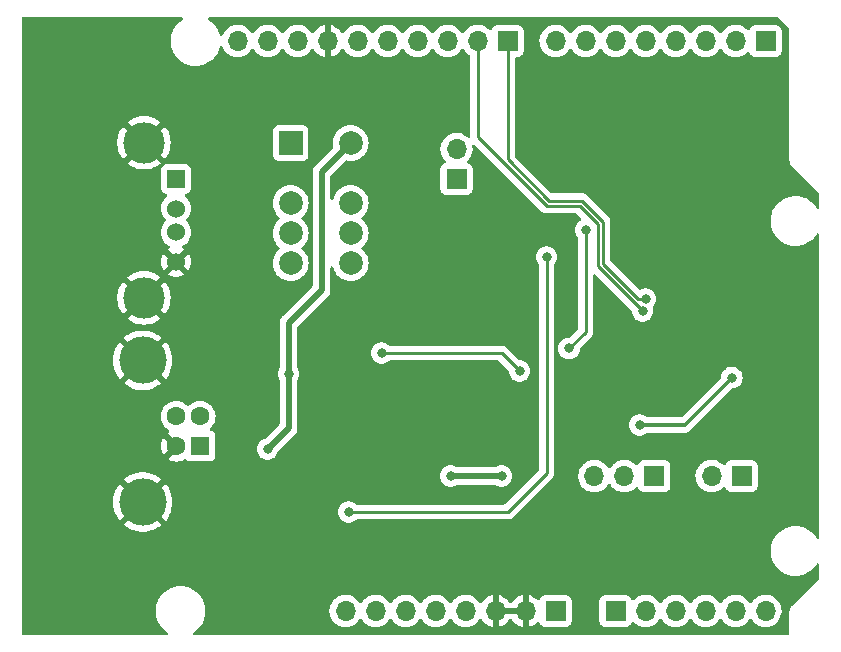
<source format=gbr>
%TF.GenerationSoftware,KiCad,Pcbnew,(6.0.7-1)-1*%
%TF.CreationDate,2022-10-13T17:45:22+01:00*%
%TF.ProjectId,JVS-IO,4a56532d-494f-42e6-9b69-6361645f7063,1*%
%TF.SameCoordinates,Original*%
%TF.FileFunction,Copper,L2,Bot*%
%TF.FilePolarity,Positive*%
%FSLAX46Y46*%
G04 Gerber Fmt 4.6, Leading zero omitted, Abs format (unit mm)*
G04 Created by KiCad (PCBNEW (6.0.7-1)-1) date 2022-10-13 17:45:22*
%MOMM*%
%LPD*%
G01*
G04 APERTURE LIST*
%TA.AperFunction,ComponentPad*%
%ADD10R,1.524000X1.524000*%
%TD*%
%TA.AperFunction,ComponentPad*%
%ADD11C,1.524000*%
%TD*%
%TA.AperFunction,ComponentPad*%
%ADD12C,3.500000*%
%TD*%
%TA.AperFunction,ComponentPad*%
%ADD13R,1.700000X1.700000*%
%TD*%
%TA.AperFunction,ComponentPad*%
%ADD14O,1.700000X1.700000*%
%TD*%
%TA.AperFunction,ComponentPad*%
%ADD15R,1.600000X1.600000*%
%TD*%
%TA.AperFunction,ComponentPad*%
%ADD16C,1.600000*%
%TD*%
%TA.AperFunction,ComponentPad*%
%ADD17C,4.000000*%
%TD*%
%TA.AperFunction,ComponentPad*%
%ADD18R,2.000000X2.000000*%
%TD*%
%TA.AperFunction,ComponentPad*%
%ADD19C,2.000000*%
%TD*%
%TA.AperFunction,ViaPad*%
%ADD20C,0.800000*%
%TD*%
%TA.AperFunction,Conductor*%
%ADD21C,0.250000*%
%TD*%
%TA.AperFunction,Conductor*%
%ADD22C,0.500000*%
%TD*%
%TA.AperFunction,Conductor*%
%ADD23C,0.300000*%
%TD*%
G04 APERTURE END LIST*
D10*
%TO.P,JVS-A1,1,VBUS*%
%TO.N,Sense-In*%
X82169000Y-50292000D03*
D11*
%TO.P,JVS-A1,2,D-*%
%TO.N,Net-(JVS-A1-Pad2)*%
X82169000Y-52792000D03*
%TO.P,JVS-A1,3,D+*%
%TO.N,Net-(JVS-A1-Pad3)*%
X82169000Y-54792000D03*
%TO.P,JVS-A1,4,GND*%
%TO.N,GND*%
X82169000Y-57292000D03*
D12*
%TO.P,JVS-A1,5,Shield*%
X79459000Y-60362000D03*
X79459000Y-47222000D03*
%TD*%
D13*
%TO.P,REF\u002A\u002A,1*%
%TO.N,N/C*%
X119380000Y-86868000D03*
D14*
%TO.P,REF\u002A\u002A,2*%
X121920000Y-86868000D03*
%TO.P,REF\u002A\u002A,3*%
X124460000Y-86868000D03*
%TO.P,REF\u002A\u002A,4*%
X127000000Y-86868000D03*
%TO.P,REF\u002A\u002A,5*%
X129540000Y-86868000D03*
%TO.P,REF\u002A\u002A,6*%
X132080000Y-86868000D03*
%TD*%
D15*
%TO.P,JVS-B1,1,VBUS*%
%TO.N,Net-(JVS-B1-Pad1)*%
X84201000Y-72898000D03*
D16*
%TO.P,JVS-B1,2,D-*%
%TO.N,Net-(JVS-B1-Pad2)*%
X84201000Y-70398000D03*
%TO.P,JVS-B1,3,D+*%
%TO.N,Net-(JVS-B1-Pad3)*%
X82201000Y-70398000D03*
%TO.P,JVS-B1,4,GND*%
%TO.N,GND*%
X82201000Y-72898000D03*
D17*
%TO.P,JVS-B1,5,Shield*%
X79341000Y-77648000D03*
X79341000Y-65648000D03*
%TD*%
D13*
%TO.P,J1,1,Pin_1*%
%TO.N,Net-(J1-Pad1)*%
X132080000Y-38608000D03*
D14*
%TO.P,J1,2,Pin_2*%
%TO.N,Net-(J1-Pad2)*%
X129540000Y-38608000D03*
%TO.P,J1,3,Pin_3*%
%TO.N,unconnected-(J1-Pad3)*%
X127000000Y-38608000D03*
%TO.P,J1,4,Pin_4*%
%TO.N,Net-(J1-Pad4)*%
X124460000Y-38608000D03*
%TO.P,J1,5,Pin_5*%
%TO.N,unconnected-(J1-Pad5)*%
X121920000Y-38608000D03*
%TO.P,J1,6,Pin_6*%
%TO.N,unconnected-(J1-Pad6)*%
X119380000Y-38608000D03*
%TO.P,J1,7,Pin_7*%
%TO.N,unconnected-(J1-Pad7)*%
X116840000Y-38608000D03*
%TO.P,J1,8,Pin_8*%
%TO.N,SENSE-OUT*%
X114300000Y-38608000D03*
%TD*%
D13*
%TO.P,PPWR1,1,Pin_1*%
%TO.N,unconnected-(PPWR1-Pad1)*%
X114300000Y-86868000D03*
D14*
%TO.P,PPWR1,2,Pin_2*%
%TO.N,GND*%
X111760000Y-86868000D03*
%TO.P,PPWR1,3,Pin_3*%
X109220000Y-86868000D03*
%TO.P,PPWR1,4,Pin_4*%
%TO.N,VCC*%
X106680000Y-86868000D03*
%TO.P,PPWR1,5,Pin_5*%
%TO.N,unconnected-(PPWR1-Pad5)*%
X104140000Y-86868000D03*
%TO.P,PPWR1,6,Pin_6*%
%TO.N,unconnected-(PPWR1-Pad6)*%
X101600000Y-86868000D03*
%TO.P,PPWR1,7,Pin_7*%
%TO.N,unconnected-(PPWR1-Pad7)*%
X99060000Y-86868000D03*
%TO.P,PPWR1,8,Pin_8*%
%TO.N,unconnected-(PPWR1-Pad8)*%
X96520000Y-86868000D03*
%TD*%
D13*
%TO.P,Pdig2,1,Pin_1*%
%TO.N,IO-PRESENT*%
X110236000Y-38608000D03*
D14*
%TO.P,Pdig2,2,Pin_2*%
%TO.N,IO-SET*%
X107696000Y-38608000D03*
%TO.P,Pdig2,3,Pin_3*%
%TO.N,TERM-RLY*%
X105156000Y-38608000D03*
%TO.P,Pdig2,4,Pin_4*%
%TO.N,unconnected-(Pdig2-Pad4)*%
X102616000Y-38608000D03*
%TO.P,Pdig2,5,Pin_5*%
%TO.N,unconnected-(Pdig2-Pad5)*%
X100076000Y-38608000D03*
%TO.P,Pdig2,6,Pin_6*%
%TO.N,unconnected-(Pdig2-Pad6)*%
X97536000Y-38608000D03*
%TO.P,Pdig2,7,Pin_7*%
%TO.N,GND*%
X94996000Y-38608000D03*
%TO.P,Pdig2,8,Pin_8*%
%TO.N,unconnected-(Pdig2-Pad8)*%
X92456000Y-38608000D03*
%TO.P,Pdig2,9*%
%TO.N,N/C*%
X89916000Y-38608000D03*
%TO.P,Pdig2,10*%
X87376000Y-38608000D03*
%TD*%
D13*
%TO.P,J3,1,Pin_1*%
%TO.N,IO-PRESENT*%
X130048000Y-75438000D03*
D14*
%TO.P,J3,2,Pin_2*%
%TO.N,Net-(J2-Pad3)*%
X127508000Y-75438000D03*
%TD*%
D13*
%TO.P,J2,1,Pin_1*%
%TO.N,IO-SET*%
X122667000Y-75438000D03*
D14*
%TO.P,J2,2,Pin_2*%
%TO.N,Net-(J2-Pad2)*%
X120127000Y-75438000D03*
%TO.P,J2,3,Pin_3*%
%TO.N,Net-(J2-Pad3)*%
X117587000Y-75438000D03*
%TD*%
D18*
%TO.P,K1,1*%
%TO.N,Net-(D1-Pad1)*%
X91876010Y-47244000D03*
D19*
%TO.P,K1,2*%
%TO.N,Net-(JVS-A1-Pad3)*%
X91876010Y-52324000D03*
%TO.P,K1,3*%
%TO.N,Net-(JVS-B1-Pad3)*%
X91876010Y-54864000D03*
%TO.P,K1,4*%
%TO.N,Net-(K1-Pad4)*%
X91876010Y-57404000D03*
%TO.P,K1,7*%
%TO.N,Net-(K1-Pad7)*%
X96956010Y-57404000D03*
%TO.P,K1,8*%
%TO.N,Net-(JVS-B1-Pad2)*%
X96956010Y-54864000D03*
%TO.P,K1,9*%
%TO.N,Net-(JVS-A1-Pad2)*%
X96956010Y-52324000D03*
%TO.P,K1,10*%
%TO.N,VCC*%
X96956010Y-47244000D03*
%TD*%
D13*
%TO.P,J4,1,Pin_1*%
%TO.N,Net-(J4-Pad1)*%
X105918000Y-50292000D03*
D14*
%TO.P,J4,2,Pin_2*%
%TO.N,TERM-RLY*%
X105918000Y-47752000D03*
%TD*%
D20*
%TO.N,SENSE-OUT*%
X96774000Y-78486000D03*
%TO.N,GND*%
X96012000Y-67056000D03*
X123952000Y-69850000D03*
X123952000Y-66294000D03*
X109728000Y-72898000D03*
X111252000Y-61214000D03*
X102108000Y-52832000D03*
X102108000Y-62484000D03*
X97282000Y-64008000D03*
X108712000Y-68580000D03*
X90170000Y-69342000D03*
%TO.N,VCC*%
X105410000Y-75438000D03*
X91694000Y-66802000D03*
X121412000Y-71120000D03*
X89916000Y-73152000D03*
X129224500Y-67117500D03*
X109728000Y-75438000D03*
%TO.N,Sense-In*%
X111252000Y-66548000D03*
X99568000Y-65024000D03*
%TO.N,IO-PRESENT*%
X121920000Y-60452000D03*
%TO.N,SENSE-OUT*%
X113538000Y-56896000D03*
%TO.N,Net-(R12-Pad1)*%
X116840000Y-54610000D03*
X115443000Y-64643000D03*
%TO.N,IO-SET*%
X121666000Y-61468000D03*
%TD*%
D21*
%TO.N,SENSE-OUT*%
X110236000Y-78486000D02*
X96774000Y-78486000D01*
X111760000Y-76962000D02*
X110236000Y-78486000D01*
X112014000Y-76708000D02*
X111760000Y-76962000D01*
X111760000Y-76962000D02*
X110490000Y-78232000D01*
X112014000Y-76708000D02*
X113538000Y-75184000D01*
D22*
%TO.N,VCC*%
X89916000Y-73152000D02*
X91694000Y-71374000D01*
X94488000Y-59690000D02*
X94488000Y-49712010D01*
X91694000Y-71374000D02*
X91694000Y-65532000D01*
D23*
X129224500Y-67117500D02*
X125222000Y-71120000D01*
D22*
X91694000Y-65532000D02*
X91694000Y-64008000D01*
X94488000Y-49712010D02*
X96956010Y-47244000D01*
D23*
X125222000Y-71120000D02*
X121412000Y-71120000D01*
D22*
X91694000Y-65532000D02*
X91694000Y-62484000D01*
X91694000Y-62484000D02*
X94488000Y-59690000D01*
X105410000Y-75438000D02*
X109728000Y-75438000D01*
D21*
%TO.N,Sense-In*%
X109728000Y-65024000D02*
X99568000Y-65024000D01*
X111252000Y-66548000D02*
X109728000Y-65024000D01*
%TO.N,IO-PRESENT*%
X110236000Y-38608000D02*
X110236000Y-48639604D01*
X118306000Y-53915604D02*
X118306000Y-57471604D01*
X118306000Y-57471604D02*
X121286396Y-60452000D01*
X110236000Y-48639604D02*
X113724396Y-52128000D01*
X116518396Y-52128000D02*
X118306000Y-53915604D01*
X121286396Y-60452000D02*
X121920000Y-60452000D01*
X113724396Y-52128000D02*
X116518396Y-52128000D01*
%TO.N,SENSE-OUT*%
X113538000Y-75184000D02*
X113538000Y-56896000D01*
%TO.N,Net-(R12-Pad1)*%
X116840000Y-63246000D02*
X116840000Y-54610000D01*
X115443000Y-64643000D02*
X116840000Y-63246000D01*
%TO.N,IO-SET*%
X117856000Y-57658000D02*
X117856000Y-54102000D01*
X107696000Y-46736000D02*
X107696000Y-38608000D01*
X117856000Y-54102000D02*
X116332000Y-52578000D01*
X116332000Y-52578000D02*
X113538000Y-52578000D01*
X121666000Y-61468000D02*
X117856000Y-57658000D01*
X113538000Y-52578000D02*
X107696000Y-46736000D01*
%TD*%
%TA.AperFunction,Conductor*%
%TO.N,GND*%
G36*
X82713264Y-36596502D02*
G01*
X82759757Y-36650158D01*
X82769861Y-36720432D01*
X82740367Y-36785012D01*
X82717594Y-36805587D01*
X82489977Y-36965559D01*
X82474892Y-36979577D01*
X82348725Y-37096819D01*
X82279378Y-37161260D01*
X82097287Y-37383732D01*
X81947073Y-37628858D01*
X81945347Y-37632791D01*
X81945346Y-37632792D01*
X81893835Y-37750138D01*
X81831517Y-37892102D01*
X81830342Y-37896229D01*
X81830341Y-37896230D01*
X81826967Y-37908074D01*
X81752756Y-38168594D01*
X81712249Y-38453216D01*
X81712227Y-38457505D01*
X81712226Y-38457512D01*
X81711438Y-38608000D01*
X81710743Y-38740703D01*
X81748268Y-39025734D01*
X81824129Y-39303036D01*
X81825813Y-39306984D01*
X81906068Y-39495137D01*
X81936923Y-39567476D01*
X81983637Y-39645529D01*
X82064235Y-39780198D01*
X82084561Y-39814161D01*
X82264313Y-40038528D01*
X82472851Y-40236423D01*
X82706317Y-40404186D01*
X82710112Y-40406195D01*
X82710113Y-40406196D01*
X82731869Y-40417715D01*
X82960392Y-40538712D01*
X83230373Y-40637511D01*
X83511264Y-40698755D01*
X83539841Y-40701004D01*
X83734282Y-40716307D01*
X83734291Y-40716307D01*
X83736739Y-40716500D01*
X83892271Y-40716500D01*
X83894407Y-40716354D01*
X83894418Y-40716354D01*
X84102548Y-40702165D01*
X84102554Y-40702164D01*
X84106825Y-40701873D01*
X84111020Y-40701004D01*
X84111022Y-40701004D01*
X84247584Y-40672723D01*
X84388342Y-40643574D01*
X84659343Y-40547607D01*
X84914812Y-40415750D01*
X84918313Y-40413289D01*
X84918317Y-40413287D01*
X85032418Y-40333095D01*
X85150023Y-40250441D01*
X85228403Y-40177606D01*
X85357479Y-40057661D01*
X85357481Y-40057658D01*
X85360622Y-40054740D01*
X85542713Y-39832268D01*
X85692927Y-39587142D01*
X85696927Y-39578031D01*
X85806757Y-39327830D01*
X85808483Y-39323898D01*
X85828068Y-39255145D01*
X85869814Y-39108596D01*
X85907713Y-39048561D01*
X85972053Y-39018547D01*
X86042406Y-39028082D01*
X86096436Y-39074139D01*
X86107734Y-39095708D01*
X86159266Y-39222616D01*
X86196685Y-39283678D01*
X86273291Y-39408688D01*
X86275987Y-39413088D01*
X86422250Y-39581938D01*
X86594126Y-39724632D01*
X86787000Y-39837338D01*
X86995692Y-39917030D01*
X87000760Y-39918061D01*
X87000763Y-39918062D01*
X87095862Y-39937410D01*
X87214597Y-39961567D01*
X87219772Y-39961757D01*
X87219774Y-39961757D01*
X87432673Y-39969564D01*
X87432677Y-39969564D01*
X87437837Y-39969753D01*
X87442957Y-39969097D01*
X87442959Y-39969097D01*
X87654288Y-39942025D01*
X87654289Y-39942025D01*
X87659416Y-39941368D01*
X87664366Y-39939883D01*
X87868429Y-39878661D01*
X87868434Y-39878659D01*
X87873384Y-39877174D01*
X88073994Y-39778896D01*
X88255860Y-39649173D01*
X88414096Y-39491489D01*
X88473594Y-39408689D01*
X88544453Y-39310077D01*
X88545776Y-39311028D01*
X88592645Y-39267857D01*
X88662580Y-39255625D01*
X88728026Y-39283144D01*
X88755875Y-39314994D01*
X88815987Y-39413088D01*
X88962250Y-39581938D01*
X89134126Y-39724632D01*
X89327000Y-39837338D01*
X89535692Y-39917030D01*
X89540760Y-39918061D01*
X89540763Y-39918062D01*
X89635862Y-39937410D01*
X89754597Y-39961567D01*
X89759772Y-39961757D01*
X89759774Y-39961757D01*
X89972673Y-39969564D01*
X89972677Y-39969564D01*
X89977837Y-39969753D01*
X89982957Y-39969097D01*
X89982959Y-39969097D01*
X90194288Y-39942025D01*
X90194289Y-39942025D01*
X90199416Y-39941368D01*
X90204366Y-39939883D01*
X90408429Y-39878661D01*
X90408434Y-39878659D01*
X90413384Y-39877174D01*
X90613994Y-39778896D01*
X90795860Y-39649173D01*
X90954096Y-39491489D01*
X91013594Y-39408689D01*
X91084453Y-39310077D01*
X91085776Y-39311028D01*
X91132645Y-39267857D01*
X91202580Y-39255625D01*
X91268026Y-39283144D01*
X91295875Y-39314994D01*
X91355987Y-39413088D01*
X91502250Y-39581938D01*
X91674126Y-39724632D01*
X91867000Y-39837338D01*
X92075692Y-39917030D01*
X92080760Y-39918061D01*
X92080763Y-39918062D01*
X92175862Y-39937410D01*
X92294597Y-39961567D01*
X92299772Y-39961757D01*
X92299774Y-39961757D01*
X92512673Y-39969564D01*
X92512677Y-39969564D01*
X92517837Y-39969753D01*
X92522957Y-39969097D01*
X92522959Y-39969097D01*
X92734288Y-39942025D01*
X92734289Y-39942025D01*
X92739416Y-39941368D01*
X92744366Y-39939883D01*
X92948429Y-39878661D01*
X92948434Y-39878659D01*
X92953384Y-39877174D01*
X93153994Y-39778896D01*
X93335860Y-39649173D01*
X93494096Y-39491489D01*
X93553594Y-39408689D01*
X93624453Y-39310077D01*
X93625640Y-39310930D01*
X93672960Y-39267362D01*
X93742897Y-39255145D01*
X93808338Y-39282678D01*
X93836166Y-39314511D01*
X93893694Y-39408388D01*
X93899777Y-39416699D01*
X94039213Y-39577667D01*
X94046580Y-39584883D01*
X94210434Y-39720916D01*
X94218881Y-39726831D01*
X94402756Y-39834279D01*
X94412042Y-39838729D01*
X94611001Y-39914703D01*
X94620899Y-39917579D01*
X94724250Y-39938606D01*
X94738299Y-39937410D01*
X94742000Y-39927065D01*
X94742000Y-39926517D01*
X95250000Y-39926517D01*
X95254064Y-39940359D01*
X95267478Y-39942393D01*
X95274184Y-39941534D01*
X95284262Y-39939392D01*
X95488255Y-39878191D01*
X95497842Y-39874433D01*
X95689095Y-39780739D01*
X95697945Y-39775464D01*
X95871328Y-39651792D01*
X95879200Y-39645139D01*
X96030052Y-39494812D01*
X96036730Y-39486965D01*
X96164022Y-39309819D01*
X96165279Y-39310722D01*
X96212373Y-39267362D01*
X96282311Y-39255145D01*
X96347751Y-39282678D01*
X96375579Y-39314511D01*
X96435987Y-39413088D01*
X96582250Y-39581938D01*
X96754126Y-39724632D01*
X96947000Y-39837338D01*
X97155692Y-39917030D01*
X97160760Y-39918061D01*
X97160763Y-39918062D01*
X97255862Y-39937410D01*
X97374597Y-39961567D01*
X97379772Y-39961757D01*
X97379774Y-39961757D01*
X97592673Y-39969564D01*
X97592677Y-39969564D01*
X97597837Y-39969753D01*
X97602957Y-39969097D01*
X97602959Y-39969097D01*
X97814288Y-39942025D01*
X97814289Y-39942025D01*
X97819416Y-39941368D01*
X97824366Y-39939883D01*
X98028429Y-39878661D01*
X98028434Y-39878659D01*
X98033384Y-39877174D01*
X98233994Y-39778896D01*
X98415860Y-39649173D01*
X98574096Y-39491489D01*
X98633594Y-39408689D01*
X98704453Y-39310077D01*
X98705776Y-39311028D01*
X98752645Y-39267857D01*
X98822580Y-39255625D01*
X98888026Y-39283144D01*
X98915875Y-39314994D01*
X98975987Y-39413088D01*
X99122250Y-39581938D01*
X99294126Y-39724632D01*
X99487000Y-39837338D01*
X99695692Y-39917030D01*
X99700760Y-39918061D01*
X99700763Y-39918062D01*
X99795862Y-39937410D01*
X99914597Y-39961567D01*
X99919772Y-39961757D01*
X99919774Y-39961757D01*
X100132673Y-39969564D01*
X100132677Y-39969564D01*
X100137837Y-39969753D01*
X100142957Y-39969097D01*
X100142959Y-39969097D01*
X100354288Y-39942025D01*
X100354289Y-39942025D01*
X100359416Y-39941368D01*
X100364366Y-39939883D01*
X100568429Y-39878661D01*
X100568434Y-39878659D01*
X100573384Y-39877174D01*
X100773994Y-39778896D01*
X100955860Y-39649173D01*
X101114096Y-39491489D01*
X101173594Y-39408689D01*
X101244453Y-39310077D01*
X101245776Y-39311028D01*
X101292645Y-39267857D01*
X101362580Y-39255625D01*
X101428026Y-39283144D01*
X101455875Y-39314994D01*
X101515987Y-39413088D01*
X101662250Y-39581938D01*
X101834126Y-39724632D01*
X102027000Y-39837338D01*
X102235692Y-39917030D01*
X102240760Y-39918061D01*
X102240763Y-39918062D01*
X102335862Y-39937410D01*
X102454597Y-39961567D01*
X102459772Y-39961757D01*
X102459774Y-39961757D01*
X102672673Y-39969564D01*
X102672677Y-39969564D01*
X102677837Y-39969753D01*
X102682957Y-39969097D01*
X102682959Y-39969097D01*
X102894288Y-39942025D01*
X102894289Y-39942025D01*
X102899416Y-39941368D01*
X102904366Y-39939883D01*
X103108429Y-39878661D01*
X103108434Y-39878659D01*
X103113384Y-39877174D01*
X103313994Y-39778896D01*
X103495860Y-39649173D01*
X103654096Y-39491489D01*
X103713594Y-39408689D01*
X103784453Y-39310077D01*
X103785776Y-39311028D01*
X103832645Y-39267857D01*
X103902580Y-39255625D01*
X103968026Y-39283144D01*
X103995875Y-39314994D01*
X104055987Y-39413088D01*
X104202250Y-39581938D01*
X104374126Y-39724632D01*
X104567000Y-39837338D01*
X104775692Y-39917030D01*
X104780760Y-39918061D01*
X104780763Y-39918062D01*
X104875862Y-39937410D01*
X104994597Y-39961567D01*
X104999772Y-39961757D01*
X104999774Y-39961757D01*
X105212673Y-39969564D01*
X105212677Y-39969564D01*
X105217837Y-39969753D01*
X105222957Y-39969097D01*
X105222959Y-39969097D01*
X105434288Y-39942025D01*
X105434289Y-39942025D01*
X105439416Y-39941368D01*
X105444366Y-39939883D01*
X105648429Y-39878661D01*
X105648434Y-39878659D01*
X105653384Y-39877174D01*
X105853994Y-39778896D01*
X106035860Y-39649173D01*
X106194096Y-39491489D01*
X106253594Y-39408689D01*
X106324453Y-39310077D01*
X106325776Y-39311028D01*
X106372645Y-39267857D01*
X106442580Y-39255625D01*
X106508026Y-39283144D01*
X106535875Y-39314994D01*
X106595987Y-39413088D01*
X106742250Y-39581938D01*
X106914126Y-39724632D01*
X106918593Y-39727242D01*
X107000070Y-39774853D01*
X107048794Y-39826491D01*
X107062500Y-39883641D01*
X107062500Y-46657233D01*
X107061972Y-46668420D01*
X107060298Y-46675909D01*
X107060402Y-46679227D01*
X107034833Y-46743258D01*
X106977037Y-46784491D01*
X106906124Y-46787931D01*
X106850194Y-46757825D01*
X106847670Y-46755051D01*
X106749251Y-46677324D01*
X106676414Y-46619800D01*
X106676410Y-46619798D01*
X106672359Y-46616598D01*
X106476789Y-46508638D01*
X106471920Y-46506914D01*
X106471916Y-46506912D01*
X106271087Y-46435795D01*
X106271083Y-46435794D01*
X106266212Y-46434069D01*
X106261119Y-46433162D01*
X106261116Y-46433161D01*
X106051373Y-46395800D01*
X106051367Y-46395799D01*
X106046284Y-46394894D01*
X105972452Y-46393992D01*
X105828081Y-46392228D01*
X105828079Y-46392228D01*
X105822911Y-46392165D01*
X105602091Y-46425955D01*
X105389756Y-46495357D01*
X105360667Y-46510500D01*
X105279377Y-46552817D01*
X105191607Y-46598507D01*
X105187474Y-46601610D01*
X105187471Y-46601612D01*
X105088517Y-46675909D01*
X105012965Y-46732635D01*
X104858629Y-46894138D01*
X104855715Y-46898410D01*
X104855714Y-46898411D01*
X104833653Y-46930751D01*
X104732743Y-47078680D01*
X104710146Y-47127362D01*
X104664840Y-47224966D01*
X104638688Y-47281305D01*
X104578989Y-47496570D01*
X104555251Y-47718695D01*
X104555548Y-47723848D01*
X104555548Y-47723851D01*
X104561011Y-47818590D01*
X104568110Y-47941715D01*
X104569247Y-47946761D01*
X104569248Y-47946767D01*
X104589119Y-48034939D01*
X104617222Y-48159639D01*
X104655461Y-48253811D01*
X104696272Y-48354316D01*
X104701266Y-48366616D01*
X104703965Y-48371020D01*
X104777308Y-48490705D01*
X104817987Y-48557088D01*
X104964250Y-48725938D01*
X104968230Y-48729242D01*
X104972981Y-48733187D01*
X105012616Y-48792090D01*
X105014113Y-48863071D01*
X104976997Y-48923593D01*
X104936725Y-48948112D01*
X104892613Y-48964649D01*
X104821295Y-48991385D01*
X104704739Y-49078739D01*
X104617385Y-49195295D01*
X104566255Y-49331684D01*
X104559500Y-49393866D01*
X104559500Y-51190134D01*
X104566255Y-51252316D01*
X104617385Y-51388705D01*
X104704739Y-51505261D01*
X104821295Y-51592615D01*
X104957684Y-51643745D01*
X105019866Y-51650500D01*
X106816134Y-51650500D01*
X106878316Y-51643745D01*
X107014705Y-51592615D01*
X107131261Y-51505261D01*
X107218615Y-51388705D01*
X107269745Y-51252316D01*
X107276500Y-51190134D01*
X107276500Y-49393866D01*
X107269745Y-49331684D01*
X107218615Y-49195295D01*
X107131261Y-49078739D01*
X107014705Y-48991385D01*
X107002132Y-48986672D01*
X106896203Y-48946960D01*
X106839439Y-48904318D01*
X106814739Y-48837756D01*
X106829947Y-48768408D01*
X106851493Y-48739727D01*
X106952435Y-48639137D01*
X106956096Y-48635489D01*
X106963347Y-48625399D01*
X107083435Y-48458277D01*
X107086453Y-48454077D01*
X107139641Y-48346460D01*
X107183136Y-48258453D01*
X107183137Y-48258451D01*
X107185430Y-48253811D01*
X107234698Y-48091651D01*
X107248865Y-48045023D01*
X107248865Y-48045021D01*
X107250370Y-48040069D01*
X107279529Y-47818590D01*
X107281156Y-47752000D01*
X107262852Y-47529361D01*
X107261593Y-47524349D01*
X107260844Y-47519823D01*
X107269452Y-47449350D01*
X107314795Y-47394719D01*
X107382476Y-47373274D01*
X107451006Y-47391825D01*
X107474247Y-47410151D01*
X113034343Y-52970247D01*
X113041887Y-52978537D01*
X113046000Y-52985018D01*
X113051777Y-52990443D01*
X113095667Y-53031658D01*
X113098509Y-53034413D01*
X113118231Y-53054135D01*
X113121355Y-53056558D01*
X113121359Y-53056562D01*
X113121424Y-53056612D01*
X113130445Y-53064317D01*
X113162679Y-53094586D01*
X113169627Y-53098405D01*
X113169629Y-53098407D01*
X113180432Y-53104346D01*
X113196959Y-53115202D01*
X113206698Y-53122757D01*
X113206700Y-53122758D01*
X113212960Y-53127614D01*
X113253540Y-53145174D01*
X113264188Y-53150391D01*
X113268869Y-53152964D01*
X113302940Y-53171695D01*
X113310616Y-53173666D01*
X113310619Y-53173667D01*
X113322562Y-53176733D01*
X113341267Y-53183137D01*
X113359855Y-53191181D01*
X113367678Y-53192420D01*
X113367688Y-53192423D01*
X113403524Y-53198099D01*
X113415144Y-53200505D01*
X113450289Y-53209528D01*
X113457970Y-53211500D01*
X113478224Y-53211500D01*
X113497934Y-53213051D01*
X113517943Y-53216220D01*
X113525835Y-53215474D01*
X113561961Y-53212059D01*
X113573819Y-53211500D01*
X116017406Y-53211500D01*
X116085527Y-53231502D01*
X116106501Y-53248405D01*
X116456854Y-53598758D01*
X116490880Y-53661070D01*
X116485815Y-53731885D01*
X116443268Y-53788721D01*
X116419009Y-53802959D01*
X116389283Y-53816194D01*
X116389275Y-53816199D01*
X116383248Y-53818882D01*
X116228747Y-53931134D01*
X116100960Y-54073056D01*
X116005473Y-54238444D01*
X115946458Y-54420072D01*
X115926496Y-54610000D01*
X115946458Y-54799928D01*
X116005473Y-54981556D01*
X116008776Y-54987278D01*
X116008777Y-54987279D01*
X116024861Y-55015137D01*
X116100960Y-55146944D01*
X116174137Y-55228215D01*
X116204853Y-55292221D01*
X116206500Y-55312524D01*
X116206500Y-62931405D01*
X116186498Y-62999526D01*
X116169595Y-63020500D01*
X115492500Y-63697595D01*
X115430188Y-63731621D01*
X115403405Y-63734500D01*
X115347513Y-63734500D01*
X115341061Y-63735872D01*
X115341056Y-63735872D01*
X115276205Y-63749657D01*
X115160712Y-63774206D01*
X115154682Y-63776891D01*
X115154681Y-63776891D01*
X114992278Y-63849197D01*
X114992276Y-63849198D01*
X114986248Y-63851882D01*
X114831747Y-63964134D01*
X114703960Y-64106056D01*
X114608473Y-64271444D01*
X114549458Y-64453072D01*
X114548768Y-64459633D01*
X114548768Y-64459635D01*
X114537272Y-64569016D01*
X114529496Y-64643000D01*
X114549458Y-64832928D01*
X114608473Y-65014556D01*
X114611776Y-65020278D01*
X114611777Y-65020279D01*
X114615631Y-65026954D01*
X114703960Y-65179944D01*
X114831747Y-65321866D01*
X114986248Y-65434118D01*
X114992276Y-65436802D01*
X114992278Y-65436803D01*
X115154681Y-65509109D01*
X115160712Y-65511794D01*
X115254112Y-65531647D01*
X115341056Y-65550128D01*
X115341061Y-65550128D01*
X115347513Y-65551500D01*
X115538487Y-65551500D01*
X115544939Y-65550128D01*
X115544944Y-65550128D01*
X115631888Y-65531647D01*
X115725288Y-65511794D01*
X115731319Y-65509109D01*
X115893722Y-65436803D01*
X115893724Y-65436802D01*
X115899752Y-65434118D01*
X116054253Y-65321866D01*
X116182040Y-65179944D01*
X116270369Y-65026954D01*
X116274223Y-65020279D01*
X116274224Y-65020278D01*
X116277527Y-65014556D01*
X116336542Y-64832928D01*
X116353907Y-64667706D01*
X116380920Y-64602050D01*
X116390122Y-64591782D01*
X117232247Y-63749657D01*
X117240537Y-63742113D01*
X117247018Y-63738000D01*
X117293659Y-63688332D01*
X117296413Y-63685491D01*
X117316134Y-63665770D01*
X117318612Y-63662575D01*
X117326318Y-63653553D01*
X117351158Y-63627101D01*
X117356586Y-63621321D01*
X117366346Y-63603568D01*
X117377199Y-63587045D01*
X117384753Y-63577306D01*
X117389613Y-63571041D01*
X117407176Y-63530457D01*
X117412383Y-63519827D01*
X117433695Y-63481060D01*
X117435666Y-63473383D01*
X117435668Y-63473378D01*
X117438732Y-63461442D01*
X117445138Y-63442730D01*
X117450034Y-63431417D01*
X117453181Y-63424145D01*
X117460097Y-63380481D01*
X117462504Y-63368860D01*
X117471528Y-63333711D01*
X117471528Y-63333710D01*
X117473500Y-63326030D01*
X117473500Y-63305769D01*
X117475051Y-63286058D01*
X117476979Y-63273885D01*
X117478219Y-63266057D01*
X117474059Y-63222046D01*
X117473500Y-63210189D01*
X117473500Y-58475594D01*
X117493502Y-58407473D01*
X117547158Y-58360980D01*
X117617432Y-58350876D01*
X117682012Y-58380370D01*
X117688595Y-58386499D01*
X120718878Y-61416782D01*
X120752904Y-61479094D01*
X120755092Y-61492703D01*
X120772458Y-61657928D01*
X120831473Y-61839556D01*
X120926960Y-62004944D01*
X120931378Y-62009851D01*
X120931379Y-62009852D01*
X121048759Y-62140216D01*
X121054747Y-62146866D01*
X121143419Y-62211290D01*
X121196854Y-62250113D01*
X121209248Y-62259118D01*
X121215276Y-62261802D01*
X121215278Y-62261803D01*
X121333441Y-62314412D01*
X121383712Y-62336794D01*
X121477113Y-62356647D01*
X121564056Y-62375128D01*
X121564061Y-62375128D01*
X121570513Y-62376500D01*
X121761487Y-62376500D01*
X121767939Y-62375128D01*
X121767944Y-62375128D01*
X121854887Y-62356647D01*
X121948288Y-62336794D01*
X121998559Y-62314412D01*
X122116722Y-62261803D01*
X122116724Y-62261802D01*
X122122752Y-62259118D01*
X122135147Y-62250113D01*
X122188581Y-62211290D01*
X122277253Y-62146866D01*
X122283241Y-62140216D01*
X122400621Y-62009852D01*
X122400622Y-62009851D01*
X122405040Y-62004944D01*
X122500527Y-61839556D01*
X122559542Y-61657928D01*
X122579504Y-61468000D01*
X122559542Y-61278072D01*
X122539373Y-61215998D01*
X122537345Y-61145032D01*
X122565570Y-61092753D01*
X122654621Y-60993852D01*
X122654622Y-60993851D01*
X122659040Y-60988944D01*
X122754527Y-60823556D01*
X122813542Y-60641928D01*
X122833504Y-60452000D01*
X122824478Y-60366119D01*
X122814232Y-60268635D01*
X122814232Y-60268633D01*
X122813542Y-60262072D01*
X122754527Y-60080444D01*
X122659040Y-59915056D01*
X122531253Y-59773134D01*
X122376752Y-59660882D01*
X122370724Y-59658198D01*
X122370722Y-59658197D01*
X122208319Y-59585891D01*
X122208318Y-59585891D01*
X122202288Y-59583206D01*
X122108888Y-59563353D01*
X122021944Y-59544872D01*
X122021939Y-59544872D01*
X122015487Y-59543500D01*
X121824513Y-59543500D01*
X121818061Y-59544872D01*
X121818056Y-59544872D01*
X121731112Y-59563353D01*
X121637712Y-59583206D01*
X121631682Y-59585891D01*
X121631681Y-59585891D01*
X121492494Y-59647861D01*
X121422127Y-59657295D01*
X121357830Y-59627189D01*
X121352150Y-59621849D01*
X118976405Y-57246104D01*
X118942379Y-57183792D01*
X118939500Y-57157009D01*
X118939500Y-53994371D01*
X118940027Y-53983188D01*
X118941702Y-53975695D01*
X118940302Y-53931134D01*
X118939562Y-53907605D01*
X118939500Y-53903647D01*
X118939500Y-53875748D01*
X118938996Y-53871757D01*
X118938063Y-53859915D01*
X118937313Y-53836032D01*
X118936674Y-53815715D01*
X118934462Y-53808101D01*
X118934461Y-53808096D01*
X118931023Y-53796263D01*
X118927012Y-53776899D01*
X118925467Y-53764668D01*
X118924474Y-53756807D01*
X118921557Y-53749440D01*
X118921556Y-53749435D01*
X118908198Y-53715696D01*
X118904354Y-53704469D01*
X118894230Y-53669626D01*
X118892018Y-53662011D01*
X118881707Y-53644576D01*
X118873012Y-53626828D01*
X118865552Y-53607987D01*
X118839564Y-53572217D01*
X118833048Y-53562297D01*
X118814580Y-53531069D01*
X118814578Y-53531066D01*
X118810542Y-53524242D01*
X118796221Y-53509921D01*
X118783380Y-53494887D01*
X118776131Y-53484910D01*
X118771472Y-53478497D01*
X118737395Y-53450306D01*
X118728616Y-53442316D01*
X117022048Y-51735747D01*
X117014508Y-51727461D01*
X117010396Y-51720982D01*
X116960744Y-51674356D01*
X116957903Y-51671602D01*
X116938166Y-51651865D01*
X116934969Y-51649385D01*
X116925947Y-51641680D01*
X116899496Y-51616841D01*
X116893717Y-51611414D01*
X116886771Y-51607595D01*
X116886768Y-51607593D01*
X116875962Y-51601652D01*
X116859443Y-51590801D01*
X116853961Y-51586549D01*
X116843437Y-51578386D01*
X116836168Y-51575241D01*
X116836164Y-51575238D01*
X116802859Y-51560826D01*
X116792209Y-51555609D01*
X116753456Y-51534305D01*
X116733833Y-51529267D01*
X116715130Y-51522863D01*
X116703816Y-51517967D01*
X116703815Y-51517967D01*
X116696541Y-51514819D01*
X116688718Y-51513580D01*
X116688708Y-51513577D01*
X116652872Y-51507901D01*
X116641252Y-51505495D01*
X116606107Y-51496472D01*
X116606106Y-51496472D01*
X116598426Y-51494500D01*
X116578172Y-51494500D01*
X116558461Y-51492949D01*
X116546282Y-51491020D01*
X116538453Y-51489780D01*
X116530561Y-51490526D01*
X116494435Y-51493941D01*
X116482577Y-51494500D01*
X114038990Y-51494500D01*
X113970869Y-51474498D01*
X113949895Y-51457595D01*
X110906405Y-48414104D01*
X110872379Y-48351792D01*
X110869500Y-48325009D01*
X110869500Y-40092500D01*
X110889502Y-40024379D01*
X110943158Y-39977886D01*
X110995500Y-39966500D01*
X111134134Y-39966500D01*
X111196316Y-39959745D01*
X111332705Y-39908615D01*
X111449261Y-39821261D01*
X111536615Y-39704705D01*
X111587745Y-39568316D01*
X111594500Y-39506134D01*
X111594500Y-38574695D01*
X112937251Y-38574695D01*
X112950110Y-38797715D01*
X112951247Y-38802761D01*
X112951248Y-38802767D01*
X112972275Y-38896069D01*
X112999222Y-39015639D01*
X113083266Y-39222616D01*
X113120685Y-39283678D01*
X113197291Y-39408688D01*
X113199987Y-39413088D01*
X113346250Y-39581938D01*
X113518126Y-39724632D01*
X113711000Y-39837338D01*
X113919692Y-39917030D01*
X113924760Y-39918061D01*
X113924763Y-39918062D01*
X114019862Y-39937410D01*
X114138597Y-39961567D01*
X114143772Y-39961757D01*
X114143774Y-39961757D01*
X114356673Y-39969564D01*
X114356677Y-39969564D01*
X114361837Y-39969753D01*
X114366957Y-39969097D01*
X114366959Y-39969097D01*
X114578288Y-39942025D01*
X114578289Y-39942025D01*
X114583416Y-39941368D01*
X114588366Y-39939883D01*
X114792429Y-39878661D01*
X114792434Y-39878659D01*
X114797384Y-39877174D01*
X114997994Y-39778896D01*
X115179860Y-39649173D01*
X115338096Y-39491489D01*
X115397594Y-39408689D01*
X115468453Y-39310077D01*
X115469776Y-39311028D01*
X115516645Y-39267857D01*
X115586580Y-39255625D01*
X115652026Y-39283144D01*
X115679875Y-39314994D01*
X115739987Y-39413088D01*
X115886250Y-39581938D01*
X116058126Y-39724632D01*
X116251000Y-39837338D01*
X116459692Y-39917030D01*
X116464760Y-39918061D01*
X116464763Y-39918062D01*
X116559862Y-39937410D01*
X116678597Y-39961567D01*
X116683772Y-39961757D01*
X116683774Y-39961757D01*
X116896673Y-39969564D01*
X116896677Y-39969564D01*
X116901837Y-39969753D01*
X116906957Y-39969097D01*
X116906959Y-39969097D01*
X117118288Y-39942025D01*
X117118289Y-39942025D01*
X117123416Y-39941368D01*
X117128366Y-39939883D01*
X117332429Y-39878661D01*
X117332434Y-39878659D01*
X117337384Y-39877174D01*
X117537994Y-39778896D01*
X117719860Y-39649173D01*
X117878096Y-39491489D01*
X117937594Y-39408689D01*
X118008453Y-39310077D01*
X118009776Y-39311028D01*
X118056645Y-39267857D01*
X118126580Y-39255625D01*
X118192026Y-39283144D01*
X118219875Y-39314994D01*
X118279987Y-39413088D01*
X118426250Y-39581938D01*
X118598126Y-39724632D01*
X118791000Y-39837338D01*
X118999692Y-39917030D01*
X119004760Y-39918061D01*
X119004763Y-39918062D01*
X119099862Y-39937410D01*
X119218597Y-39961567D01*
X119223772Y-39961757D01*
X119223774Y-39961757D01*
X119436673Y-39969564D01*
X119436677Y-39969564D01*
X119441837Y-39969753D01*
X119446957Y-39969097D01*
X119446959Y-39969097D01*
X119658288Y-39942025D01*
X119658289Y-39942025D01*
X119663416Y-39941368D01*
X119668366Y-39939883D01*
X119872429Y-39878661D01*
X119872434Y-39878659D01*
X119877384Y-39877174D01*
X120077994Y-39778896D01*
X120259860Y-39649173D01*
X120418096Y-39491489D01*
X120477594Y-39408689D01*
X120548453Y-39310077D01*
X120549776Y-39311028D01*
X120596645Y-39267857D01*
X120666580Y-39255625D01*
X120732026Y-39283144D01*
X120759875Y-39314994D01*
X120819987Y-39413088D01*
X120966250Y-39581938D01*
X121138126Y-39724632D01*
X121331000Y-39837338D01*
X121539692Y-39917030D01*
X121544760Y-39918061D01*
X121544763Y-39918062D01*
X121639862Y-39937410D01*
X121758597Y-39961567D01*
X121763772Y-39961757D01*
X121763774Y-39961757D01*
X121976673Y-39969564D01*
X121976677Y-39969564D01*
X121981837Y-39969753D01*
X121986957Y-39969097D01*
X121986959Y-39969097D01*
X122198288Y-39942025D01*
X122198289Y-39942025D01*
X122203416Y-39941368D01*
X122208366Y-39939883D01*
X122412429Y-39878661D01*
X122412434Y-39878659D01*
X122417384Y-39877174D01*
X122617994Y-39778896D01*
X122799860Y-39649173D01*
X122958096Y-39491489D01*
X123017594Y-39408689D01*
X123088453Y-39310077D01*
X123089776Y-39311028D01*
X123136645Y-39267857D01*
X123206580Y-39255625D01*
X123272026Y-39283144D01*
X123299875Y-39314994D01*
X123359987Y-39413088D01*
X123506250Y-39581938D01*
X123678126Y-39724632D01*
X123871000Y-39837338D01*
X124079692Y-39917030D01*
X124084760Y-39918061D01*
X124084763Y-39918062D01*
X124179862Y-39937410D01*
X124298597Y-39961567D01*
X124303772Y-39961757D01*
X124303774Y-39961757D01*
X124516673Y-39969564D01*
X124516677Y-39969564D01*
X124521837Y-39969753D01*
X124526957Y-39969097D01*
X124526959Y-39969097D01*
X124738288Y-39942025D01*
X124738289Y-39942025D01*
X124743416Y-39941368D01*
X124748366Y-39939883D01*
X124952429Y-39878661D01*
X124952434Y-39878659D01*
X124957384Y-39877174D01*
X125157994Y-39778896D01*
X125339860Y-39649173D01*
X125498096Y-39491489D01*
X125557594Y-39408689D01*
X125628453Y-39310077D01*
X125629776Y-39311028D01*
X125676645Y-39267857D01*
X125746580Y-39255625D01*
X125812026Y-39283144D01*
X125839875Y-39314994D01*
X125899987Y-39413088D01*
X126046250Y-39581938D01*
X126218126Y-39724632D01*
X126411000Y-39837338D01*
X126619692Y-39917030D01*
X126624760Y-39918061D01*
X126624763Y-39918062D01*
X126719862Y-39937410D01*
X126838597Y-39961567D01*
X126843772Y-39961757D01*
X126843774Y-39961757D01*
X127056673Y-39969564D01*
X127056677Y-39969564D01*
X127061837Y-39969753D01*
X127066957Y-39969097D01*
X127066959Y-39969097D01*
X127278288Y-39942025D01*
X127278289Y-39942025D01*
X127283416Y-39941368D01*
X127288366Y-39939883D01*
X127492429Y-39878661D01*
X127492434Y-39878659D01*
X127497384Y-39877174D01*
X127697994Y-39778896D01*
X127879860Y-39649173D01*
X128038096Y-39491489D01*
X128097594Y-39408689D01*
X128168453Y-39310077D01*
X128169776Y-39311028D01*
X128216645Y-39267857D01*
X128286580Y-39255625D01*
X128352026Y-39283144D01*
X128379875Y-39314994D01*
X128439987Y-39413088D01*
X128586250Y-39581938D01*
X128758126Y-39724632D01*
X128951000Y-39837338D01*
X129159692Y-39917030D01*
X129164760Y-39918061D01*
X129164763Y-39918062D01*
X129259862Y-39937410D01*
X129378597Y-39961567D01*
X129383772Y-39961757D01*
X129383774Y-39961757D01*
X129596673Y-39969564D01*
X129596677Y-39969564D01*
X129601837Y-39969753D01*
X129606957Y-39969097D01*
X129606959Y-39969097D01*
X129818288Y-39942025D01*
X129818289Y-39942025D01*
X129823416Y-39941368D01*
X129828366Y-39939883D01*
X130032429Y-39878661D01*
X130032434Y-39878659D01*
X130037384Y-39877174D01*
X130237994Y-39778896D01*
X130419860Y-39649173D01*
X130528091Y-39541319D01*
X130590462Y-39507404D01*
X130661268Y-39512592D01*
X130718030Y-39555238D01*
X130735012Y-39586341D01*
X130757055Y-39645139D01*
X130779385Y-39704705D01*
X130866739Y-39821261D01*
X130983295Y-39908615D01*
X131119684Y-39959745D01*
X131181866Y-39966500D01*
X132978134Y-39966500D01*
X133040316Y-39959745D01*
X133176705Y-39908615D01*
X133293261Y-39821261D01*
X133380615Y-39704705D01*
X133431745Y-39568316D01*
X133438500Y-39506134D01*
X133438500Y-37709866D01*
X133431745Y-37647684D01*
X133380615Y-37511295D01*
X133293261Y-37394739D01*
X133176705Y-37307385D01*
X133040316Y-37256255D01*
X132978134Y-37249500D01*
X131181866Y-37249500D01*
X131119684Y-37256255D01*
X130983295Y-37307385D01*
X130866739Y-37394739D01*
X130779385Y-37511295D01*
X130776233Y-37519703D01*
X130734919Y-37629907D01*
X130692277Y-37686671D01*
X130625716Y-37711371D01*
X130556367Y-37696163D01*
X130523743Y-37670476D01*
X130473151Y-37614875D01*
X130473142Y-37614866D01*
X130469670Y-37611051D01*
X130465619Y-37607852D01*
X130465615Y-37607848D01*
X130298414Y-37475800D01*
X130298410Y-37475798D01*
X130294359Y-37472598D01*
X130258028Y-37452542D01*
X130242136Y-37443769D01*
X130098789Y-37364638D01*
X130093920Y-37362914D01*
X130093916Y-37362912D01*
X129893087Y-37291795D01*
X129893083Y-37291794D01*
X129888212Y-37290069D01*
X129883119Y-37289162D01*
X129883116Y-37289161D01*
X129673373Y-37251800D01*
X129673367Y-37251799D01*
X129668284Y-37250894D01*
X129594452Y-37249992D01*
X129450081Y-37248228D01*
X129450079Y-37248228D01*
X129444911Y-37248165D01*
X129224091Y-37281955D01*
X129011756Y-37351357D01*
X128813607Y-37454507D01*
X128809474Y-37457610D01*
X128809471Y-37457612D01*
X128639100Y-37585530D01*
X128634965Y-37588635D01*
X128609541Y-37615240D01*
X128541280Y-37686671D01*
X128480629Y-37750138D01*
X128373201Y-37907621D01*
X128318293Y-37952621D01*
X128247768Y-37960792D01*
X128184021Y-37929538D01*
X128163324Y-37905054D01*
X128082822Y-37780617D01*
X128082820Y-37780614D01*
X128080014Y-37776277D01*
X127929670Y-37611051D01*
X127925619Y-37607852D01*
X127925615Y-37607848D01*
X127758414Y-37475800D01*
X127758410Y-37475798D01*
X127754359Y-37472598D01*
X127718028Y-37452542D01*
X127702136Y-37443769D01*
X127558789Y-37364638D01*
X127553920Y-37362914D01*
X127553916Y-37362912D01*
X127353087Y-37291795D01*
X127353083Y-37291794D01*
X127348212Y-37290069D01*
X127343119Y-37289162D01*
X127343116Y-37289161D01*
X127133373Y-37251800D01*
X127133367Y-37251799D01*
X127128284Y-37250894D01*
X127054452Y-37249992D01*
X126910081Y-37248228D01*
X126910079Y-37248228D01*
X126904911Y-37248165D01*
X126684091Y-37281955D01*
X126471756Y-37351357D01*
X126273607Y-37454507D01*
X126269474Y-37457610D01*
X126269471Y-37457612D01*
X126099100Y-37585530D01*
X126094965Y-37588635D01*
X126069541Y-37615240D01*
X126001280Y-37686671D01*
X125940629Y-37750138D01*
X125833201Y-37907621D01*
X125778293Y-37952621D01*
X125707768Y-37960792D01*
X125644021Y-37929538D01*
X125623324Y-37905054D01*
X125542822Y-37780617D01*
X125542820Y-37780614D01*
X125540014Y-37776277D01*
X125389670Y-37611051D01*
X125385619Y-37607852D01*
X125385615Y-37607848D01*
X125218414Y-37475800D01*
X125218410Y-37475798D01*
X125214359Y-37472598D01*
X125178028Y-37452542D01*
X125162136Y-37443769D01*
X125018789Y-37364638D01*
X125013920Y-37362914D01*
X125013916Y-37362912D01*
X124813087Y-37291795D01*
X124813083Y-37291794D01*
X124808212Y-37290069D01*
X124803119Y-37289162D01*
X124803116Y-37289161D01*
X124593373Y-37251800D01*
X124593367Y-37251799D01*
X124588284Y-37250894D01*
X124514452Y-37249992D01*
X124370081Y-37248228D01*
X124370079Y-37248228D01*
X124364911Y-37248165D01*
X124144091Y-37281955D01*
X123931756Y-37351357D01*
X123733607Y-37454507D01*
X123729474Y-37457610D01*
X123729471Y-37457612D01*
X123559100Y-37585530D01*
X123554965Y-37588635D01*
X123529541Y-37615240D01*
X123461280Y-37686671D01*
X123400629Y-37750138D01*
X123293201Y-37907621D01*
X123238293Y-37952621D01*
X123167768Y-37960792D01*
X123104021Y-37929538D01*
X123083324Y-37905054D01*
X123002822Y-37780617D01*
X123002820Y-37780614D01*
X123000014Y-37776277D01*
X122849670Y-37611051D01*
X122845619Y-37607852D01*
X122845615Y-37607848D01*
X122678414Y-37475800D01*
X122678410Y-37475798D01*
X122674359Y-37472598D01*
X122638028Y-37452542D01*
X122622136Y-37443769D01*
X122478789Y-37364638D01*
X122473920Y-37362914D01*
X122473916Y-37362912D01*
X122273087Y-37291795D01*
X122273083Y-37291794D01*
X122268212Y-37290069D01*
X122263119Y-37289162D01*
X122263116Y-37289161D01*
X122053373Y-37251800D01*
X122053367Y-37251799D01*
X122048284Y-37250894D01*
X121974452Y-37249992D01*
X121830081Y-37248228D01*
X121830079Y-37248228D01*
X121824911Y-37248165D01*
X121604091Y-37281955D01*
X121391756Y-37351357D01*
X121193607Y-37454507D01*
X121189474Y-37457610D01*
X121189471Y-37457612D01*
X121019100Y-37585530D01*
X121014965Y-37588635D01*
X120989541Y-37615240D01*
X120921280Y-37686671D01*
X120860629Y-37750138D01*
X120753201Y-37907621D01*
X120698293Y-37952621D01*
X120627768Y-37960792D01*
X120564021Y-37929538D01*
X120543324Y-37905054D01*
X120462822Y-37780617D01*
X120462820Y-37780614D01*
X120460014Y-37776277D01*
X120309670Y-37611051D01*
X120305619Y-37607852D01*
X120305615Y-37607848D01*
X120138414Y-37475800D01*
X120138410Y-37475798D01*
X120134359Y-37472598D01*
X120098028Y-37452542D01*
X120082136Y-37443769D01*
X119938789Y-37364638D01*
X119933920Y-37362914D01*
X119933916Y-37362912D01*
X119733087Y-37291795D01*
X119733083Y-37291794D01*
X119728212Y-37290069D01*
X119723119Y-37289162D01*
X119723116Y-37289161D01*
X119513373Y-37251800D01*
X119513367Y-37251799D01*
X119508284Y-37250894D01*
X119434452Y-37249992D01*
X119290081Y-37248228D01*
X119290079Y-37248228D01*
X119284911Y-37248165D01*
X119064091Y-37281955D01*
X118851756Y-37351357D01*
X118653607Y-37454507D01*
X118649474Y-37457610D01*
X118649471Y-37457612D01*
X118479100Y-37585530D01*
X118474965Y-37588635D01*
X118449541Y-37615240D01*
X118381280Y-37686671D01*
X118320629Y-37750138D01*
X118213201Y-37907621D01*
X118158293Y-37952621D01*
X118087768Y-37960792D01*
X118024021Y-37929538D01*
X118003324Y-37905054D01*
X117922822Y-37780617D01*
X117922820Y-37780614D01*
X117920014Y-37776277D01*
X117769670Y-37611051D01*
X117765619Y-37607852D01*
X117765615Y-37607848D01*
X117598414Y-37475800D01*
X117598410Y-37475798D01*
X117594359Y-37472598D01*
X117558028Y-37452542D01*
X117542136Y-37443769D01*
X117398789Y-37364638D01*
X117393920Y-37362914D01*
X117393916Y-37362912D01*
X117193087Y-37291795D01*
X117193083Y-37291794D01*
X117188212Y-37290069D01*
X117183119Y-37289162D01*
X117183116Y-37289161D01*
X116973373Y-37251800D01*
X116973367Y-37251799D01*
X116968284Y-37250894D01*
X116894452Y-37249992D01*
X116750081Y-37248228D01*
X116750079Y-37248228D01*
X116744911Y-37248165D01*
X116524091Y-37281955D01*
X116311756Y-37351357D01*
X116113607Y-37454507D01*
X116109474Y-37457610D01*
X116109471Y-37457612D01*
X115939100Y-37585530D01*
X115934965Y-37588635D01*
X115909541Y-37615240D01*
X115841280Y-37686671D01*
X115780629Y-37750138D01*
X115673201Y-37907621D01*
X115618293Y-37952621D01*
X115547768Y-37960792D01*
X115484021Y-37929538D01*
X115463324Y-37905054D01*
X115382822Y-37780617D01*
X115382820Y-37780614D01*
X115380014Y-37776277D01*
X115229670Y-37611051D01*
X115225619Y-37607852D01*
X115225615Y-37607848D01*
X115058414Y-37475800D01*
X115058410Y-37475798D01*
X115054359Y-37472598D01*
X115018028Y-37452542D01*
X115002136Y-37443769D01*
X114858789Y-37364638D01*
X114853920Y-37362914D01*
X114853916Y-37362912D01*
X114653087Y-37291795D01*
X114653083Y-37291794D01*
X114648212Y-37290069D01*
X114643119Y-37289162D01*
X114643116Y-37289161D01*
X114433373Y-37251800D01*
X114433367Y-37251799D01*
X114428284Y-37250894D01*
X114354452Y-37249992D01*
X114210081Y-37248228D01*
X114210079Y-37248228D01*
X114204911Y-37248165D01*
X113984091Y-37281955D01*
X113771756Y-37351357D01*
X113573607Y-37454507D01*
X113569474Y-37457610D01*
X113569471Y-37457612D01*
X113399100Y-37585530D01*
X113394965Y-37588635D01*
X113369541Y-37615240D01*
X113301280Y-37686671D01*
X113240629Y-37750138D01*
X113114743Y-37934680D01*
X113067715Y-38035993D01*
X113036776Y-38102647D01*
X113020688Y-38137305D01*
X112960989Y-38352570D01*
X112937251Y-38574695D01*
X111594500Y-38574695D01*
X111594500Y-37709866D01*
X111587745Y-37647684D01*
X111536615Y-37511295D01*
X111449261Y-37394739D01*
X111332705Y-37307385D01*
X111196316Y-37256255D01*
X111134134Y-37249500D01*
X109337866Y-37249500D01*
X109275684Y-37256255D01*
X109139295Y-37307385D01*
X109022739Y-37394739D01*
X108935385Y-37511295D01*
X108932233Y-37519703D01*
X108890919Y-37629907D01*
X108848277Y-37686671D01*
X108781716Y-37711371D01*
X108712367Y-37696163D01*
X108679743Y-37670476D01*
X108629151Y-37614875D01*
X108629142Y-37614866D01*
X108625670Y-37611051D01*
X108621619Y-37607852D01*
X108621615Y-37607848D01*
X108454414Y-37475800D01*
X108454410Y-37475798D01*
X108450359Y-37472598D01*
X108414028Y-37452542D01*
X108398136Y-37443769D01*
X108254789Y-37364638D01*
X108249920Y-37362914D01*
X108249916Y-37362912D01*
X108049087Y-37291795D01*
X108049083Y-37291794D01*
X108044212Y-37290069D01*
X108039119Y-37289162D01*
X108039116Y-37289161D01*
X107829373Y-37251800D01*
X107829367Y-37251799D01*
X107824284Y-37250894D01*
X107750452Y-37249992D01*
X107606081Y-37248228D01*
X107606079Y-37248228D01*
X107600911Y-37248165D01*
X107380091Y-37281955D01*
X107167756Y-37351357D01*
X106969607Y-37454507D01*
X106965474Y-37457610D01*
X106965471Y-37457612D01*
X106795100Y-37585530D01*
X106790965Y-37588635D01*
X106765541Y-37615240D01*
X106697280Y-37686671D01*
X106636629Y-37750138D01*
X106529201Y-37907621D01*
X106474293Y-37952621D01*
X106403768Y-37960792D01*
X106340021Y-37929538D01*
X106319324Y-37905054D01*
X106238822Y-37780617D01*
X106238820Y-37780614D01*
X106236014Y-37776277D01*
X106085670Y-37611051D01*
X106081619Y-37607852D01*
X106081615Y-37607848D01*
X105914414Y-37475800D01*
X105914410Y-37475798D01*
X105910359Y-37472598D01*
X105874028Y-37452542D01*
X105858136Y-37443769D01*
X105714789Y-37364638D01*
X105709920Y-37362914D01*
X105709916Y-37362912D01*
X105509087Y-37291795D01*
X105509083Y-37291794D01*
X105504212Y-37290069D01*
X105499119Y-37289162D01*
X105499116Y-37289161D01*
X105289373Y-37251800D01*
X105289367Y-37251799D01*
X105284284Y-37250894D01*
X105210452Y-37249992D01*
X105066081Y-37248228D01*
X105066079Y-37248228D01*
X105060911Y-37248165D01*
X104840091Y-37281955D01*
X104627756Y-37351357D01*
X104429607Y-37454507D01*
X104425474Y-37457610D01*
X104425471Y-37457612D01*
X104255100Y-37585530D01*
X104250965Y-37588635D01*
X104225541Y-37615240D01*
X104157280Y-37686671D01*
X104096629Y-37750138D01*
X103989201Y-37907621D01*
X103934293Y-37952621D01*
X103863768Y-37960792D01*
X103800021Y-37929538D01*
X103779324Y-37905054D01*
X103698822Y-37780617D01*
X103698820Y-37780614D01*
X103696014Y-37776277D01*
X103545670Y-37611051D01*
X103541619Y-37607852D01*
X103541615Y-37607848D01*
X103374414Y-37475800D01*
X103374410Y-37475798D01*
X103370359Y-37472598D01*
X103334028Y-37452542D01*
X103318136Y-37443769D01*
X103174789Y-37364638D01*
X103169920Y-37362914D01*
X103169916Y-37362912D01*
X102969087Y-37291795D01*
X102969083Y-37291794D01*
X102964212Y-37290069D01*
X102959119Y-37289162D01*
X102959116Y-37289161D01*
X102749373Y-37251800D01*
X102749367Y-37251799D01*
X102744284Y-37250894D01*
X102670452Y-37249992D01*
X102526081Y-37248228D01*
X102526079Y-37248228D01*
X102520911Y-37248165D01*
X102300091Y-37281955D01*
X102087756Y-37351357D01*
X101889607Y-37454507D01*
X101885474Y-37457610D01*
X101885471Y-37457612D01*
X101715100Y-37585530D01*
X101710965Y-37588635D01*
X101685541Y-37615240D01*
X101617280Y-37686671D01*
X101556629Y-37750138D01*
X101449201Y-37907621D01*
X101394293Y-37952621D01*
X101323768Y-37960792D01*
X101260021Y-37929538D01*
X101239324Y-37905054D01*
X101158822Y-37780617D01*
X101158820Y-37780614D01*
X101156014Y-37776277D01*
X101005670Y-37611051D01*
X101001619Y-37607852D01*
X101001615Y-37607848D01*
X100834414Y-37475800D01*
X100834410Y-37475798D01*
X100830359Y-37472598D01*
X100794028Y-37452542D01*
X100778136Y-37443769D01*
X100634789Y-37364638D01*
X100629920Y-37362914D01*
X100629916Y-37362912D01*
X100429087Y-37291795D01*
X100429083Y-37291794D01*
X100424212Y-37290069D01*
X100419119Y-37289162D01*
X100419116Y-37289161D01*
X100209373Y-37251800D01*
X100209367Y-37251799D01*
X100204284Y-37250894D01*
X100130452Y-37249992D01*
X99986081Y-37248228D01*
X99986079Y-37248228D01*
X99980911Y-37248165D01*
X99760091Y-37281955D01*
X99547756Y-37351357D01*
X99349607Y-37454507D01*
X99345474Y-37457610D01*
X99345471Y-37457612D01*
X99175100Y-37585530D01*
X99170965Y-37588635D01*
X99145541Y-37615240D01*
X99077280Y-37686671D01*
X99016629Y-37750138D01*
X98909201Y-37907621D01*
X98854293Y-37952621D01*
X98783768Y-37960792D01*
X98720021Y-37929538D01*
X98699324Y-37905054D01*
X98618822Y-37780617D01*
X98618820Y-37780614D01*
X98616014Y-37776277D01*
X98465670Y-37611051D01*
X98461619Y-37607852D01*
X98461615Y-37607848D01*
X98294414Y-37475800D01*
X98294410Y-37475798D01*
X98290359Y-37472598D01*
X98254028Y-37452542D01*
X98238136Y-37443769D01*
X98094789Y-37364638D01*
X98089920Y-37362914D01*
X98089916Y-37362912D01*
X97889087Y-37291795D01*
X97889083Y-37291794D01*
X97884212Y-37290069D01*
X97879119Y-37289162D01*
X97879116Y-37289161D01*
X97669373Y-37251800D01*
X97669367Y-37251799D01*
X97664284Y-37250894D01*
X97590452Y-37249992D01*
X97446081Y-37248228D01*
X97446079Y-37248228D01*
X97440911Y-37248165D01*
X97220091Y-37281955D01*
X97007756Y-37351357D01*
X96809607Y-37454507D01*
X96805474Y-37457610D01*
X96805471Y-37457612D01*
X96635100Y-37585530D01*
X96630965Y-37588635D01*
X96605541Y-37615240D01*
X96537280Y-37686671D01*
X96476629Y-37750138D01*
X96369204Y-37907618D01*
X96368898Y-37908066D01*
X96313987Y-37953069D01*
X96243462Y-37961240D01*
X96179715Y-37929986D01*
X96159018Y-37905502D01*
X96078426Y-37780926D01*
X96072136Y-37772757D01*
X95928806Y-37615240D01*
X95921273Y-37608215D01*
X95754139Y-37476222D01*
X95745552Y-37470517D01*
X95559117Y-37367599D01*
X95549705Y-37363369D01*
X95348959Y-37292280D01*
X95338988Y-37289646D01*
X95267837Y-37276972D01*
X95254540Y-37278432D01*
X95250000Y-37292989D01*
X95250000Y-39926517D01*
X94742000Y-39926517D01*
X94742000Y-37291102D01*
X94738082Y-37277758D01*
X94723806Y-37275771D01*
X94685324Y-37281660D01*
X94675288Y-37284051D01*
X94472868Y-37350212D01*
X94463359Y-37354209D01*
X94274463Y-37452542D01*
X94265738Y-37458036D01*
X94095433Y-37585905D01*
X94087726Y-37592748D01*
X93940590Y-37746717D01*
X93934109Y-37754722D01*
X93829498Y-37908074D01*
X93774587Y-37953076D01*
X93704062Y-37961247D01*
X93640315Y-37929993D01*
X93619618Y-37905509D01*
X93538822Y-37780617D01*
X93538820Y-37780614D01*
X93536014Y-37776277D01*
X93385670Y-37611051D01*
X93381619Y-37607852D01*
X93381615Y-37607848D01*
X93214414Y-37475800D01*
X93214410Y-37475798D01*
X93210359Y-37472598D01*
X93174028Y-37452542D01*
X93158136Y-37443769D01*
X93014789Y-37364638D01*
X93009920Y-37362914D01*
X93009916Y-37362912D01*
X92809087Y-37291795D01*
X92809083Y-37291794D01*
X92804212Y-37290069D01*
X92799119Y-37289162D01*
X92799116Y-37289161D01*
X92589373Y-37251800D01*
X92589367Y-37251799D01*
X92584284Y-37250894D01*
X92510452Y-37249992D01*
X92366081Y-37248228D01*
X92366079Y-37248228D01*
X92360911Y-37248165D01*
X92140091Y-37281955D01*
X91927756Y-37351357D01*
X91729607Y-37454507D01*
X91725474Y-37457610D01*
X91725471Y-37457612D01*
X91555100Y-37585530D01*
X91550965Y-37588635D01*
X91525541Y-37615240D01*
X91457280Y-37686671D01*
X91396629Y-37750138D01*
X91289201Y-37907621D01*
X91234293Y-37952621D01*
X91163768Y-37960792D01*
X91100021Y-37929538D01*
X91079324Y-37905054D01*
X90998822Y-37780617D01*
X90998820Y-37780614D01*
X90996014Y-37776277D01*
X90845670Y-37611051D01*
X90841619Y-37607852D01*
X90841615Y-37607848D01*
X90674414Y-37475800D01*
X90674410Y-37475798D01*
X90670359Y-37472598D01*
X90634028Y-37452542D01*
X90618136Y-37443769D01*
X90474789Y-37364638D01*
X90469920Y-37362914D01*
X90469916Y-37362912D01*
X90269087Y-37291795D01*
X90269083Y-37291794D01*
X90264212Y-37290069D01*
X90259119Y-37289162D01*
X90259116Y-37289161D01*
X90049373Y-37251800D01*
X90049367Y-37251799D01*
X90044284Y-37250894D01*
X89970452Y-37249992D01*
X89826081Y-37248228D01*
X89826079Y-37248228D01*
X89820911Y-37248165D01*
X89600091Y-37281955D01*
X89387756Y-37351357D01*
X89189607Y-37454507D01*
X89185474Y-37457610D01*
X89185471Y-37457612D01*
X89015100Y-37585530D01*
X89010965Y-37588635D01*
X88985541Y-37615240D01*
X88917280Y-37686671D01*
X88856629Y-37750138D01*
X88749201Y-37907621D01*
X88694293Y-37952621D01*
X88623768Y-37960792D01*
X88560021Y-37929538D01*
X88539324Y-37905054D01*
X88458822Y-37780617D01*
X88458820Y-37780614D01*
X88456014Y-37776277D01*
X88305670Y-37611051D01*
X88301619Y-37607852D01*
X88301615Y-37607848D01*
X88134414Y-37475800D01*
X88134410Y-37475798D01*
X88130359Y-37472598D01*
X88094028Y-37452542D01*
X88078136Y-37443769D01*
X87934789Y-37364638D01*
X87929920Y-37362914D01*
X87929916Y-37362912D01*
X87729087Y-37291795D01*
X87729083Y-37291794D01*
X87724212Y-37290069D01*
X87719119Y-37289162D01*
X87719116Y-37289161D01*
X87509373Y-37251800D01*
X87509367Y-37251799D01*
X87504284Y-37250894D01*
X87430452Y-37249992D01*
X87286081Y-37248228D01*
X87286079Y-37248228D01*
X87280911Y-37248165D01*
X87060091Y-37281955D01*
X86847756Y-37351357D01*
X86649607Y-37454507D01*
X86645474Y-37457610D01*
X86645471Y-37457612D01*
X86475100Y-37585530D01*
X86470965Y-37588635D01*
X86445541Y-37615240D01*
X86377280Y-37686671D01*
X86316629Y-37750138D01*
X86190743Y-37934680D01*
X86104242Y-38121031D01*
X86103584Y-38122449D01*
X86056760Y-38175816D01*
X85988517Y-38195397D01*
X85920521Y-38174974D01*
X85874361Y-38121031D01*
X85867762Y-38102647D01*
X85829789Y-37963840D01*
X85815871Y-37912964D01*
X85748239Y-37754403D01*
X85704763Y-37652476D01*
X85704761Y-37652472D01*
X85703077Y-37648524D01*
X85599704Y-37475800D01*
X85557643Y-37405521D01*
X85557640Y-37405517D01*
X85555439Y-37401839D01*
X85375687Y-37177472D01*
X85167149Y-36979577D01*
X84933683Y-36811814D01*
X84929881Y-36809801D01*
X84929536Y-36809587D01*
X84882181Y-36756691D01*
X84870941Y-36686589D01*
X84899385Y-36621540D01*
X84958482Y-36582194D01*
X84995932Y-36576500D01*
X133087183Y-36576500D01*
X133155304Y-36596502D01*
X133176278Y-36613405D01*
X134074595Y-37511722D01*
X134108621Y-37574034D01*
X134111500Y-37600817D01*
X134111500Y-48696928D01*
X134110145Y-48709058D01*
X134110627Y-48709097D01*
X134109907Y-48718044D01*
X134107926Y-48726800D01*
X134108482Y-48735760D01*
X134111258Y-48780508D01*
X134111500Y-48788310D01*
X134111500Y-48804513D01*
X134112136Y-48808953D01*
X134112984Y-48814878D01*
X134114013Y-48824928D01*
X134116945Y-48872177D01*
X134119994Y-48880623D01*
X134120593Y-48883514D01*
X134124822Y-48900480D01*
X134125648Y-48903305D01*
X134126920Y-48912187D01*
X134146522Y-48955298D01*
X134150327Y-48964647D01*
X134166404Y-49009181D01*
X134171699Y-49016429D01*
X134173080Y-49019027D01*
X134181915Y-49034145D01*
X134183494Y-49036614D01*
X134187208Y-49044782D01*
X134193064Y-49051578D01*
X134218115Y-49080652D01*
X134224401Y-49088569D01*
X134229548Y-49095615D01*
X134229553Y-49095620D01*
X134232425Y-49099552D01*
X134243400Y-49110527D01*
X134249758Y-49117374D01*
X134282287Y-49155127D01*
X134289822Y-49160011D01*
X134296066Y-49165458D01*
X134307931Y-49175058D01*
X136614595Y-51481723D01*
X136648621Y-51544035D01*
X136651500Y-51570818D01*
X136651500Y-52680636D01*
X136631498Y-52748757D01*
X136577842Y-52795250D01*
X136507568Y-52805354D01*
X136442988Y-52775860D01*
X136417384Y-52745342D01*
X136357643Y-52645521D01*
X136357640Y-52645517D01*
X136355439Y-52641839D01*
X136175687Y-52417472D01*
X135967149Y-52219577D01*
X135733683Y-52051814D01*
X135711843Y-52040250D01*
X135653080Y-52009137D01*
X135479608Y-51917288D01*
X135344617Y-51867888D01*
X135213658Y-51819964D01*
X135213656Y-51819963D01*
X135209627Y-51818489D01*
X134928736Y-51757245D01*
X134897685Y-51754801D01*
X134705718Y-51739693D01*
X134705709Y-51739693D01*
X134703261Y-51739500D01*
X134547729Y-51739500D01*
X134545593Y-51739646D01*
X134545582Y-51739646D01*
X134337452Y-51753835D01*
X134337446Y-51753836D01*
X134333175Y-51754127D01*
X134328980Y-51754996D01*
X134328978Y-51754996D01*
X134223285Y-51776884D01*
X134051658Y-51812426D01*
X133780657Y-51908393D01*
X133776848Y-51910359D01*
X133585469Y-52009137D01*
X133525188Y-52040250D01*
X133521687Y-52042711D01*
X133521683Y-52042713D01*
X133511594Y-52049804D01*
X133289977Y-52205559D01*
X133274892Y-52219577D01*
X133133656Y-52350822D01*
X133079378Y-52401260D01*
X132897287Y-52623732D01*
X132747073Y-52868858D01*
X132745347Y-52872791D01*
X132745346Y-52872792D01*
X132638936Y-53115202D01*
X132631517Y-53132102D01*
X132630342Y-53136229D01*
X132630341Y-53136230D01*
X132607768Y-53215474D01*
X132552756Y-53408594D01*
X132526369Y-53594000D01*
X132517662Y-53655185D01*
X132512249Y-53693216D01*
X132512227Y-53697505D01*
X132512226Y-53697512D01*
X132510787Y-53972219D01*
X132510743Y-53980703D01*
X132511302Y-53984947D01*
X132511302Y-53984951D01*
X132512542Y-53994371D01*
X132548268Y-54265734D01*
X132624129Y-54543036D01*
X132625813Y-54546984D01*
X132727987Y-54786525D01*
X132736923Y-54807476D01*
X132786351Y-54890064D01*
X132863384Y-55018776D01*
X132884561Y-55054161D01*
X133064313Y-55278528D01*
X133272851Y-55476423D01*
X133506317Y-55644186D01*
X133510112Y-55646195D01*
X133510113Y-55646196D01*
X133531869Y-55657715D01*
X133760392Y-55778712D01*
X134030373Y-55877511D01*
X134311264Y-55938755D01*
X134339841Y-55941004D01*
X134534282Y-55956307D01*
X134534291Y-55956307D01*
X134536739Y-55956500D01*
X134692271Y-55956500D01*
X134694407Y-55956354D01*
X134694418Y-55956354D01*
X134902548Y-55942165D01*
X134902554Y-55942164D01*
X134906825Y-55941873D01*
X134911020Y-55941004D01*
X134911022Y-55941004D01*
X135125982Y-55896488D01*
X135188342Y-55883574D01*
X135459343Y-55787607D01*
X135714812Y-55655750D01*
X135718313Y-55653289D01*
X135718317Y-55653287D01*
X135870417Y-55546389D01*
X135950023Y-55490441D01*
X136028403Y-55417606D01*
X136157479Y-55297661D01*
X136157481Y-55297658D01*
X136160622Y-55294740D01*
X136342713Y-55072268D01*
X136418067Y-54949302D01*
X136470715Y-54901671D01*
X136540757Y-54890064D01*
X136605954Y-54918167D01*
X136645608Y-54977058D01*
X136651500Y-55015137D01*
X136651500Y-80620636D01*
X136631498Y-80688757D01*
X136577842Y-80735250D01*
X136507568Y-80745354D01*
X136442988Y-80715860D01*
X136417384Y-80685342D01*
X136357643Y-80585521D01*
X136357640Y-80585517D01*
X136355439Y-80581839D01*
X136175687Y-80357472D01*
X135967149Y-80159577D01*
X135733683Y-79991814D01*
X135711843Y-79980250D01*
X135688654Y-79967972D01*
X135479608Y-79857288D01*
X135245646Y-79771670D01*
X135213658Y-79759964D01*
X135213656Y-79759963D01*
X135209627Y-79758489D01*
X134928736Y-79697245D01*
X134897685Y-79694801D01*
X134705718Y-79679693D01*
X134705709Y-79679693D01*
X134703261Y-79679500D01*
X134547729Y-79679500D01*
X134545593Y-79679646D01*
X134545582Y-79679646D01*
X134337452Y-79693835D01*
X134337446Y-79693836D01*
X134333175Y-79694127D01*
X134328980Y-79694996D01*
X134328978Y-79694996D01*
X134192416Y-79723277D01*
X134051658Y-79752426D01*
X133780657Y-79848393D01*
X133525188Y-79980250D01*
X133521687Y-79982711D01*
X133521683Y-79982713D01*
X133511594Y-79989804D01*
X133289977Y-80145559D01*
X133079378Y-80341260D01*
X132897287Y-80563732D01*
X132747073Y-80808858D01*
X132631517Y-81072102D01*
X132552756Y-81348594D01*
X132512249Y-81633216D01*
X132510743Y-81920703D01*
X132548268Y-82205734D01*
X132624129Y-82483036D01*
X132736923Y-82747476D01*
X132739130Y-82751163D01*
X132861206Y-82955137D01*
X132884561Y-82994161D01*
X133064313Y-83218528D01*
X133272851Y-83416423D01*
X133506317Y-83584186D01*
X133510112Y-83586195D01*
X133510113Y-83586196D01*
X133531869Y-83597715D01*
X133760392Y-83718712D01*
X134030373Y-83817511D01*
X134311264Y-83878755D01*
X134339841Y-83881004D01*
X134534282Y-83896307D01*
X134534291Y-83896307D01*
X134536739Y-83896500D01*
X134692271Y-83896500D01*
X134694407Y-83896354D01*
X134694418Y-83896354D01*
X134902548Y-83882165D01*
X134902554Y-83882164D01*
X134906825Y-83881873D01*
X134911020Y-83881004D01*
X134911022Y-83881004D01*
X135047583Y-83852724D01*
X135188342Y-83823574D01*
X135459343Y-83727607D01*
X135714812Y-83595750D01*
X135718313Y-83593289D01*
X135718317Y-83593287D01*
X135832417Y-83513096D01*
X135950023Y-83430441D01*
X136160622Y-83234740D01*
X136342713Y-83012268D01*
X136418067Y-82889302D01*
X136470715Y-82841671D01*
X136540757Y-82830064D01*
X136605954Y-82858167D01*
X136645608Y-82917058D01*
X136651500Y-82955137D01*
X136651500Y-84065182D01*
X136631498Y-84133303D01*
X136614595Y-84154277D01*
X134310696Y-86458177D01*
X134301156Y-86465800D01*
X134301470Y-86466168D01*
X134294634Y-86471986D01*
X134287042Y-86476776D01*
X134281100Y-86483504D01*
X134251407Y-86517125D01*
X134246061Y-86522812D01*
X134234618Y-86534255D01*
X134228978Y-86541780D01*
X134228341Y-86542630D01*
X134221967Y-86550459D01*
X134190622Y-86585951D01*
X134186808Y-86594074D01*
X134185174Y-86596562D01*
X134176186Y-86611523D01*
X134174771Y-86614108D01*
X134169384Y-86621295D01*
X134166233Y-86629701D01*
X134152759Y-86665642D01*
X134148833Y-86674958D01*
X134128719Y-86717800D01*
X134127338Y-86726669D01*
X134126472Y-86729502D01*
X134122042Y-86746389D01*
X134121408Y-86749274D01*
X134118255Y-86757684D01*
X134117590Y-86766639D01*
X134114746Y-86804906D01*
X134113592Y-86814952D01*
X134111500Y-86828386D01*
X134111500Y-86843906D01*
X134111154Y-86853243D01*
X134107461Y-86902941D01*
X134109335Y-86911720D01*
X134109898Y-86919978D01*
X134111500Y-86935161D01*
X134111500Y-88773500D01*
X134091498Y-88841621D01*
X134037842Y-88888114D01*
X133985500Y-88899500D01*
X83724857Y-88899500D01*
X83656736Y-88879498D01*
X83610243Y-88825842D01*
X83600139Y-88755568D01*
X83629633Y-88690988D01*
X83652406Y-88670413D01*
X83719265Y-88623423D01*
X83880023Y-88510441D01*
X84090622Y-88314740D01*
X84272713Y-88092268D01*
X84422927Y-87847142D01*
X84426927Y-87838031D01*
X84536757Y-87587830D01*
X84538483Y-87583898D01*
X84543742Y-87565438D01*
X84616068Y-87311534D01*
X84617244Y-87307406D01*
X84657751Y-87022784D01*
X84657845Y-87004951D01*
X84658737Y-86834695D01*
X95157251Y-86834695D01*
X95157548Y-86839848D01*
X95157548Y-86839851D01*
X95163011Y-86934590D01*
X95170110Y-87057715D01*
X95171247Y-87062761D01*
X95171248Y-87062767D01*
X95185606Y-87126475D01*
X95219222Y-87275639D01*
X95303266Y-87482616D01*
X95350011Y-87558897D01*
X95417291Y-87668688D01*
X95419987Y-87673088D01*
X95566250Y-87841938D01*
X95738126Y-87984632D01*
X95931000Y-88097338D01*
X96139692Y-88177030D01*
X96144760Y-88178061D01*
X96144763Y-88178062D01*
X96239862Y-88197410D01*
X96358597Y-88221567D01*
X96363772Y-88221757D01*
X96363774Y-88221757D01*
X96576673Y-88229564D01*
X96576677Y-88229564D01*
X96581837Y-88229753D01*
X96586957Y-88229097D01*
X96586959Y-88229097D01*
X96798288Y-88202025D01*
X96798289Y-88202025D01*
X96803416Y-88201368D01*
X96808366Y-88199883D01*
X97012429Y-88138661D01*
X97012434Y-88138659D01*
X97017384Y-88137174D01*
X97217994Y-88038896D01*
X97399860Y-87909173D01*
X97558096Y-87751489D01*
X97617594Y-87668689D01*
X97688453Y-87570077D01*
X97689776Y-87571028D01*
X97736645Y-87527857D01*
X97806580Y-87515625D01*
X97872026Y-87543144D01*
X97899875Y-87574994D01*
X97959987Y-87673088D01*
X98106250Y-87841938D01*
X98278126Y-87984632D01*
X98471000Y-88097338D01*
X98679692Y-88177030D01*
X98684760Y-88178061D01*
X98684763Y-88178062D01*
X98779862Y-88197410D01*
X98898597Y-88221567D01*
X98903772Y-88221757D01*
X98903774Y-88221757D01*
X99116673Y-88229564D01*
X99116677Y-88229564D01*
X99121837Y-88229753D01*
X99126957Y-88229097D01*
X99126959Y-88229097D01*
X99338288Y-88202025D01*
X99338289Y-88202025D01*
X99343416Y-88201368D01*
X99348366Y-88199883D01*
X99552429Y-88138661D01*
X99552434Y-88138659D01*
X99557384Y-88137174D01*
X99757994Y-88038896D01*
X99939860Y-87909173D01*
X100098096Y-87751489D01*
X100157594Y-87668689D01*
X100228453Y-87570077D01*
X100229776Y-87571028D01*
X100276645Y-87527857D01*
X100346580Y-87515625D01*
X100412026Y-87543144D01*
X100439875Y-87574994D01*
X100499987Y-87673088D01*
X100646250Y-87841938D01*
X100818126Y-87984632D01*
X101011000Y-88097338D01*
X101219692Y-88177030D01*
X101224760Y-88178061D01*
X101224763Y-88178062D01*
X101319862Y-88197410D01*
X101438597Y-88221567D01*
X101443772Y-88221757D01*
X101443774Y-88221757D01*
X101656673Y-88229564D01*
X101656677Y-88229564D01*
X101661837Y-88229753D01*
X101666957Y-88229097D01*
X101666959Y-88229097D01*
X101878288Y-88202025D01*
X101878289Y-88202025D01*
X101883416Y-88201368D01*
X101888366Y-88199883D01*
X102092429Y-88138661D01*
X102092434Y-88138659D01*
X102097384Y-88137174D01*
X102297994Y-88038896D01*
X102479860Y-87909173D01*
X102638096Y-87751489D01*
X102697594Y-87668689D01*
X102768453Y-87570077D01*
X102769776Y-87571028D01*
X102816645Y-87527857D01*
X102886580Y-87515625D01*
X102952026Y-87543144D01*
X102979875Y-87574994D01*
X103039987Y-87673088D01*
X103186250Y-87841938D01*
X103358126Y-87984632D01*
X103551000Y-88097338D01*
X103759692Y-88177030D01*
X103764760Y-88178061D01*
X103764763Y-88178062D01*
X103859862Y-88197410D01*
X103978597Y-88221567D01*
X103983772Y-88221757D01*
X103983774Y-88221757D01*
X104196673Y-88229564D01*
X104196677Y-88229564D01*
X104201837Y-88229753D01*
X104206957Y-88229097D01*
X104206959Y-88229097D01*
X104418288Y-88202025D01*
X104418289Y-88202025D01*
X104423416Y-88201368D01*
X104428366Y-88199883D01*
X104632429Y-88138661D01*
X104632434Y-88138659D01*
X104637384Y-88137174D01*
X104837994Y-88038896D01*
X105019860Y-87909173D01*
X105178096Y-87751489D01*
X105237594Y-87668689D01*
X105308453Y-87570077D01*
X105309776Y-87571028D01*
X105356645Y-87527857D01*
X105426580Y-87515625D01*
X105492026Y-87543144D01*
X105519875Y-87574994D01*
X105579987Y-87673088D01*
X105726250Y-87841938D01*
X105898126Y-87984632D01*
X106091000Y-88097338D01*
X106299692Y-88177030D01*
X106304760Y-88178061D01*
X106304763Y-88178062D01*
X106399862Y-88197410D01*
X106518597Y-88221567D01*
X106523772Y-88221757D01*
X106523774Y-88221757D01*
X106736673Y-88229564D01*
X106736677Y-88229564D01*
X106741837Y-88229753D01*
X106746957Y-88229097D01*
X106746959Y-88229097D01*
X106958288Y-88202025D01*
X106958289Y-88202025D01*
X106963416Y-88201368D01*
X106968366Y-88199883D01*
X107172429Y-88138661D01*
X107172434Y-88138659D01*
X107177384Y-88137174D01*
X107377994Y-88038896D01*
X107559860Y-87909173D01*
X107718096Y-87751489D01*
X107777594Y-87668689D01*
X107848453Y-87570077D01*
X107849640Y-87570930D01*
X107896960Y-87527362D01*
X107966897Y-87515145D01*
X108032338Y-87542678D01*
X108060166Y-87574511D01*
X108117694Y-87668388D01*
X108123777Y-87676699D01*
X108263213Y-87837667D01*
X108270580Y-87844883D01*
X108434434Y-87980916D01*
X108442881Y-87986831D01*
X108626756Y-88094279D01*
X108636042Y-88098729D01*
X108835001Y-88174703D01*
X108844899Y-88177579D01*
X108948250Y-88198606D01*
X108962299Y-88197410D01*
X108966000Y-88187065D01*
X108966000Y-88186517D01*
X109474000Y-88186517D01*
X109478064Y-88200359D01*
X109491478Y-88202393D01*
X109498184Y-88201534D01*
X109508262Y-88199392D01*
X109712255Y-88138191D01*
X109721842Y-88134433D01*
X109913095Y-88040739D01*
X109921945Y-88035464D01*
X110095328Y-87911792D01*
X110103200Y-87905139D01*
X110254052Y-87754812D01*
X110260730Y-87746965D01*
X110388022Y-87569819D01*
X110389147Y-87570627D01*
X110436669Y-87526876D01*
X110506607Y-87514661D01*
X110572046Y-87542197D01*
X110599870Y-87574028D01*
X110657690Y-87668383D01*
X110663777Y-87676699D01*
X110803213Y-87837667D01*
X110810580Y-87844883D01*
X110974434Y-87980916D01*
X110982881Y-87986831D01*
X111166756Y-88094279D01*
X111176042Y-88098729D01*
X111375001Y-88174703D01*
X111384899Y-88177579D01*
X111488250Y-88198606D01*
X111502299Y-88197410D01*
X111506000Y-88187065D01*
X111506000Y-88186517D01*
X112014000Y-88186517D01*
X112018064Y-88200359D01*
X112031478Y-88202393D01*
X112038184Y-88201534D01*
X112048262Y-88199392D01*
X112252255Y-88138191D01*
X112261842Y-88134433D01*
X112453095Y-88040739D01*
X112461945Y-88035464D01*
X112635328Y-87911792D01*
X112643193Y-87905145D01*
X112747897Y-87800805D01*
X112810268Y-87766889D01*
X112881075Y-87772077D01*
X112937837Y-87814723D01*
X112954819Y-87845826D01*
X112977055Y-87905139D01*
X112999385Y-87964705D01*
X113086739Y-88081261D01*
X113203295Y-88168615D01*
X113339684Y-88219745D01*
X113401866Y-88226500D01*
X115198134Y-88226500D01*
X115260316Y-88219745D01*
X115396705Y-88168615D01*
X115513261Y-88081261D01*
X115600615Y-87964705D01*
X115651745Y-87828316D01*
X115658500Y-87766134D01*
X118021500Y-87766134D01*
X118028255Y-87828316D01*
X118079385Y-87964705D01*
X118166739Y-88081261D01*
X118283295Y-88168615D01*
X118419684Y-88219745D01*
X118481866Y-88226500D01*
X120278134Y-88226500D01*
X120340316Y-88219745D01*
X120476705Y-88168615D01*
X120593261Y-88081261D01*
X120680615Y-87964705D01*
X120702943Y-87905145D01*
X120724598Y-87847382D01*
X120767240Y-87790618D01*
X120833802Y-87765918D01*
X120903150Y-87781126D01*
X120937817Y-87809114D01*
X120966250Y-87841938D01*
X121138126Y-87984632D01*
X121331000Y-88097338D01*
X121539692Y-88177030D01*
X121544760Y-88178061D01*
X121544763Y-88178062D01*
X121639862Y-88197410D01*
X121758597Y-88221567D01*
X121763772Y-88221757D01*
X121763774Y-88221757D01*
X121976673Y-88229564D01*
X121976677Y-88229564D01*
X121981837Y-88229753D01*
X121986957Y-88229097D01*
X121986959Y-88229097D01*
X122198288Y-88202025D01*
X122198289Y-88202025D01*
X122203416Y-88201368D01*
X122208366Y-88199883D01*
X122412429Y-88138661D01*
X122412434Y-88138659D01*
X122417384Y-88137174D01*
X122617994Y-88038896D01*
X122799860Y-87909173D01*
X122958096Y-87751489D01*
X123017594Y-87668689D01*
X123088453Y-87570077D01*
X123089776Y-87571028D01*
X123136645Y-87527857D01*
X123206580Y-87515625D01*
X123272026Y-87543144D01*
X123299875Y-87574994D01*
X123359987Y-87673088D01*
X123506250Y-87841938D01*
X123678126Y-87984632D01*
X123871000Y-88097338D01*
X124079692Y-88177030D01*
X124084760Y-88178061D01*
X124084763Y-88178062D01*
X124179862Y-88197410D01*
X124298597Y-88221567D01*
X124303772Y-88221757D01*
X124303774Y-88221757D01*
X124516673Y-88229564D01*
X124516677Y-88229564D01*
X124521837Y-88229753D01*
X124526957Y-88229097D01*
X124526959Y-88229097D01*
X124738288Y-88202025D01*
X124738289Y-88202025D01*
X124743416Y-88201368D01*
X124748366Y-88199883D01*
X124952429Y-88138661D01*
X124952434Y-88138659D01*
X124957384Y-88137174D01*
X125157994Y-88038896D01*
X125339860Y-87909173D01*
X125498096Y-87751489D01*
X125557594Y-87668689D01*
X125628453Y-87570077D01*
X125629776Y-87571028D01*
X125676645Y-87527857D01*
X125746580Y-87515625D01*
X125812026Y-87543144D01*
X125839875Y-87574994D01*
X125899987Y-87673088D01*
X126046250Y-87841938D01*
X126218126Y-87984632D01*
X126411000Y-88097338D01*
X126619692Y-88177030D01*
X126624760Y-88178061D01*
X126624763Y-88178062D01*
X126719862Y-88197410D01*
X126838597Y-88221567D01*
X126843772Y-88221757D01*
X126843774Y-88221757D01*
X127056673Y-88229564D01*
X127056677Y-88229564D01*
X127061837Y-88229753D01*
X127066957Y-88229097D01*
X127066959Y-88229097D01*
X127278288Y-88202025D01*
X127278289Y-88202025D01*
X127283416Y-88201368D01*
X127288366Y-88199883D01*
X127492429Y-88138661D01*
X127492434Y-88138659D01*
X127497384Y-88137174D01*
X127697994Y-88038896D01*
X127879860Y-87909173D01*
X128038096Y-87751489D01*
X128097594Y-87668689D01*
X128168453Y-87570077D01*
X128169776Y-87571028D01*
X128216645Y-87527857D01*
X128286580Y-87515625D01*
X128352026Y-87543144D01*
X128379875Y-87574994D01*
X128439987Y-87673088D01*
X128586250Y-87841938D01*
X128758126Y-87984632D01*
X128951000Y-88097338D01*
X129159692Y-88177030D01*
X129164760Y-88178061D01*
X129164763Y-88178062D01*
X129259862Y-88197410D01*
X129378597Y-88221567D01*
X129383772Y-88221757D01*
X129383774Y-88221757D01*
X129596673Y-88229564D01*
X129596677Y-88229564D01*
X129601837Y-88229753D01*
X129606957Y-88229097D01*
X129606959Y-88229097D01*
X129818288Y-88202025D01*
X129818289Y-88202025D01*
X129823416Y-88201368D01*
X129828366Y-88199883D01*
X130032429Y-88138661D01*
X130032434Y-88138659D01*
X130037384Y-88137174D01*
X130237994Y-88038896D01*
X130419860Y-87909173D01*
X130578096Y-87751489D01*
X130637594Y-87668689D01*
X130708453Y-87570077D01*
X130709776Y-87571028D01*
X130756645Y-87527857D01*
X130826580Y-87515625D01*
X130892026Y-87543144D01*
X130919875Y-87574994D01*
X130979987Y-87673088D01*
X131126250Y-87841938D01*
X131298126Y-87984632D01*
X131491000Y-88097338D01*
X131699692Y-88177030D01*
X131704760Y-88178061D01*
X131704763Y-88178062D01*
X131799862Y-88197410D01*
X131918597Y-88221567D01*
X131923772Y-88221757D01*
X131923774Y-88221757D01*
X132136673Y-88229564D01*
X132136677Y-88229564D01*
X132141837Y-88229753D01*
X132146957Y-88229097D01*
X132146959Y-88229097D01*
X132358288Y-88202025D01*
X132358289Y-88202025D01*
X132363416Y-88201368D01*
X132368366Y-88199883D01*
X132572429Y-88138661D01*
X132572434Y-88138659D01*
X132577384Y-88137174D01*
X132777994Y-88038896D01*
X132959860Y-87909173D01*
X133118096Y-87751489D01*
X133177594Y-87668689D01*
X133245435Y-87574277D01*
X133248453Y-87570077D01*
X133253979Y-87558897D01*
X133345136Y-87374453D01*
X133345137Y-87374451D01*
X133347430Y-87369811D01*
X133412370Y-87156069D01*
X133441529Y-86934590D01*
X133443156Y-86868000D01*
X133424852Y-86645361D01*
X133370431Y-86428702D01*
X133281354Y-86223840D01*
X133160014Y-86036277D01*
X133009670Y-85871051D01*
X133005619Y-85867852D01*
X133005615Y-85867848D01*
X132838414Y-85735800D01*
X132838410Y-85735798D01*
X132834359Y-85732598D01*
X132798028Y-85712542D01*
X132782136Y-85703769D01*
X132638789Y-85624638D01*
X132633920Y-85622914D01*
X132633916Y-85622912D01*
X132433087Y-85551795D01*
X132433083Y-85551794D01*
X132428212Y-85550069D01*
X132423119Y-85549162D01*
X132423116Y-85549161D01*
X132213373Y-85511800D01*
X132213367Y-85511799D01*
X132208284Y-85510894D01*
X132134452Y-85509992D01*
X131990081Y-85508228D01*
X131990079Y-85508228D01*
X131984911Y-85508165D01*
X131764091Y-85541955D01*
X131551756Y-85611357D01*
X131353607Y-85714507D01*
X131349474Y-85717610D01*
X131349471Y-85717612D01*
X131266771Y-85779705D01*
X131174965Y-85848635D01*
X131171393Y-85852373D01*
X131063729Y-85965037D01*
X131020629Y-86010138D01*
X130913201Y-86167621D01*
X130858293Y-86212621D01*
X130787768Y-86220792D01*
X130724021Y-86189538D01*
X130703324Y-86165054D01*
X130622822Y-86040617D01*
X130622820Y-86040614D01*
X130620014Y-86036277D01*
X130469670Y-85871051D01*
X130465619Y-85867852D01*
X130465615Y-85867848D01*
X130298414Y-85735800D01*
X130298410Y-85735798D01*
X130294359Y-85732598D01*
X130258028Y-85712542D01*
X130242136Y-85703769D01*
X130098789Y-85624638D01*
X130093920Y-85622914D01*
X130093916Y-85622912D01*
X129893087Y-85551795D01*
X129893083Y-85551794D01*
X129888212Y-85550069D01*
X129883119Y-85549162D01*
X129883116Y-85549161D01*
X129673373Y-85511800D01*
X129673367Y-85511799D01*
X129668284Y-85510894D01*
X129594452Y-85509992D01*
X129450081Y-85508228D01*
X129450079Y-85508228D01*
X129444911Y-85508165D01*
X129224091Y-85541955D01*
X129011756Y-85611357D01*
X128813607Y-85714507D01*
X128809474Y-85717610D01*
X128809471Y-85717612D01*
X128726771Y-85779705D01*
X128634965Y-85848635D01*
X128631393Y-85852373D01*
X128523729Y-85965037D01*
X128480629Y-86010138D01*
X128373201Y-86167621D01*
X128318293Y-86212621D01*
X128247768Y-86220792D01*
X128184021Y-86189538D01*
X128163324Y-86165054D01*
X128082822Y-86040617D01*
X128082820Y-86040614D01*
X128080014Y-86036277D01*
X127929670Y-85871051D01*
X127925619Y-85867852D01*
X127925615Y-85867848D01*
X127758414Y-85735800D01*
X127758410Y-85735798D01*
X127754359Y-85732598D01*
X127718028Y-85712542D01*
X127702136Y-85703769D01*
X127558789Y-85624638D01*
X127553920Y-85622914D01*
X127553916Y-85622912D01*
X127353087Y-85551795D01*
X127353083Y-85551794D01*
X127348212Y-85550069D01*
X127343119Y-85549162D01*
X127343116Y-85549161D01*
X127133373Y-85511800D01*
X127133367Y-85511799D01*
X127128284Y-85510894D01*
X127054452Y-85509992D01*
X126910081Y-85508228D01*
X126910079Y-85508228D01*
X126904911Y-85508165D01*
X126684091Y-85541955D01*
X126471756Y-85611357D01*
X126273607Y-85714507D01*
X126269474Y-85717610D01*
X126269471Y-85717612D01*
X126186771Y-85779705D01*
X126094965Y-85848635D01*
X126091393Y-85852373D01*
X125983729Y-85965037D01*
X125940629Y-86010138D01*
X125833201Y-86167621D01*
X125778293Y-86212621D01*
X125707768Y-86220792D01*
X125644021Y-86189538D01*
X125623324Y-86165054D01*
X125542822Y-86040617D01*
X125542820Y-86040614D01*
X125540014Y-86036277D01*
X125389670Y-85871051D01*
X125385619Y-85867852D01*
X125385615Y-85867848D01*
X125218414Y-85735800D01*
X125218410Y-85735798D01*
X125214359Y-85732598D01*
X125178028Y-85712542D01*
X125162136Y-85703769D01*
X125018789Y-85624638D01*
X125013920Y-85622914D01*
X125013916Y-85622912D01*
X124813087Y-85551795D01*
X124813083Y-85551794D01*
X124808212Y-85550069D01*
X124803119Y-85549162D01*
X124803116Y-85549161D01*
X124593373Y-85511800D01*
X124593367Y-85511799D01*
X124588284Y-85510894D01*
X124514452Y-85509992D01*
X124370081Y-85508228D01*
X124370079Y-85508228D01*
X124364911Y-85508165D01*
X124144091Y-85541955D01*
X123931756Y-85611357D01*
X123733607Y-85714507D01*
X123729474Y-85717610D01*
X123729471Y-85717612D01*
X123646771Y-85779705D01*
X123554965Y-85848635D01*
X123551393Y-85852373D01*
X123443729Y-85965037D01*
X123400629Y-86010138D01*
X123293201Y-86167621D01*
X123238293Y-86212621D01*
X123167768Y-86220792D01*
X123104021Y-86189538D01*
X123083324Y-86165054D01*
X123002822Y-86040617D01*
X123002820Y-86040614D01*
X123000014Y-86036277D01*
X122849670Y-85871051D01*
X122845619Y-85867852D01*
X122845615Y-85867848D01*
X122678414Y-85735800D01*
X122678410Y-85735798D01*
X122674359Y-85732598D01*
X122638028Y-85712542D01*
X122622136Y-85703769D01*
X122478789Y-85624638D01*
X122473920Y-85622914D01*
X122473916Y-85622912D01*
X122273087Y-85551795D01*
X122273083Y-85551794D01*
X122268212Y-85550069D01*
X122263119Y-85549162D01*
X122263116Y-85549161D01*
X122053373Y-85511800D01*
X122053367Y-85511799D01*
X122048284Y-85510894D01*
X121974452Y-85509992D01*
X121830081Y-85508228D01*
X121830079Y-85508228D01*
X121824911Y-85508165D01*
X121604091Y-85541955D01*
X121391756Y-85611357D01*
X121193607Y-85714507D01*
X121189474Y-85717610D01*
X121189471Y-85717612D01*
X121106771Y-85779705D01*
X121014965Y-85848635D01*
X120936252Y-85931004D01*
X120934283Y-85933064D01*
X120872759Y-85968494D01*
X120801846Y-85965037D01*
X120744060Y-85923791D01*
X120725207Y-85890243D01*
X120683767Y-85779703D01*
X120680615Y-85771295D01*
X120593261Y-85654739D01*
X120476705Y-85567385D01*
X120340316Y-85516255D01*
X120278134Y-85509500D01*
X118481866Y-85509500D01*
X118419684Y-85516255D01*
X118283295Y-85567385D01*
X118166739Y-85654739D01*
X118079385Y-85771295D01*
X118028255Y-85907684D01*
X118021500Y-85969866D01*
X118021500Y-87766134D01*
X115658500Y-87766134D01*
X115658500Y-85969866D01*
X115651745Y-85907684D01*
X115600615Y-85771295D01*
X115513261Y-85654739D01*
X115396705Y-85567385D01*
X115260316Y-85516255D01*
X115198134Y-85509500D01*
X113401866Y-85509500D01*
X113339684Y-85516255D01*
X113203295Y-85567385D01*
X113086739Y-85654739D01*
X112999385Y-85771295D01*
X112996233Y-85779703D01*
X112996232Y-85779705D01*
X112954722Y-85890433D01*
X112912081Y-85947198D01*
X112845519Y-85971898D01*
X112776170Y-85956691D01*
X112743546Y-85931004D01*
X112692799Y-85875234D01*
X112685273Y-85868215D01*
X112518139Y-85736222D01*
X112509552Y-85730517D01*
X112323117Y-85627599D01*
X112313705Y-85623369D01*
X112112959Y-85552280D01*
X112102988Y-85549646D01*
X112031837Y-85536972D01*
X112018540Y-85538432D01*
X112014000Y-85552989D01*
X112014000Y-88186517D01*
X111506000Y-88186517D01*
X111506000Y-87140115D01*
X111501525Y-87124876D01*
X111500135Y-87123671D01*
X111492452Y-87122000D01*
X109492115Y-87122000D01*
X109476876Y-87126475D01*
X109475671Y-87127865D01*
X109474000Y-87135548D01*
X109474000Y-88186517D01*
X108966000Y-88186517D01*
X108966000Y-86595885D01*
X109474000Y-86595885D01*
X109478475Y-86611124D01*
X109479865Y-86612329D01*
X109487548Y-86614000D01*
X111487885Y-86614000D01*
X111503124Y-86609525D01*
X111504329Y-86608135D01*
X111506000Y-86600452D01*
X111506000Y-85551102D01*
X111502082Y-85537758D01*
X111487806Y-85535771D01*
X111449324Y-85541660D01*
X111439288Y-85544051D01*
X111236868Y-85610212D01*
X111227359Y-85614209D01*
X111038463Y-85712542D01*
X111029738Y-85718036D01*
X110859433Y-85845905D01*
X110851726Y-85852748D01*
X110704590Y-86006717D01*
X110698104Y-86014727D01*
X110593193Y-86168521D01*
X110538282Y-86213524D01*
X110467757Y-86221695D01*
X110404010Y-86190441D01*
X110383313Y-86165957D01*
X110302427Y-86040926D01*
X110296136Y-86032757D01*
X110152806Y-85875240D01*
X110145273Y-85868215D01*
X109978139Y-85736222D01*
X109969552Y-85730517D01*
X109783117Y-85627599D01*
X109773705Y-85623369D01*
X109572959Y-85552280D01*
X109562988Y-85549646D01*
X109491837Y-85536972D01*
X109478540Y-85538432D01*
X109474000Y-85552989D01*
X109474000Y-86595885D01*
X108966000Y-86595885D01*
X108966000Y-85551102D01*
X108962082Y-85537758D01*
X108947806Y-85535771D01*
X108909324Y-85541660D01*
X108899288Y-85544051D01*
X108696868Y-85610212D01*
X108687359Y-85614209D01*
X108498463Y-85712542D01*
X108489738Y-85718036D01*
X108319433Y-85845905D01*
X108311726Y-85852748D01*
X108164590Y-86006717D01*
X108158109Y-86014722D01*
X108053498Y-86168074D01*
X107998587Y-86213076D01*
X107928062Y-86221247D01*
X107864315Y-86189993D01*
X107843618Y-86165509D01*
X107762822Y-86040617D01*
X107762820Y-86040614D01*
X107760014Y-86036277D01*
X107609670Y-85871051D01*
X107605619Y-85867852D01*
X107605615Y-85867848D01*
X107438414Y-85735800D01*
X107438410Y-85735798D01*
X107434359Y-85732598D01*
X107398028Y-85712542D01*
X107382136Y-85703769D01*
X107238789Y-85624638D01*
X107233920Y-85622914D01*
X107233916Y-85622912D01*
X107033087Y-85551795D01*
X107033083Y-85551794D01*
X107028212Y-85550069D01*
X107023119Y-85549162D01*
X107023116Y-85549161D01*
X106813373Y-85511800D01*
X106813367Y-85511799D01*
X106808284Y-85510894D01*
X106734452Y-85509992D01*
X106590081Y-85508228D01*
X106590079Y-85508228D01*
X106584911Y-85508165D01*
X106364091Y-85541955D01*
X106151756Y-85611357D01*
X105953607Y-85714507D01*
X105949474Y-85717610D01*
X105949471Y-85717612D01*
X105866771Y-85779705D01*
X105774965Y-85848635D01*
X105771393Y-85852373D01*
X105663729Y-85965037D01*
X105620629Y-86010138D01*
X105513201Y-86167621D01*
X105458293Y-86212621D01*
X105387768Y-86220792D01*
X105324021Y-86189538D01*
X105303324Y-86165054D01*
X105222822Y-86040617D01*
X105222820Y-86040614D01*
X105220014Y-86036277D01*
X105069670Y-85871051D01*
X105065619Y-85867852D01*
X105065615Y-85867848D01*
X104898414Y-85735800D01*
X104898410Y-85735798D01*
X104894359Y-85732598D01*
X104858028Y-85712542D01*
X104842136Y-85703769D01*
X104698789Y-85624638D01*
X104693920Y-85622914D01*
X104693916Y-85622912D01*
X104493087Y-85551795D01*
X104493083Y-85551794D01*
X104488212Y-85550069D01*
X104483119Y-85549162D01*
X104483116Y-85549161D01*
X104273373Y-85511800D01*
X104273367Y-85511799D01*
X104268284Y-85510894D01*
X104194452Y-85509992D01*
X104050081Y-85508228D01*
X104050079Y-85508228D01*
X104044911Y-85508165D01*
X103824091Y-85541955D01*
X103611756Y-85611357D01*
X103413607Y-85714507D01*
X103409474Y-85717610D01*
X103409471Y-85717612D01*
X103326771Y-85779705D01*
X103234965Y-85848635D01*
X103231393Y-85852373D01*
X103123729Y-85965037D01*
X103080629Y-86010138D01*
X102973201Y-86167621D01*
X102918293Y-86212621D01*
X102847768Y-86220792D01*
X102784021Y-86189538D01*
X102763324Y-86165054D01*
X102682822Y-86040617D01*
X102682820Y-86040614D01*
X102680014Y-86036277D01*
X102529670Y-85871051D01*
X102525619Y-85867852D01*
X102525615Y-85867848D01*
X102358414Y-85735800D01*
X102358410Y-85735798D01*
X102354359Y-85732598D01*
X102318028Y-85712542D01*
X102302136Y-85703769D01*
X102158789Y-85624638D01*
X102153920Y-85622914D01*
X102153916Y-85622912D01*
X101953087Y-85551795D01*
X101953083Y-85551794D01*
X101948212Y-85550069D01*
X101943119Y-85549162D01*
X101943116Y-85549161D01*
X101733373Y-85511800D01*
X101733367Y-85511799D01*
X101728284Y-85510894D01*
X101654452Y-85509992D01*
X101510081Y-85508228D01*
X101510079Y-85508228D01*
X101504911Y-85508165D01*
X101284091Y-85541955D01*
X101071756Y-85611357D01*
X100873607Y-85714507D01*
X100869474Y-85717610D01*
X100869471Y-85717612D01*
X100786771Y-85779705D01*
X100694965Y-85848635D01*
X100691393Y-85852373D01*
X100583729Y-85965037D01*
X100540629Y-86010138D01*
X100433201Y-86167621D01*
X100378293Y-86212621D01*
X100307768Y-86220792D01*
X100244021Y-86189538D01*
X100223324Y-86165054D01*
X100142822Y-86040617D01*
X100142820Y-86040614D01*
X100140014Y-86036277D01*
X99989670Y-85871051D01*
X99985619Y-85867852D01*
X99985615Y-85867848D01*
X99818414Y-85735800D01*
X99818410Y-85735798D01*
X99814359Y-85732598D01*
X99778028Y-85712542D01*
X99762136Y-85703769D01*
X99618789Y-85624638D01*
X99613920Y-85622914D01*
X99613916Y-85622912D01*
X99413087Y-85551795D01*
X99413083Y-85551794D01*
X99408212Y-85550069D01*
X99403119Y-85549162D01*
X99403116Y-85549161D01*
X99193373Y-85511800D01*
X99193367Y-85511799D01*
X99188284Y-85510894D01*
X99114452Y-85509992D01*
X98970081Y-85508228D01*
X98970079Y-85508228D01*
X98964911Y-85508165D01*
X98744091Y-85541955D01*
X98531756Y-85611357D01*
X98333607Y-85714507D01*
X98329474Y-85717610D01*
X98329471Y-85717612D01*
X98246771Y-85779705D01*
X98154965Y-85848635D01*
X98151393Y-85852373D01*
X98043729Y-85965037D01*
X98000629Y-86010138D01*
X97893201Y-86167621D01*
X97838293Y-86212621D01*
X97767768Y-86220792D01*
X97704021Y-86189538D01*
X97683324Y-86165054D01*
X97602822Y-86040617D01*
X97602820Y-86040614D01*
X97600014Y-86036277D01*
X97449670Y-85871051D01*
X97445619Y-85867852D01*
X97445615Y-85867848D01*
X97278414Y-85735800D01*
X97278410Y-85735798D01*
X97274359Y-85732598D01*
X97238028Y-85712542D01*
X97222136Y-85703769D01*
X97078789Y-85624638D01*
X97073920Y-85622914D01*
X97073916Y-85622912D01*
X96873087Y-85551795D01*
X96873083Y-85551794D01*
X96868212Y-85550069D01*
X96863119Y-85549162D01*
X96863116Y-85549161D01*
X96653373Y-85511800D01*
X96653367Y-85511799D01*
X96648284Y-85510894D01*
X96574452Y-85509992D01*
X96430081Y-85508228D01*
X96430079Y-85508228D01*
X96424911Y-85508165D01*
X96204091Y-85541955D01*
X95991756Y-85611357D01*
X95793607Y-85714507D01*
X95789474Y-85717610D01*
X95789471Y-85717612D01*
X95706771Y-85779705D01*
X95614965Y-85848635D01*
X95611393Y-85852373D01*
X95503729Y-85965037D01*
X95460629Y-86010138D01*
X95457720Y-86014403D01*
X95457714Y-86014411D01*
X95445404Y-86032457D01*
X95334743Y-86194680D01*
X95240688Y-86397305D01*
X95180989Y-86612570D01*
X95157251Y-86834695D01*
X84658737Y-86834695D01*
X84659235Y-86739583D01*
X84659235Y-86739576D01*
X84659257Y-86735297D01*
X84656954Y-86717800D01*
X84633892Y-86542630D01*
X84621732Y-86450266D01*
X84545871Y-86172964D01*
X84478239Y-86014403D01*
X84434763Y-85912476D01*
X84434761Y-85912472D01*
X84433077Y-85908524D01*
X84329704Y-85735800D01*
X84287643Y-85665521D01*
X84287640Y-85665517D01*
X84285439Y-85661839D01*
X84105687Y-85437472D01*
X83897149Y-85239577D01*
X83663683Y-85071814D01*
X83641843Y-85060250D01*
X83618654Y-85047972D01*
X83409608Y-84937288D01*
X83139627Y-84838489D01*
X82858736Y-84777245D01*
X82827685Y-84774801D01*
X82635718Y-84759693D01*
X82635709Y-84759693D01*
X82633261Y-84759500D01*
X82477729Y-84759500D01*
X82475593Y-84759646D01*
X82475582Y-84759646D01*
X82267452Y-84773835D01*
X82267446Y-84773836D01*
X82263175Y-84774127D01*
X82258980Y-84774996D01*
X82258978Y-84774996D01*
X82122416Y-84803277D01*
X81981658Y-84832426D01*
X81710657Y-84928393D01*
X81455188Y-85060250D01*
X81451687Y-85062711D01*
X81451683Y-85062713D01*
X81441594Y-85069804D01*
X81219977Y-85225559D01*
X81009378Y-85421260D01*
X80827287Y-85643732D01*
X80677073Y-85888858D01*
X80675347Y-85892791D01*
X80675346Y-85892792D01*
X80623835Y-86010138D01*
X80561517Y-86152102D01*
X80560342Y-86156229D01*
X80560341Y-86156230D01*
X80557698Y-86165509D01*
X80482756Y-86428594D01*
X80467207Y-86537849D01*
X80447694Y-86674960D01*
X80442249Y-86713216D01*
X80442227Y-86717505D01*
X80442226Y-86717512D01*
X80440765Y-86996417D01*
X80440743Y-87000703D01*
X80478268Y-87285734D01*
X80554129Y-87563036D01*
X80555813Y-87566984D01*
X80655547Y-87800805D01*
X80666923Y-87827476D01*
X80814561Y-88074161D01*
X80994313Y-88298528D01*
X81202851Y-88496423D01*
X81436317Y-88664186D01*
X81440119Y-88666199D01*
X81440464Y-88666413D01*
X81487819Y-88719309D01*
X81499059Y-88789411D01*
X81470615Y-88854460D01*
X81411518Y-88893806D01*
X81374068Y-88899500D01*
X69214500Y-88899500D01*
X69146379Y-88879498D01*
X69099886Y-88825842D01*
X69088500Y-88773500D01*
X69088500Y-79593987D01*
X77759721Y-79593987D01*
X77768548Y-79605605D01*
X77991281Y-79767430D01*
X77997961Y-79771670D01*
X78267572Y-79919890D01*
X78274707Y-79923247D01*
X78560770Y-80036508D01*
X78568296Y-80038953D01*
X78866279Y-80115462D01*
X78874050Y-80116945D01*
X79179278Y-80155503D01*
X79187169Y-80156000D01*
X79494831Y-80156000D01*
X79502722Y-80155503D01*
X79807950Y-80116945D01*
X79815721Y-80115462D01*
X80113704Y-80038953D01*
X80121230Y-80036508D01*
X80407293Y-79923247D01*
X80414428Y-79919890D01*
X80684039Y-79771670D01*
X80690719Y-79767430D01*
X80913823Y-79605336D01*
X80922246Y-79594413D01*
X80915342Y-79581552D01*
X79353812Y-78020022D01*
X79339868Y-78012408D01*
X79338035Y-78012539D01*
X79331420Y-78016790D01*
X77766334Y-79581876D01*
X77759721Y-79593987D01*
X69088500Y-79593987D01*
X69088500Y-77651958D01*
X76828290Y-77651958D01*
X76847607Y-77958994D01*
X76848600Y-77966855D01*
X76906246Y-78269046D01*
X76908217Y-78276723D01*
X77003284Y-78569309D01*
X77006199Y-78576672D01*
X77137189Y-78855041D01*
X77141001Y-78861974D01*
X77305851Y-79121736D01*
X77310495Y-79128129D01*
X77385497Y-79218790D01*
X77398014Y-79227245D01*
X77408752Y-79221038D01*
X78968978Y-77660812D01*
X78975356Y-77649132D01*
X79705408Y-77649132D01*
X79705539Y-77650965D01*
X79709790Y-77657580D01*
X81272145Y-79219935D01*
X81285407Y-79227177D01*
X81295512Y-79219988D01*
X81371505Y-79128129D01*
X81376149Y-79121736D01*
X81540999Y-78861974D01*
X81544811Y-78855041D01*
X81675801Y-78576672D01*
X81678716Y-78569309D01*
X81705785Y-78486000D01*
X95860496Y-78486000D01*
X95880458Y-78675928D01*
X95939473Y-78857556D01*
X96034960Y-79022944D01*
X96039378Y-79027851D01*
X96039379Y-79027852D01*
X96125905Y-79123949D01*
X96162747Y-79164866D01*
X96317248Y-79277118D01*
X96323276Y-79279802D01*
X96323278Y-79279803D01*
X96485681Y-79352109D01*
X96491712Y-79354794D01*
X96585113Y-79374647D01*
X96672056Y-79393128D01*
X96672061Y-79393128D01*
X96678513Y-79394500D01*
X96869487Y-79394500D01*
X96875939Y-79393128D01*
X96875944Y-79393128D01*
X96962887Y-79374647D01*
X97056288Y-79354794D01*
X97062319Y-79352109D01*
X97224722Y-79279803D01*
X97224724Y-79279802D01*
X97230752Y-79277118D01*
X97309385Y-79219988D01*
X97363671Y-79180546D01*
X97385253Y-79164866D01*
X97389668Y-79159963D01*
X97394580Y-79155540D01*
X97395705Y-79156789D01*
X97449014Y-79123949D01*
X97482200Y-79119500D01*
X110157233Y-79119500D01*
X110168416Y-79120027D01*
X110175909Y-79121702D01*
X110183835Y-79121453D01*
X110183836Y-79121453D01*
X110243986Y-79119562D01*
X110247945Y-79119500D01*
X110275856Y-79119500D01*
X110279791Y-79119003D01*
X110279856Y-79118995D01*
X110291693Y-79118062D01*
X110323951Y-79117048D01*
X110327970Y-79116922D01*
X110335889Y-79116673D01*
X110355343Y-79111021D01*
X110374700Y-79107013D01*
X110386930Y-79105468D01*
X110386931Y-79105468D01*
X110394797Y-79104474D01*
X110402168Y-79101555D01*
X110402170Y-79101555D01*
X110435912Y-79088196D01*
X110447142Y-79084351D01*
X110481983Y-79074229D01*
X110481984Y-79074229D01*
X110489593Y-79072018D01*
X110496412Y-79067985D01*
X110496417Y-79067983D01*
X110507028Y-79061707D01*
X110524776Y-79053012D01*
X110543617Y-79045552D01*
X110579387Y-79019564D01*
X110589307Y-79013048D01*
X110620535Y-78994580D01*
X110620538Y-78994578D01*
X110627362Y-78990542D01*
X110641683Y-78976221D01*
X110656717Y-78963380D01*
X110666694Y-78956131D01*
X110673107Y-78951472D01*
X110701298Y-78917395D01*
X110709288Y-78908616D01*
X113930247Y-75687657D01*
X113938537Y-75680113D01*
X113945018Y-75676000D01*
X113991659Y-75626332D01*
X113994413Y-75623491D01*
X114014134Y-75603770D01*
X114016612Y-75600575D01*
X114024318Y-75591553D01*
X114049158Y-75565101D01*
X114054586Y-75559321D01*
X114064346Y-75541568D01*
X114075199Y-75525045D01*
X114082753Y-75515306D01*
X114087613Y-75509041D01*
X114105176Y-75468457D01*
X114110383Y-75457827D01*
X114131695Y-75419060D01*
X114133666Y-75411383D01*
X114133668Y-75411378D01*
X114135384Y-75404695D01*
X116224251Y-75404695D01*
X116224548Y-75409848D01*
X116224548Y-75409851D01*
X116233500Y-75565101D01*
X116237110Y-75627715D01*
X116238247Y-75632761D01*
X116238248Y-75632767D01*
X116251236Y-75690395D01*
X116286222Y-75845639D01*
X116370266Y-76052616D01*
X116407685Y-76113678D01*
X116484291Y-76238688D01*
X116486987Y-76243088D01*
X116633250Y-76411938D01*
X116805126Y-76554632D01*
X116998000Y-76667338D01*
X117206692Y-76747030D01*
X117211760Y-76748061D01*
X117211763Y-76748062D01*
X117319017Y-76769883D01*
X117425597Y-76791567D01*
X117430772Y-76791757D01*
X117430774Y-76791757D01*
X117643673Y-76799564D01*
X117643677Y-76799564D01*
X117648837Y-76799753D01*
X117653957Y-76799097D01*
X117653959Y-76799097D01*
X117865288Y-76772025D01*
X117865289Y-76772025D01*
X117870416Y-76771368D01*
X117875366Y-76769883D01*
X118079429Y-76708661D01*
X118079434Y-76708659D01*
X118084384Y-76707174D01*
X118284994Y-76608896D01*
X118466860Y-76479173D01*
X118625096Y-76321489D01*
X118634670Y-76308166D01*
X118755453Y-76140077D01*
X118756776Y-76141028D01*
X118803645Y-76097857D01*
X118873580Y-76085625D01*
X118939026Y-76113144D01*
X118966875Y-76144994D01*
X119026987Y-76243088D01*
X119173250Y-76411938D01*
X119345126Y-76554632D01*
X119538000Y-76667338D01*
X119746692Y-76747030D01*
X119751760Y-76748061D01*
X119751763Y-76748062D01*
X119859017Y-76769883D01*
X119965597Y-76791567D01*
X119970772Y-76791757D01*
X119970774Y-76791757D01*
X120183673Y-76799564D01*
X120183677Y-76799564D01*
X120188837Y-76799753D01*
X120193957Y-76799097D01*
X120193959Y-76799097D01*
X120405288Y-76772025D01*
X120405289Y-76772025D01*
X120410416Y-76771368D01*
X120415366Y-76769883D01*
X120619429Y-76708661D01*
X120619434Y-76708659D01*
X120624384Y-76707174D01*
X120824994Y-76608896D01*
X121006860Y-76479173D01*
X121115091Y-76371319D01*
X121177462Y-76337404D01*
X121248268Y-76342592D01*
X121305030Y-76385238D01*
X121322012Y-76416341D01*
X121366385Y-76534705D01*
X121453739Y-76651261D01*
X121570295Y-76738615D01*
X121706684Y-76789745D01*
X121768866Y-76796500D01*
X123565134Y-76796500D01*
X123627316Y-76789745D01*
X123763705Y-76738615D01*
X123880261Y-76651261D01*
X123967615Y-76534705D01*
X124018745Y-76398316D01*
X124025500Y-76336134D01*
X124025500Y-75404695D01*
X126145251Y-75404695D01*
X126145548Y-75409848D01*
X126145548Y-75409851D01*
X126154500Y-75565101D01*
X126158110Y-75627715D01*
X126159247Y-75632761D01*
X126159248Y-75632767D01*
X126172236Y-75690395D01*
X126207222Y-75845639D01*
X126291266Y-76052616D01*
X126328685Y-76113678D01*
X126405291Y-76238688D01*
X126407987Y-76243088D01*
X126554250Y-76411938D01*
X126726126Y-76554632D01*
X126919000Y-76667338D01*
X127127692Y-76747030D01*
X127132760Y-76748061D01*
X127132763Y-76748062D01*
X127240017Y-76769883D01*
X127346597Y-76791567D01*
X127351772Y-76791757D01*
X127351774Y-76791757D01*
X127564673Y-76799564D01*
X127564677Y-76799564D01*
X127569837Y-76799753D01*
X127574957Y-76799097D01*
X127574959Y-76799097D01*
X127786288Y-76772025D01*
X127786289Y-76772025D01*
X127791416Y-76771368D01*
X127796366Y-76769883D01*
X128000429Y-76708661D01*
X128000434Y-76708659D01*
X128005384Y-76707174D01*
X128205994Y-76608896D01*
X128387860Y-76479173D01*
X128496091Y-76371319D01*
X128558462Y-76337404D01*
X128629268Y-76342592D01*
X128686030Y-76385238D01*
X128703012Y-76416341D01*
X128747385Y-76534705D01*
X128834739Y-76651261D01*
X128951295Y-76738615D01*
X129087684Y-76789745D01*
X129149866Y-76796500D01*
X130946134Y-76796500D01*
X131008316Y-76789745D01*
X131144705Y-76738615D01*
X131261261Y-76651261D01*
X131348615Y-76534705D01*
X131399745Y-76398316D01*
X131406500Y-76336134D01*
X131406500Y-74539866D01*
X131399745Y-74477684D01*
X131348615Y-74341295D01*
X131261261Y-74224739D01*
X131144705Y-74137385D01*
X131008316Y-74086255D01*
X130946134Y-74079500D01*
X129149866Y-74079500D01*
X129087684Y-74086255D01*
X128951295Y-74137385D01*
X128834739Y-74224739D01*
X128747385Y-74341295D01*
X128744233Y-74349703D01*
X128702919Y-74459907D01*
X128660277Y-74516671D01*
X128593716Y-74541371D01*
X128524367Y-74526163D01*
X128491743Y-74500476D01*
X128441151Y-74444875D01*
X128441142Y-74444866D01*
X128437670Y-74441051D01*
X128433619Y-74437852D01*
X128433615Y-74437848D01*
X128266414Y-74305800D01*
X128266410Y-74305798D01*
X128262359Y-74302598D01*
X128066789Y-74194638D01*
X128061920Y-74192914D01*
X128061916Y-74192912D01*
X127861087Y-74121795D01*
X127861083Y-74121794D01*
X127856212Y-74120069D01*
X127851119Y-74119162D01*
X127851116Y-74119161D01*
X127641373Y-74081800D01*
X127641367Y-74081799D01*
X127636284Y-74080894D01*
X127562452Y-74079992D01*
X127418081Y-74078228D01*
X127418079Y-74078228D01*
X127412911Y-74078165D01*
X127192091Y-74111955D01*
X126979756Y-74181357D01*
X126781607Y-74284507D01*
X126777474Y-74287610D01*
X126777471Y-74287612D01*
X126607100Y-74415530D01*
X126602965Y-74418635D01*
X126563525Y-74459907D01*
X126509280Y-74516671D01*
X126448629Y-74580138D01*
X126445720Y-74584403D01*
X126445714Y-74584411D01*
X126380849Y-74679500D01*
X126322743Y-74764680D01*
X126228688Y-74967305D01*
X126168989Y-75182570D01*
X126145251Y-75404695D01*
X124025500Y-75404695D01*
X124025500Y-74539866D01*
X124018745Y-74477684D01*
X123967615Y-74341295D01*
X123880261Y-74224739D01*
X123763705Y-74137385D01*
X123627316Y-74086255D01*
X123565134Y-74079500D01*
X121768866Y-74079500D01*
X121706684Y-74086255D01*
X121570295Y-74137385D01*
X121453739Y-74224739D01*
X121366385Y-74341295D01*
X121363233Y-74349703D01*
X121321919Y-74459907D01*
X121279277Y-74516671D01*
X121212716Y-74541371D01*
X121143367Y-74526163D01*
X121110743Y-74500476D01*
X121060151Y-74444875D01*
X121060142Y-74444866D01*
X121056670Y-74441051D01*
X121052619Y-74437852D01*
X121052615Y-74437848D01*
X120885414Y-74305800D01*
X120885410Y-74305798D01*
X120881359Y-74302598D01*
X120685789Y-74194638D01*
X120680920Y-74192914D01*
X120680916Y-74192912D01*
X120480087Y-74121795D01*
X120480083Y-74121794D01*
X120475212Y-74120069D01*
X120470119Y-74119162D01*
X120470116Y-74119161D01*
X120260373Y-74081800D01*
X120260367Y-74081799D01*
X120255284Y-74080894D01*
X120181452Y-74079992D01*
X120037081Y-74078228D01*
X120037079Y-74078228D01*
X120031911Y-74078165D01*
X119811091Y-74111955D01*
X119598756Y-74181357D01*
X119400607Y-74284507D01*
X119396474Y-74287610D01*
X119396471Y-74287612D01*
X119226100Y-74415530D01*
X119221965Y-74418635D01*
X119182525Y-74459907D01*
X119128280Y-74516671D01*
X119067629Y-74580138D01*
X118960201Y-74737621D01*
X118905293Y-74782621D01*
X118834768Y-74790792D01*
X118771021Y-74759538D01*
X118750324Y-74735054D01*
X118669822Y-74610617D01*
X118669820Y-74610614D01*
X118667014Y-74606277D01*
X118516670Y-74441051D01*
X118512619Y-74437852D01*
X118512615Y-74437848D01*
X118345414Y-74305800D01*
X118345410Y-74305798D01*
X118341359Y-74302598D01*
X118145789Y-74194638D01*
X118140920Y-74192914D01*
X118140916Y-74192912D01*
X117940087Y-74121795D01*
X117940083Y-74121794D01*
X117935212Y-74120069D01*
X117930119Y-74119162D01*
X117930116Y-74119161D01*
X117720373Y-74081800D01*
X117720367Y-74081799D01*
X117715284Y-74080894D01*
X117641452Y-74079992D01*
X117497081Y-74078228D01*
X117497079Y-74078228D01*
X117491911Y-74078165D01*
X117271091Y-74111955D01*
X117058756Y-74181357D01*
X116860607Y-74284507D01*
X116856474Y-74287610D01*
X116856471Y-74287612D01*
X116686100Y-74415530D01*
X116681965Y-74418635D01*
X116642525Y-74459907D01*
X116588280Y-74516671D01*
X116527629Y-74580138D01*
X116524720Y-74584403D01*
X116524714Y-74584411D01*
X116459849Y-74679500D01*
X116401743Y-74764680D01*
X116307688Y-74967305D01*
X116247989Y-75182570D01*
X116224251Y-75404695D01*
X114135384Y-75404695D01*
X114136732Y-75399442D01*
X114143138Y-75380730D01*
X114145138Y-75376110D01*
X114151181Y-75362145D01*
X114158097Y-75318481D01*
X114160504Y-75306860D01*
X114169528Y-75271711D01*
X114169528Y-75271710D01*
X114171500Y-75264030D01*
X114171500Y-75243769D01*
X114173051Y-75224058D01*
X114174979Y-75211885D01*
X114176219Y-75204057D01*
X114172059Y-75160046D01*
X114171500Y-75148189D01*
X114171500Y-71120000D01*
X120498496Y-71120000D01*
X120499186Y-71126565D01*
X120512002Y-71248498D01*
X120518458Y-71309928D01*
X120577473Y-71491556D01*
X120672960Y-71656944D01*
X120677378Y-71661851D01*
X120677379Y-71661852D01*
X120787896Y-71784594D01*
X120800747Y-71798866D01*
X120955248Y-71911118D01*
X120961276Y-71913802D01*
X120961278Y-71913803D01*
X121110600Y-71980285D01*
X121129712Y-71988794D01*
X121223112Y-72008647D01*
X121310056Y-72027128D01*
X121310061Y-72027128D01*
X121316513Y-72028500D01*
X121507487Y-72028500D01*
X121513939Y-72027128D01*
X121513944Y-72027128D01*
X121600888Y-72008647D01*
X121694288Y-71988794D01*
X121713400Y-71980285D01*
X121862722Y-71913803D01*
X121862724Y-71913802D01*
X121868752Y-71911118D01*
X122018163Y-71802564D01*
X122085031Y-71778706D01*
X122092224Y-71778500D01*
X125139944Y-71778500D01*
X125151800Y-71779059D01*
X125151803Y-71779059D01*
X125159537Y-71780788D01*
X125230369Y-71778562D01*
X125234327Y-71778500D01*
X125263432Y-71778500D01*
X125267832Y-71777944D01*
X125279664Y-71777012D01*
X125325831Y-71775562D01*
X125346421Y-71769580D01*
X125365782Y-71765570D01*
X125372770Y-71764688D01*
X125379204Y-71763875D01*
X125379205Y-71763875D01*
X125387064Y-71762882D01*
X125394429Y-71759966D01*
X125394433Y-71759965D01*
X125430021Y-71745874D01*
X125441231Y-71742035D01*
X125485600Y-71729145D01*
X125504065Y-71718225D01*
X125521805Y-71709534D01*
X125541756Y-71701635D01*
X125579129Y-71674482D01*
X125589048Y-71667967D01*
X125621977Y-71648493D01*
X125621981Y-71648490D01*
X125628807Y-71644453D01*
X125643971Y-71629289D01*
X125659005Y-71616448D01*
X125669943Y-71608501D01*
X125676357Y-71603841D01*
X125705803Y-71568247D01*
X125713792Y-71559468D01*
X129210355Y-68062905D01*
X129272667Y-68028879D01*
X129299450Y-68026000D01*
X129319987Y-68026000D01*
X129326439Y-68024628D01*
X129326444Y-68024628D01*
X129413388Y-68006147D01*
X129506788Y-67986294D01*
X129655935Y-67919890D01*
X129675222Y-67911303D01*
X129675224Y-67911302D01*
X129681252Y-67908618D01*
X129835753Y-67796366D01*
X129963540Y-67654444D01*
X130059027Y-67489056D01*
X130118042Y-67307428D01*
X130126470Y-67227245D01*
X130137314Y-67124065D01*
X130138004Y-67117500D01*
X130118042Y-66927572D01*
X130059027Y-66745944D01*
X129963540Y-66580556D01*
X129934227Y-66548000D01*
X129840175Y-66443545D01*
X129840174Y-66443544D01*
X129835753Y-66438634D01*
X129724869Y-66358072D01*
X129686594Y-66330263D01*
X129686593Y-66330262D01*
X129681252Y-66326382D01*
X129675224Y-66323698D01*
X129675222Y-66323697D01*
X129512819Y-66251391D01*
X129512818Y-66251391D01*
X129506788Y-66248706D01*
X129413388Y-66228853D01*
X129326444Y-66210372D01*
X129326439Y-66210372D01*
X129319987Y-66209000D01*
X129129013Y-66209000D01*
X129122561Y-66210372D01*
X129122556Y-66210372D01*
X129035612Y-66228853D01*
X128942212Y-66248706D01*
X128936182Y-66251391D01*
X128936181Y-66251391D01*
X128773778Y-66323697D01*
X128773776Y-66323698D01*
X128767748Y-66326382D01*
X128762407Y-66330262D01*
X128762406Y-66330263D01*
X128724131Y-66358072D01*
X128613247Y-66438634D01*
X128608826Y-66443544D01*
X128608825Y-66443545D01*
X128514774Y-66548000D01*
X128485460Y-66580556D01*
X128389973Y-66745944D01*
X128387931Y-66752229D01*
X128333563Y-66919556D01*
X128330958Y-66927572D01*
X128330268Y-66934135D01*
X128330268Y-66934136D01*
X128317745Y-67053286D01*
X128290732Y-67118942D01*
X128281530Y-67129210D01*
X124986145Y-70424595D01*
X124923833Y-70458621D01*
X124897050Y-70461500D01*
X122092224Y-70461500D01*
X122024103Y-70441498D01*
X122018163Y-70437436D01*
X122017909Y-70437251D01*
X121868752Y-70328882D01*
X121862724Y-70326198D01*
X121862722Y-70326197D01*
X121700319Y-70253891D01*
X121700318Y-70253891D01*
X121694288Y-70251206D01*
X121600888Y-70231353D01*
X121513944Y-70212872D01*
X121513939Y-70212872D01*
X121507487Y-70211500D01*
X121316513Y-70211500D01*
X121310061Y-70212872D01*
X121310056Y-70212872D01*
X121223112Y-70231353D01*
X121129712Y-70251206D01*
X121123682Y-70253891D01*
X121123681Y-70253891D01*
X120961278Y-70326197D01*
X120961276Y-70326198D01*
X120955248Y-70328882D01*
X120800747Y-70441134D01*
X120672960Y-70583056D01*
X120577473Y-70748444D01*
X120518458Y-70930072D01*
X120517768Y-70936633D01*
X120517768Y-70936635D01*
X120505878Y-71049762D01*
X120498496Y-71120000D01*
X114171500Y-71120000D01*
X114171500Y-57598524D01*
X114191502Y-57530403D01*
X114203858Y-57514221D01*
X114277040Y-57432944D01*
X114372527Y-57267556D01*
X114431542Y-57085928D01*
X114451504Y-56896000D01*
X114433175Y-56721611D01*
X114432232Y-56712635D01*
X114432232Y-56712633D01*
X114431542Y-56706072D01*
X114372527Y-56524444D01*
X114277040Y-56359056D01*
X114254508Y-56334031D01*
X114153675Y-56222045D01*
X114153674Y-56222044D01*
X114149253Y-56217134D01*
X113994752Y-56104882D01*
X113988724Y-56102198D01*
X113988722Y-56102197D01*
X113826319Y-56029891D01*
X113826318Y-56029891D01*
X113820288Y-56027206D01*
X113726887Y-56007353D01*
X113639944Y-55988872D01*
X113639939Y-55988872D01*
X113633487Y-55987500D01*
X113442513Y-55987500D01*
X113436061Y-55988872D01*
X113436056Y-55988872D01*
X113349113Y-56007353D01*
X113255712Y-56027206D01*
X113249682Y-56029891D01*
X113249681Y-56029891D01*
X113087278Y-56102197D01*
X113087276Y-56102198D01*
X113081248Y-56104882D01*
X112926747Y-56217134D01*
X112922326Y-56222044D01*
X112922325Y-56222045D01*
X112821493Y-56334031D01*
X112798960Y-56359056D01*
X112703473Y-56524444D01*
X112644458Y-56706072D01*
X112643768Y-56712633D01*
X112643768Y-56712635D01*
X112642825Y-56721611D01*
X112624496Y-56896000D01*
X112644458Y-57085928D01*
X112703473Y-57267556D01*
X112798960Y-57432944D01*
X112872137Y-57514215D01*
X112902853Y-57578221D01*
X112904500Y-57598524D01*
X112904500Y-74869405D01*
X112884498Y-74937526D01*
X112867595Y-74958500D01*
X110010500Y-77815595D01*
X109948188Y-77849621D01*
X109921405Y-77852500D01*
X97482200Y-77852500D01*
X97414079Y-77832498D01*
X97394853Y-77816157D01*
X97394580Y-77816460D01*
X97389668Y-77812037D01*
X97385253Y-77807134D01*
X97230752Y-77694882D01*
X97224724Y-77692198D01*
X97224722Y-77692197D01*
X97062319Y-77619891D01*
X97062318Y-77619891D01*
X97056288Y-77617206D01*
X96962887Y-77597353D01*
X96875944Y-77578872D01*
X96875939Y-77578872D01*
X96869487Y-77577500D01*
X96678513Y-77577500D01*
X96672061Y-77578872D01*
X96672056Y-77578872D01*
X96585113Y-77597353D01*
X96491712Y-77617206D01*
X96485682Y-77619891D01*
X96485681Y-77619891D01*
X96323278Y-77692197D01*
X96323276Y-77692198D01*
X96317248Y-77694882D01*
X96162747Y-77807134D01*
X96158326Y-77812044D01*
X96158325Y-77812045D01*
X96124492Y-77849621D01*
X96034960Y-77949056D01*
X95939473Y-78114444D01*
X95880458Y-78296072D01*
X95860496Y-78486000D01*
X81705785Y-78486000D01*
X81773783Y-78276723D01*
X81775754Y-78269046D01*
X81833400Y-77966855D01*
X81834393Y-77958994D01*
X81853710Y-77651958D01*
X81853710Y-77644042D01*
X81834393Y-77337006D01*
X81833400Y-77329145D01*
X81775754Y-77026954D01*
X81773783Y-77019277D01*
X81678716Y-76726691D01*
X81675801Y-76719328D01*
X81544811Y-76440959D01*
X81540999Y-76434026D01*
X81376149Y-76174264D01*
X81371505Y-76167871D01*
X81296503Y-76077210D01*
X81283986Y-76068755D01*
X81273248Y-76074962D01*
X79713022Y-77635188D01*
X79705408Y-77649132D01*
X78975356Y-77649132D01*
X78976592Y-77646868D01*
X78976461Y-77645035D01*
X78972210Y-77638420D01*
X77409855Y-76076065D01*
X77396593Y-76068823D01*
X77386488Y-76076012D01*
X77310495Y-76167871D01*
X77305851Y-76174264D01*
X77141001Y-76434026D01*
X77137189Y-76440959D01*
X77006199Y-76719328D01*
X77003284Y-76726691D01*
X76908217Y-77019277D01*
X76906246Y-77026954D01*
X76848600Y-77329145D01*
X76847607Y-77337006D01*
X76828290Y-77644042D01*
X76828290Y-77651958D01*
X69088500Y-77651958D01*
X69088500Y-75701587D01*
X77759754Y-75701587D01*
X77766658Y-75714448D01*
X79328188Y-77275978D01*
X79342132Y-77283592D01*
X79343965Y-77283461D01*
X79350580Y-77279210D01*
X80915666Y-75714124D01*
X80922279Y-75702013D01*
X80913452Y-75690395D01*
X80690719Y-75528570D01*
X80684039Y-75524330D01*
X80527005Y-75438000D01*
X104496496Y-75438000D01*
X104497186Y-75444565D01*
X104505570Y-75524330D01*
X104516458Y-75627928D01*
X104575473Y-75809556D01*
X104578776Y-75815278D01*
X104578777Y-75815279D01*
X104599069Y-75850425D01*
X104670960Y-75974944D01*
X104675378Y-75979851D01*
X104675379Y-75979852D01*
X104781631Y-76097857D01*
X104798747Y-76116866D01*
X104830694Y-76140077D01*
X104947904Y-76225235D01*
X104953248Y-76229118D01*
X104959276Y-76231802D01*
X104959278Y-76231803D01*
X104984625Y-76243088D01*
X105127712Y-76306794D01*
X105214009Y-76325137D01*
X105308056Y-76345128D01*
X105308061Y-76345128D01*
X105314513Y-76346500D01*
X105505487Y-76346500D01*
X105511939Y-76345128D01*
X105511944Y-76345128D01*
X105605991Y-76325137D01*
X105692288Y-76306794D01*
X105835375Y-76243088D01*
X105860722Y-76231803D01*
X105860724Y-76231802D01*
X105866752Y-76229118D01*
X105872091Y-76225239D01*
X105872098Y-76225235D01*
X105878528Y-76220563D01*
X105952587Y-76196500D01*
X109185413Y-76196500D01*
X109259472Y-76220563D01*
X109265902Y-76225235D01*
X109265909Y-76225239D01*
X109271248Y-76229118D01*
X109277276Y-76231802D01*
X109277278Y-76231803D01*
X109302625Y-76243088D01*
X109445712Y-76306794D01*
X109532009Y-76325137D01*
X109626056Y-76345128D01*
X109626061Y-76345128D01*
X109632513Y-76346500D01*
X109823487Y-76346500D01*
X109829939Y-76345128D01*
X109829944Y-76345128D01*
X109923991Y-76325137D01*
X110010288Y-76306794D01*
X110153375Y-76243088D01*
X110178722Y-76231803D01*
X110178724Y-76231802D01*
X110184752Y-76229118D01*
X110190097Y-76225235D01*
X110307306Y-76140077D01*
X110339253Y-76116866D01*
X110356369Y-76097857D01*
X110462621Y-75979852D01*
X110462622Y-75979851D01*
X110467040Y-75974944D01*
X110538931Y-75850425D01*
X110559223Y-75815279D01*
X110559224Y-75815278D01*
X110562527Y-75809556D01*
X110621542Y-75627928D01*
X110632431Y-75524330D01*
X110640814Y-75444565D01*
X110641504Y-75438000D01*
X110622742Y-75259492D01*
X110622232Y-75254635D01*
X110622232Y-75254633D01*
X110621542Y-75248072D01*
X110562527Y-75066444D01*
X110467040Y-74901056D01*
X110438542Y-74869405D01*
X110343675Y-74764045D01*
X110343674Y-74764044D01*
X110339253Y-74759134D01*
X110196527Y-74655437D01*
X110190094Y-74650763D01*
X110190093Y-74650762D01*
X110184752Y-74646882D01*
X110178724Y-74644198D01*
X110178722Y-74644197D01*
X110016319Y-74571891D01*
X110016318Y-74571891D01*
X110010288Y-74569206D01*
X109888331Y-74543283D01*
X109829944Y-74530872D01*
X109829939Y-74530872D01*
X109823487Y-74529500D01*
X109632513Y-74529500D01*
X109626061Y-74530872D01*
X109626056Y-74530872D01*
X109567669Y-74543283D01*
X109445712Y-74569206D01*
X109439682Y-74571891D01*
X109439681Y-74571891D01*
X109277278Y-74644197D01*
X109277276Y-74644198D01*
X109271248Y-74646882D01*
X109265909Y-74650761D01*
X109265902Y-74650765D01*
X109259472Y-74655437D01*
X109185413Y-74679500D01*
X105952587Y-74679500D01*
X105878528Y-74655437D01*
X105872098Y-74650765D01*
X105872091Y-74650761D01*
X105866752Y-74646882D01*
X105860724Y-74644198D01*
X105860722Y-74644197D01*
X105698319Y-74571891D01*
X105698318Y-74571891D01*
X105692288Y-74569206D01*
X105570331Y-74543283D01*
X105511944Y-74530872D01*
X105511939Y-74530872D01*
X105505487Y-74529500D01*
X105314513Y-74529500D01*
X105308061Y-74530872D01*
X105308056Y-74530872D01*
X105249669Y-74543283D01*
X105127712Y-74569206D01*
X105121682Y-74571891D01*
X105121681Y-74571891D01*
X104959278Y-74644197D01*
X104959276Y-74644198D01*
X104953248Y-74646882D01*
X104947907Y-74650762D01*
X104947906Y-74650763D01*
X104941473Y-74655437D01*
X104798747Y-74759134D01*
X104794326Y-74764044D01*
X104794325Y-74764045D01*
X104699459Y-74869405D01*
X104670960Y-74901056D01*
X104575473Y-75066444D01*
X104516458Y-75248072D01*
X104515768Y-75254633D01*
X104515768Y-75254635D01*
X104515258Y-75259492D01*
X104496496Y-75438000D01*
X80527005Y-75438000D01*
X80414428Y-75376110D01*
X80407293Y-75372753D01*
X80121230Y-75259492D01*
X80113704Y-75257047D01*
X79815721Y-75180538D01*
X79807950Y-75179055D01*
X79502722Y-75140497D01*
X79494831Y-75140000D01*
X79187169Y-75140000D01*
X79179278Y-75140497D01*
X78874050Y-75179055D01*
X78866279Y-75180538D01*
X78568296Y-75257047D01*
X78560770Y-75259492D01*
X78274707Y-75372753D01*
X78267572Y-75376110D01*
X77997961Y-75524330D01*
X77991281Y-75528570D01*
X77768177Y-75690664D01*
X77759754Y-75701587D01*
X69088500Y-75701587D01*
X69088500Y-72903475D01*
X80888483Y-72903475D01*
X80907472Y-73120519D01*
X80909375Y-73131312D01*
X80965764Y-73341761D01*
X80969510Y-73352053D01*
X81061586Y-73549511D01*
X81067069Y-73559006D01*
X81103509Y-73611048D01*
X81113988Y-73619424D01*
X81127434Y-73612356D01*
X81828978Y-72910812D01*
X81836592Y-72896868D01*
X81836461Y-72895035D01*
X81832210Y-72888420D01*
X81126713Y-72182923D01*
X81114938Y-72176493D01*
X81102923Y-72185789D01*
X81067069Y-72236994D01*
X81061586Y-72246489D01*
X80969510Y-72443947D01*
X80965764Y-72454239D01*
X80909375Y-72664688D01*
X80907472Y-72675481D01*
X80888483Y-72892525D01*
X80888483Y-72903475D01*
X69088500Y-72903475D01*
X69088500Y-70398000D01*
X80887502Y-70398000D01*
X80907457Y-70626087D01*
X80966716Y-70847243D01*
X80969039Y-70852224D01*
X80969039Y-70852225D01*
X81061151Y-71049762D01*
X81061154Y-71049767D01*
X81063477Y-71054749D01*
X81194802Y-71242300D01*
X81356700Y-71404198D01*
X81361208Y-71407355D01*
X81361211Y-71407357D01*
X81464876Y-71479944D01*
X81544251Y-71535523D01*
X81549235Y-71537847D01*
X81551528Y-71539171D01*
X81600521Y-71590553D01*
X81613957Y-71660267D01*
X81587571Y-71726178D01*
X81551528Y-71757409D01*
X81539998Y-71764066D01*
X81487952Y-71800509D01*
X81479576Y-71810988D01*
X81486644Y-71824434D01*
X82471115Y-72808905D01*
X82505141Y-72871217D01*
X82500076Y-72942032D01*
X82471115Y-72987095D01*
X81485923Y-73972287D01*
X81479493Y-73984062D01*
X81488789Y-73996077D01*
X81539994Y-74031931D01*
X81549489Y-74037414D01*
X81746947Y-74129490D01*
X81757239Y-74133236D01*
X81967688Y-74189625D01*
X81978481Y-74191528D01*
X82195525Y-74210517D01*
X82206475Y-74210517D01*
X82423519Y-74191528D01*
X82434312Y-74189625D01*
X82644761Y-74133236D01*
X82655053Y-74129490D01*
X82852511Y-74037414D01*
X82862011Y-74031929D01*
X82862910Y-74031299D01*
X82863370Y-74031144D01*
X82866768Y-74029182D01*
X82867162Y-74029865D01*
X82930184Y-74008612D01*
X82999044Y-74025898D01*
X83024803Y-74048934D01*
X83026007Y-74047730D01*
X83032358Y-74054081D01*
X83037739Y-74061261D01*
X83044919Y-74066642D01*
X83044922Y-74066645D01*
X83104336Y-74111173D01*
X83154295Y-74148615D01*
X83290684Y-74199745D01*
X83352866Y-74206500D01*
X85049134Y-74206500D01*
X85111316Y-74199745D01*
X85247705Y-74148615D01*
X85364261Y-74061261D01*
X85451615Y-73944705D01*
X85502745Y-73808316D01*
X85509500Y-73746134D01*
X85509500Y-73152000D01*
X89002496Y-73152000D01*
X89022458Y-73341928D01*
X89081473Y-73523556D01*
X89176960Y-73688944D01*
X89304747Y-73830866D01*
X89403843Y-73902864D01*
X89449860Y-73936297D01*
X89459248Y-73943118D01*
X89465276Y-73945802D01*
X89465278Y-73945803D01*
X89627681Y-74018109D01*
X89633712Y-74020794D01*
X89711903Y-74037414D01*
X89814056Y-74059128D01*
X89814061Y-74059128D01*
X89820513Y-74060500D01*
X90011487Y-74060500D01*
X90017939Y-74059128D01*
X90017944Y-74059128D01*
X90120097Y-74037414D01*
X90198288Y-74020794D01*
X90204319Y-74018109D01*
X90366722Y-73945803D01*
X90366724Y-73945802D01*
X90372752Y-73943118D01*
X90382141Y-73936297D01*
X90428157Y-73902864D01*
X90527253Y-73830866D01*
X90655040Y-73688944D01*
X90750527Y-73523556D01*
X90805387Y-73354714D01*
X90836125Y-73304556D01*
X92182911Y-71957770D01*
X92197323Y-71945384D01*
X92208918Y-71936851D01*
X92208923Y-71936846D01*
X92214818Y-71932508D01*
X92219557Y-71926930D01*
X92219560Y-71926927D01*
X92249035Y-71892232D01*
X92255965Y-71884716D01*
X92261661Y-71879020D01*
X92263924Y-71876159D01*
X92263929Y-71876154D01*
X92279293Y-71856734D01*
X92282082Y-71853333D01*
X92289918Y-71844109D01*
X92329333Y-71797715D01*
X92332659Y-71791202D01*
X92336020Y-71786163D01*
X92339196Y-71781021D01*
X92343734Y-71775284D01*
X92374655Y-71709125D01*
X92376561Y-71705225D01*
X92380775Y-71696973D01*
X92409769Y-71640192D01*
X92411508Y-71633083D01*
X92413604Y-71627449D01*
X92415523Y-71621679D01*
X92418622Y-71615050D01*
X92422225Y-71597732D01*
X92433490Y-71543571D01*
X92434461Y-71539282D01*
X92436153Y-71532369D01*
X92451808Y-71468390D01*
X92452500Y-71457236D01*
X92452535Y-71457238D01*
X92452775Y-71453266D01*
X92453152Y-71449045D01*
X92454641Y-71441885D01*
X92452546Y-71364458D01*
X92452500Y-71361050D01*
X92452500Y-67338999D01*
X92469381Y-67275999D01*
X92525223Y-67179279D01*
X92525224Y-67179278D01*
X92528527Y-67173556D01*
X92587542Y-66991928D01*
X92607504Y-66802000D01*
X92587542Y-66612072D01*
X92528527Y-66430444D01*
X92469381Y-66328000D01*
X92452500Y-66265001D01*
X92452500Y-65024000D01*
X98654496Y-65024000D01*
X98674458Y-65213928D01*
X98733473Y-65395556D01*
X98828960Y-65560944D01*
X98833378Y-65565851D01*
X98833379Y-65565852D01*
X98899692Y-65639500D01*
X98956747Y-65702866D01*
X99111248Y-65815118D01*
X99117276Y-65817802D01*
X99117278Y-65817803D01*
X99279681Y-65890109D01*
X99285712Y-65892794D01*
X99379112Y-65912647D01*
X99466056Y-65931128D01*
X99466061Y-65931128D01*
X99472513Y-65932500D01*
X99663487Y-65932500D01*
X99669939Y-65931128D01*
X99669944Y-65931128D01*
X99756888Y-65912647D01*
X99850288Y-65892794D01*
X99856319Y-65890109D01*
X100018722Y-65817803D01*
X100018724Y-65817802D01*
X100024752Y-65815118D01*
X100179253Y-65702866D01*
X100183668Y-65697963D01*
X100188580Y-65693540D01*
X100189705Y-65694789D01*
X100243014Y-65661949D01*
X100276200Y-65657500D01*
X109413406Y-65657500D01*
X109481527Y-65677502D01*
X109502501Y-65694405D01*
X110304878Y-66496782D01*
X110338904Y-66559094D01*
X110341092Y-66572703D01*
X110358458Y-66737928D01*
X110417473Y-66919556D01*
X110512960Y-67084944D01*
X110517378Y-67089851D01*
X110517379Y-67089852D01*
X110633475Y-67218790D01*
X110640747Y-67226866D01*
X110708373Y-67275999D01*
X110760272Y-67313706D01*
X110795248Y-67339118D01*
X110801276Y-67341802D01*
X110801278Y-67341803D01*
X110963681Y-67414109D01*
X110969712Y-67416794D01*
X111063112Y-67436647D01*
X111150056Y-67455128D01*
X111150061Y-67455128D01*
X111156513Y-67456500D01*
X111347487Y-67456500D01*
X111353939Y-67455128D01*
X111353944Y-67455128D01*
X111440888Y-67436647D01*
X111534288Y-67416794D01*
X111540319Y-67414109D01*
X111702722Y-67341803D01*
X111702724Y-67341802D01*
X111708752Y-67339118D01*
X111743729Y-67313706D01*
X111795627Y-67275999D01*
X111863253Y-67226866D01*
X111870525Y-67218790D01*
X111986621Y-67089852D01*
X111986622Y-67089851D01*
X111991040Y-67084944D01*
X112086527Y-66919556D01*
X112145542Y-66737928D01*
X112162491Y-66576672D01*
X112164814Y-66554565D01*
X112165504Y-66548000D01*
X112160121Y-66496782D01*
X112146232Y-66364635D01*
X112146232Y-66364633D01*
X112145542Y-66358072D01*
X112086527Y-66176444D01*
X111991040Y-66011056D01*
X111863253Y-65869134D01*
X111708752Y-65756882D01*
X111702724Y-65754198D01*
X111702722Y-65754197D01*
X111540319Y-65681891D01*
X111540318Y-65681891D01*
X111534288Y-65679206D01*
X111432170Y-65657500D01*
X111353944Y-65640872D01*
X111353939Y-65640872D01*
X111347487Y-65639500D01*
X111291595Y-65639500D01*
X111223474Y-65619498D01*
X111202500Y-65602595D01*
X110231652Y-64631747D01*
X110224112Y-64623461D01*
X110220000Y-64616982D01*
X110170348Y-64570356D01*
X110167507Y-64567602D01*
X110147770Y-64547865D01*
X110144573Y-64545385D01*
X110135551Y-64537680D01*
X110109100Y-64512841D01*
X110103321Y-64507414D01*
X110096375Y-64503595D01*
X110096372Y-64503593D01*
X110085566Y-64497652D01*
X110069047Y-64486801D01*
X110063048Y-64482148D01*
X110053041Y-64474386D01*
X110045772Y-64471241D01*
X110045768Y-64471238D01*
X110012463Y-64456826D01*
X110001813Y-64451609D01*
X109963060Y-64430305D01*
X109943437Y-64425267D01*
X109924734Y-64418863D01*
X109913420Y-64413967D01*
X109913419Y-64413967D01*
X109906145Y-64410819D01*
X109898322Y-64409580D01*
X109898312Y-64409577D01*
X109862476Y-64403901D01*
X109850856Y-64401495D01*
X109815711Y-64392472D01*
X109815710Y-64392472D01*
X109808030Y-64390500D01*
X109787776Y-64390500D01*
X109768065Y-64388949D01*
X109755886Y-64387020D01*
X109748057Y-64385780D01*
X109740165Y-64386526D01*
X109704039Y-64389941D01*
X109692181Y-64390500D01*
X100276200Y-64390500D01*
X100208079Y-64370498D01*
X100188853Y-64354157D01*
X100188580Y-64354460D01*
X100183668Y-64350037D01*
X100179253Y-64345134D01*
X100157671Y-64329454D01*
X100030094Y-64236763D01*
X100030093Y-64236762D01*
X100024752Y-64232882D01*
X100018724Y-64230198D01*
X100018722Y-64230197D01*
X99856319Y-64157891D01*
X99856318Y-64157891D01*
X99850288Y-64155206D01*
X99756887Y-64135353D01*
X99669944Y-64116872D01*
X99669939Y-64116872D01*
X99663487Y-64115500D01*
X99472513Y-64115500D01*
X99466061Y-64116872D01*
X99466056Y-64116872D01*
X99379113Y-64135353D01*
X99285712Y-64155206D01*
X99279682Y-64157891D01*
X99279681Y-64157891D01*
X99117278Y-64230197D01*
X99117276Y-64230198D01*
X99111248Y-64232882D01*
X98956747Y-64345134D01*
X98952326Y-64350044D01*
X98952325Y-64350045D01*
X98843203Y-64471238D01*
X98828960Y-64487056D01*
X98814073Y-64512841D01*
X98738926Y-64643000D01*
X98733473Y-64652444D01*
X98674458Y-64834072D01*
X98654496Y-65024000D01*
X92452500Y-65024000D01*
X92452500Y-62850371D01*
X92472502Y-62782250D01*
X92489405Y-62761276D01*
X94976911Y-60273770D01*
X94991323Y-60261384D01*
X95002918Y-60252851D01*
X95002923Y-60252846D01*
X95008818Y-60248508D01*
X95013557Y-60242930D01*
X95013560Y-60242927D01*
X95043035Y-60208232D01*
X95049965Y-60200716D01*
X95055661Y-60195020D01*
X95057924Y-60192159D01*
X95057929Y-60192154D01*
X95073293Y-60172734D01*
X95076082Y-60169333D01*
X95077743Y-60167378D01*
X95123333Y-60113715D01*
X95126659Y-60107202D01*
X95130020Y-60102163D01*
X95133196Y-60097021D01*
X95137734Y-60091284D01*
X95168655Y-60025125D01*
X95170561Y-60021225D01*
X95182629Y-59997592D01*
X95203769Y-59956192D01*
X95205508Y-59949083D01*
X95207604Y-59943449D01*
X95209523Y-59937679D01*
X95212622Y-59931050D01*
X95214760Y-59920774D01*
X95227490Y-59859571D01*
X95228461Y-59855282D01*
X95244473Y-59789844D01*
X95245808Y-59784390D01*
X95246500Y-59773236D01*
X95246535Y-59773238D01*
X95246775Y-59769266D01*
X95247152Y-59765045D01*
X95248641Y-59757885D01*
X95246546Y-59680458D01*
X95246500Y-59677050D01*
X95246500Y-57809846D01*
X95266502Y-57741725D01*
X95320158Y-57695232D01*
X95390432Y-57685128D01*
X95455012Y-57714622D01*
X95495019Y-57780432D01*
X95516905Y-57871594D01*
X95518798Y-57876165D01*
X95518799Y-57876167D01*
X95564386Y-57986223D01*
X95607770Y-58090963D01*
X95610356Y-58095183D01*
X95729251Y-58289202D01*
X95729255Y-58289208D01*
X95731834Y-58293416D01*
X95886041Y-58473969D01*
X95889797Y-58477177D01*
X95906440Y-58491391D01*
X96066594Y-58628176D01*
X96070802Y-58630755D01*
X96070808Y-58630759D01*
X96264827Y-58749654D01*
X96269047Y-58752240D01*
X96273617Y-58754133D01*
X96273621Y-58754135D01*
X96483843Y-58841211D01*
X96488416Y-58843105D01*
X96568619Y-58862360D01*
X96714486Y-58897380D01*
X96714492Y-58897381D01*
X96719299Y-58898535D01*
X96956010Y-58917165D01*
X97192721Y-58898535D01*
X97197528Y-58897381D01*
X97197534Y-58897380D01*
X97343401Y-58862360D01*
X97423604Y-58843105D01*
X97428177Y-58841211D01*
X97638399Y-58754135D01*
X97638403Y-58754133D01*
X97642973Y-58752240D01*
X97647193Y-58749654D01*
X97841212Y-58630759D01*
X97841218Y-58630755D01*
X97845426Y-58628176D01*
X98005580Y-58491391D01*
X98022223Y-58477177D01*
X98025979Y-58473969D01*
X98180186Y-58293416D01*
X98182765Y-58289208D01*
X98182769Y-58289202D01*
X98301664Y-58095183D01*
X98304250Y-58090963D01*
X98347635Y-57986223D01*
X98393221Y-57876167D01*
X98393222Y-57876165D01*
X98395115Y-57871594D01*
X98437456Y-57695232D01*
X98449390Y-57645524D01*
X98449391Y-57645518D01*
X98450545Y-57640711D01*
X98469175Y-57404000D01*
X98450545Y-57167289D01*
X98438050Y-57115240D01*
X98396270Y-56941218D01*
X98395115Y-56936406D01*
X98389649Y-56923210D01*
X98306145Y-56721611D01*
X98306143Y-56721607D01*
X98304250Y-56717037D01*
X98263211Y-56650068D01*
X98182769Y-56518798D01*
X98182765Y-56518792D01*
X98180186Y-56514584D01*
X98025979Y-56334031D01*
X98022223Y-56330823D01*
X98022218Y-56330818D01*
X97903954Y-56229811D01*
X97865144Y-56170361D01*
X97864638Y-56099366D01*
X97903954Y-56038189D01*
X98022218Y-55937182D01*
X98022223Y-55937177D01*
X98025979Y-55933969D01*
X98180186Y-55753416D01*
X98182765Y-55749208D01*
X98182769Y-55749202D01*
X98301664Y-55555183D01*
X98304250Y-55550963D01*
X98335126Y-55476423D01*
X98393221Y-55336167D01*
X98393222Y-55336165D01*
X98395115Y-55331594D01*
X98419939Y-55228196D01*
X98449390Y-55105524D01*
X98449391Y-55105518D01*
X98450545Y-55100711D01*
X98469175Y-54864000D01*
X98450545Y-54627289D01*
X98447971Y-54616565D01*
X98396270Y-54401218D01*
X98395115Y-54396406D01*
X98342705Y-54269876D01*
X98306145Y-54181611D01*
X98306143Y-54181607D01*
X98304250Y-54177037D01*
X98301664Y-54172817D01*
X98182769Y-53978798D01*
X98182765Y-53978792D01*
X98180186Y-53974584D01*
X98025979Y-53794031D01*
X98022223Y-53790823D01*
X98022218Y-53790818D01*
X97903954Y-53689811D01*
X97865144Y-53630361D01*
X97864638Y-53559366D01*
X97903954Y-53498189D01*
X98022218Y-53397182D01*
X98022223Y-53397177D01*
X98025979Y-53393969D01*
X98180186Y-53213416D01*
X98182765Y-53209208D01*
X98182769Y-53209202D01*
X98301664Y-53015183D01*
X98304250Y-53010963D01*
X98363112Y-52868858D01*
X98393221Y-52796167D01*
X98393222Y-52796165D01*
X98395115Y-52791594D01*
X98431068Y-52641839D01*
X98449390Y-52565524D01*
X98449391Y-52565518D01*
X98450545Y-52560711D01*
X98469175Y-52324000D01*
X98450545Y-52087289D01*
X98442029Y-52051814D01*
X98396270Y-51861218D01*
X98395115Y-51856406D01*
X98393221Y-51851833D01*
X98306145Y-51641611D01*
X98306143Y-51641607D01*
X98304250Y-51637037D01*
X98277028Y-51592615D01*
X98182769Y-51438798D01*
X98182765Y-51438792D01*
X98180186Y-51434584D01*
X98025979Y-51254031D01*
X97845426Y-51099824D01*
X97841218Y-51097245D01*
X97841212Y-51097241D01*
X97647193Y-50978346D01*
X97642973Y-50975760D01*
X97638403Y-50973867D01*
X97638399Y-50973865D01*
X97428177Y-50886789D01*
X97428175Y-50886788D01*
X97423604Y-50884895D01*
X97343401Y-50865640D01*
X97197534Y-50830620D01*
X97197528Y-50830619D01*
X97192721Y-50829465D01*
X96956010Y-50810835D01*
X96719299Y-50829465D01*
X96714492Y-50830619D01*
X96714486Y-50830620D01*
X96568619Y-50865640D01*
X96488416Y-50884895D01*
X96483845Y-50886788D01*
X96483843Y-50886789D01*
X96273621Y-50973865D01*
X96273617Y-50973867D01*
X96269047Y-50975760D01*
X96264827Y-50978346D01*
X96070808Y-51097241D01*
X96070802Y-51097245D01*
X96066594Y-51099824D01*
X95886041Y-51254031D01*
X95731834Y-51434584D01*
X95729255Y-51438792D01*
X95729251Y-51438798D01*
X95634992Y-51592615D01*
X95607770Y-51637037D01*
X95605877Y-51641607D01*
X95605875Y-51641611D01*
X95518799Y-51851833D01*
X95516905Y-51856406D01*
X95515750Y-51861218D01*
X95495019Y-51947568D01*
X95459667Y-52009137D01*
X95396640Y-52041820D01*
X95325949Y-52035240D01*
X95270038Y-51991485D01*
X95246500Y-51918154D01*
X95246500Y-50078381D01*
X95266502Y-50010260D01*
X95283405Y-49989286D01*
X96520103Y-48752588D01*
X96582415Y-48718562D01*
X96638612Y-48719164D01*
X96714486Y-48737380D01*
X96714492Y-48737381D01*
X96719299Y-48738535D01*
X96956010Y-48757165D01*
X97192721Y-48738535D01*
X97197528Y-48737381D01*
X97197534Y-48737380D01*
X97375661Y-48694615D01*
X97423604Y-48683105D01*
X97428177Y-48681211D01*
X97638399Y-48594135D01*
X97638403Y-48594133D01*
X97642973Y-48592240D01*
X97693968Y-48560990D01*
X97841212Y-48470759D01*
X97841218Y-48470755D01*
X97845426Y-48468176D01*
X98025979Y-48313969D01*
X98180186Y-48133416D01*
X98182765Y-48129208D01*
X98182769Y-48129202D01*
X98301664Y-47935183D01*
X98304250Y-47930963D01*
X98378379Y-47752000D01*
X98393221Y-47716167D01*
X98393222Y-47716165D01*
X98395115Y-47711594D01*
X98423342Y-47594020D01*
X98449390Y-47485524D01*
X98449391Y-47485518D01*
X98450545Y-47480711D01*
X98469175Y-47244000D01*
X98450545Y-47007289D01*
X98429656Y-46920277D01*
X98413554Y-46853210D01*
X98395115Y-46776406D01*
X98376985Y-46732635D01*
X98306145Y-46561611D01*
X98306143Y-46561607D01*
X98304250Y-46557037D01*
X98266452Y-46495357D01*
X98182769Y-46358798D01*
X98182765Y-46358792D01*
X98180186Y-46354584D01*
X98025979Y-46174031D01*
X97845426Y-46019824D01*
X97841218Y-46017245D01*
X97841212Y-46017241D01*
X97647193Y-45898346D01*
X97642973Y-45895760D01*
X97638403Y-45893867D01*
X97638399Y-45893865D01*
X97428177Y-45806789D01*
X97428175Y-45806788D01*
X97423604Y-45804895D01*
X97343401Y-45785640D01*
X97197534Y-45750620D01*
X97197528Y-45750619D01*
X97192721Y-45749465D01*
X96956010Y-45730835D01*
X96719299Y-45749465D01*
X96714492Y-45750619D01*
X96714486Y-45750620D01*
X96568619Y-45785640D01*
X96488416Y-45804895D01*
X96483845Y-45806788D01*
X96483843Y-45806789D01*
X96273621Y-45893865D01*
X96273617Y-45893867D01*
X96269047Y-45895760D01*
X96264827Y-45898346D01*
X96070808Y-46017241D01*
X96070802Y-46017245D01*
X96066594Y-46019824D01*
X95886041Y-46174031D01*
X95731834Y-46354584D01*
X95729255Y-46358792D01*
X95729251Y-46358798D01*
X95645568Y-46495357D01*
X95607770Y-46557037D01*
X95605877Y-46561607D01*
X95605875Y-46561611D01*
X95535035Y-46732635D01*
X95516905Y-46776406D01*
X95498466Y-46853210D01*
X95482365Y-46920277D01*
X95461475Y-47007289D01*
X95442845Y-47244000D01*
X95461475Y-47480711D01*
X95462629Y-47485518D01*
X95462630Y-47485524D01*
X95480846Y-47561398D01*
X95477299Y-47632306D01*
X95447422Y-47679907D01*
X93999089Y-49128240D01*
X93984677Y-49140626D01*
X93973082Y-49149159D01*
X93973077Y-49149164D01*
X93967182Y-49153502D01*
X93962443Y-49159080D01*
X93962440Y-49159083D01*
X93932965Y-49193778D01*
X93926035Y-49201294D01*
X93920340Y-49206989D01*
X93918060Y-49209871D01*
X93902719Y-49229261D01*
X93899928Y-49232665D01*
X93863020Y-49276109D01*
X93852667Y-49288295D01*
X93849339Y-49294811D01*
X93845972Y-49299860D01*
X93842805Y-49304989D01*
X93838266Y-49310726D01*
X93807345Y-49376885D01*
X93805442Y-49380779D01*
X93772231Y-49445818D01*
X93770492Y-49452926D01*
X93768393Y-49458569D01*
X93766476Y-49464332D01*
X93763378Y-49470960D01*
X93761888Y-49478122D01*
X93761888Y-49478123D01*
X93748514Y-49542422D01*
X93747544Y-49546706D01*
X93730192Y-49617620D01*
X93729500Y-49628774D01*
X93729464Y-49628772D01*
X93729225Y-49632765D01*
X93728851Y-49636957D01*
X93727360Y-49644125D01*
X93727558Y-49651442D01*
X93729454Y-49721531D01*
X93729500Y-49724938D01*
X93729500Y-59323629D01*
X93709498Y-59391750D01*
X93692595Y-59412724D01*
X91205089Y-61900230D01*
X91190677Y-61912616D01*
X91179082Y-61921149D01*
X91179077Y-61921154D01*
X91173182Y-61925492D01*
X91168443Y-61931070D01*
X91168440Y-61931073D01*
X91138965Y-61965768D01*
X91132035Y-61973284D01*
X91126340Y-61978979D01*
X91124060Y-61981861D01*
X91108719Y-62001251D01*
X91105928Y-62004655D01*
X91101513Y-62009852D01*
X91058667Y-62060285D01*
X91055339Y-62066801D01*
X91051972Y-62071850D01*
X91048805Y-62076979D01*
X91044266Y-62082716D01*
X91013345Y-62148875D01*
X91011442Y-62152769D01*
X90978231Y-62217808D01*
X90976492Y-62224916D01*
X90974393Y-62230559D01*
X90972476Y-62236322D01*
X90969378Y-62242950D01*
X90967888Y-62250112D01*
X90967888Y-62250113D01*
X90954514Y-62314412D01*
X90953544Y-62318696D01*
X90936192Y-62389610D01*
X90935500Y-62400764D01*
X90935464Y-62400762D01*
X90935225Y-62404755D01*
X90934851Y-62408947D01*
X90933360Y-62416115D01*
X90933558Y-62423432D01*
X90935454Y-62493521D01*
X90935500Y-62496928D01*
X90935500Y-66265001D01*
X90918619Y-66328000D01*
X90859473Y-66430444D01*
X90800458Y-66612072D01*
X90780496Y-66802000D01*
X90800458Y-66991928D01*
X90859473Y-67173556D01*
X90862776Y-67179278D01*
X90862777Y-67179279D01*
X90918619Y-67275999D01*
X90935500Y-67338999D01*
X90935500Y-71007629D01*
X90915498Y-71075750D01*
X90898595Y-71096724D01*
X89759669Y-72235650D01*
X89696772Y-72269801D01*
X89640176Y-72281831D01*
X89640167Y-72281834D01*
X89633712Y-72283206D01*
X89627682Y-72285891D01*
X89627681Y-72285891D01*
X89465278Y-72358197D01*
X89465276Y-72358198D01*
X89459248Y-72360882D01*
X89304747Y-72473134D01*
X89176960Y-72615056D01*
X89081473Y-72780444D01*
X89022458Y-72962072D01*
X89002496Y-73152000D01*
X85509500Y-73152000D01*
X85509500Y-72049866D01*
X85502745Y-71987684D01*
X85451615Y-71851295D01*
X85364261Y-71734739D01*
X85247705Y-71647385D01*
X85111316Y-71596255D01*
X85112046Y-71594309D01*
X85059795Y-71564455D01*
X85026979Y-71501497D01*
X85033409Y-71430793D01*
X85061498Y-71388000D01*
X85207198Y-71242300D01*
X85338523Y-71054749D01*
X85340846Y-71049767D01*
X85340849Y-71049762D01*
X85432961Y-70852225D01*
X85432961Y-70852224D01*
X85435284Y-70847243D01*
X85494543Y-70626087D01*
X85514498Y-70398000D01*
X85494543Y-70169913D01*
X85435284Y-69948757D01*
X85432961Y-69943775D01*
X85340849Y-69746238D01*
X85340846Y-69746233D01*
X85338523Y-69741251D01*
X85207198Y-69553700D01*
X85045300Y-69391802D01*
X85040792Y-69388645D01*
X85040789Y-69388643D01*
X84962611Y-69333902D01*
X84857749Y-69260477D01*
X84852767Y-69258154D01*
X84852762Y-69258151D01*
X84655225Y-69166039D01*
X84655224Y-69166039D01*
X84650243Y-69163716D01*
X84644935Y-69162294D01*
X84644933Y-69162293D01*
X84434402Y-69105881D01*
X84434400Y-69105881D01*
X84429087Y-69104457D01*
X84201000Y-69084502D01*
X83972913Y-69104457D01*
X83967600Y-69105881D01*
X83967598Y-69105881D01*
X83757067Y-69162293D01*
X83757065Y-69162294D01*
X83751757Y-69163716D01*
X83746776Y-69166039D01*
X83746775Y-69166039D01*
X83549238Y-69258151D01*
X83549233Y-69258154D01*
X83544251Y-69260477D01*
X83439389Y-69333902D01*
X83361211Y-69388643D01*
X83361208Y-69388645D01*
X83356700Y-69391802D01*
X83290095Y-69458407D01*
X83227783Y-69492433D01*
X83156968Y-69487368D01*
X83111905Y-69458407D01*
X83045300Y-69391802D01*
X83040792Y-69388645D01*
X83040789Y-69388643D01*
X82962611Y-69333902D01*
X82857749Y-69260477D01*
X82852767Y-69258154D01*
X82852762Y-69258151D01*
X82655225Y-69166039D01*
X82655224Y-69166039D01*
X82650243Y-69163716D01*
X82644935Y-69162294D01*
X82644933Y-69162293D01*
X82434402Y-69105881D01*
X82434400Y-69105881D01*
X82429087Y-69104457D01*
X82201000Y-69084502D01*
X81972913Y-69104457D01*
X81967600Y-69105881D01*
X81967598Y-69105881D01*
X81757067Y-69162293D01*
X81757065Y-69162294D01*
X81751757Y-69163716D01*
X81746776Y-69166039D01*
X81746775Y-69166039D01*
X81549238Y-69258151D01*
X81549233Y-69258154D01*
X81544251Y-69260477D01*
X81439389Y-69333902D01*
X81361211Y-69388643D01*
X81361208Y-69388645D01*
X81356700Y-69391802D01*
X81194802Y-69553700D01*
X81063477Y-69741251D01*
X81061154Y-69746233D01*
X81061151Y-69746238D01*
X80969039Y-69943775D01*
X80966716Y-69948757D01*
X80907457Y-70169913D01*
X80887502Y-70398000D01*
X69088500Y-70398000D01*
X69088500Y-67593987D01*
X77759721Y-67593987D01*
X77768548Y-67605605D01*
X77991281Y-67767430D01*
X77997961Y-67771670D01*
X78267572Y-67919890D01*
X78274707Y-67923247D01*
X78560770Y-68036508D01*
X78568296Y-68038953D01*
X78866279Y-68115462D01*
X78874050Y-68116945D01*
X79179278Y-68155503D01*
X79187169Y-68156000D01*
X79494831Y-68156000D01*
X79502722Y-68155503D01*
X79807950Y-68116945D01*
X79815721Y-68115462D01*
X80113704Y-68038953D01*
X80121230Y-68036508D01*
X80407293Y-67923247D01*
X80414428Y-67919890D01*
X80684039Y-67771670D01*
X80690719Y-67767430D01*
X80913823Y-67605336D01*
X80922246Y-67594413D01*
X80915342Y-67581552D01*
X79353812Y-66020022D01*
X79339868Y-66012408D01*
X79338035Y-66012539D01*
X79331420Y-66016790D01*
X77766334Y-67581876D01*
X77759721Y-67593987D01*
X69088500Y-67593987D01*
X69088500Y-65651958D01*
X76828290Y-65651958D01*
X76847607Y-65958994D01*
X76848600Y-65966855D01*
X76906246Y-66269046D01*
X76908217Y-66276723D01*
X77003284Y-66569309D01*
X77006199Y-66576672D01*
X77137189Y-66855041D01*
X77141001Y-66861974D01*
X77305851Y-67121736D01*
X77310495Y-67128129D01*
X77385497Y-67218790D01*
X77398014Y-67227245D01*
X77408752Y-67221038D01*
X78968978Y-65660812D01*
X78975356Y-65649132D01*
X79705408Y-65649132D01*
X79705539Y-65650965D01*
X79709790Y-65657580D01*
X81272145Y-67219935D01*
X81285407Y-67227177D01*
X81295512Y-67219988D01*
X81371505Y-67128129D01*
X81376149Y-67121736D01*
X81540999Y-66861974D01*
X81544811Y-66855041D01*
X81675801Y-66576672D01*
X81678716Y-66569309D01*
X81773783Y-66276723D01*
X81775754Y-66269046D01*
X81833400Y-65966855D01*
X81834393Y-65958994D01*
X81853710Y-65651958D01*
X81853710Y-65644042D01*
X81834393Y-65337006D01*
X81833400Y-65329145D01*
X81775754Y-65026954D01*
X81773783Y-65019277D01*
X81678716Y-64726691D01*
X81675801Y-64719328D01*
X81544811Y-64440959D01*
X81540999Y-64434026D01*
X81376149Y-64174264D01*
X81371505Y-64167871D01*
X81296503Y-64077210D01*
X81283986Y-64068755D01*
X81273248Y-64074962D01*
X79713022Y-65635188D01*
X79705408Y-65649132D01*
X78975356Y-65649132D01*
X78976592Y-65646868D01*
X78976461Y-65645035D01*
X78972210Y-65638420D01*
X77409855Y-64076065D01*
X77396593Y-64068823D01*
X77386488Y-64076012D01*
X77310495Y-64167871D01*
X77305851Y-64174264D01*
X77141001Y-64434026D01*
X77137189Y-64440959D01*
X77006199Y-64719328D01*
X77003284Y-64726691D01*
X76908217Y-65019277D01*
X76906246Y-65026954D01*
X76848600Y-65329145D01*
X76847607Y-65337006D01*
X76828290Y-65644042D01*
X76828290Y-65651958D01*
X69088500Y-65651958D01*
X69088500Y-63701587D01*
X77759754Y-63701587D01*
X77766658Y-63714448D01*
X79328188Y-65275978D01*
X79342132Y-65283592D01*
X79343965Y-65283461D01*
X79350580Y-65279210D01*
X80915666Y-63714124D01*
X80922279Y-63702013D01*
X80913452Y-63690395D01*
X80690719Y-63528570D01*
X80684039Y-63524330D01*
X80414428Y-63376110D01*
X80407293Y-63372753D01*
X80121230Y-63259492D01*
X80113704Y-63257047D01*
X79815721Y-63180538D01*
X79807950Y-63179055D01*
X79502722Y-63140497D01*
X79494831Y-63140000D01*
X79187169Y-63140000D01*
X79179278Y-63140497D01*
X78874050Y-63179055D01*
X78866279Y-63180538D01*
X78568296Y-63257047D01*
X78560770Y-63259492D01*
X78274707Y-63372753D01*
X78267572Y-63376110D01*
X77997961Y-63524330D01*
X77991281Y-63528570D01*
X77768177Y-63690664D01*
X77759754Y-63701587D01*
X69088500Y-63701587D01*
X69088500Y-62130856D01*
X78055601Y-62130856D01*
X78062059Y-62140216D01*
X78078361Y-62154512D01*
X78084901Y-62159530D01*
X78324144Y-62319387D01*
X78331281Y-62323508D01*
X78589349Y-62450772D01*
X78596953Y-62453922D01*
X78869420Y-62546412D01*
X78877383Y-62548546D01*
X79159600Y-62604683D01*
X79167751Y-62605756D01*
X79454881Y-62624575D01*
X79463119Y-62624575D01*
X79750249Y-62605756D01*
X79758400Y-62604683D01*
X80040617Y-62548546D01*
X80048580Y-62546412D01*
X80321047Y-62453922D01*
X80328651Y-62450772D01*
X80586719Y-62323508D01*
X80593856Y-62319387D01*
X80833099Y-62159530D01*
X80839639Y-62154512D01*
X80854074Y-62141853D01*
X80862472Y-62128614D01*
X80856638Y-62118849D01*
X79471810Y-60734020D01*
X79457869Y-60726408D01*
X79456034Y-60726539D01*
X79449420Y-60730790D01*
X78063116Y-62117095D01*
X78055601Y-62130856D01*
X69088500Y-62130856D01*
X69088500Y-60366119D01*
X77196425Y-60366119D01*
X77215244Y-60653249D01*
X77216317Y-60661400D01*
X77272454Y-60943617D01*
X77274588Y-60951580D01*
X77367078Y-61224047D01*
X77370228Y-61231651D01*
X77497492Y-61489718D01*
X77501613Y-61496855D01*
X77661470Y-61736099D01*
X77666488Y-61742639D01*
X77679147Y-61757074D01*
X77692386Y-61765472D01*
X77702151Y-61759638D01*
X79086980Y-60374810D01*
X79093357Y-60363131D01*
X79823408Y-60363131D01*
X79823539Y-60364966D01*
X79827790Y-60371580D01*
X81214095Y-61757884D01*
X81227856Y-61765399D01*
X81237216Y-61758941D01*
X81251512Y-61742639D01*
X81256530Y-61736099D01*
X81416387Y-61496855D01*
X81420508Y-61489718D01*
X81547772Y-61231651D01*
X81550922Y-61224047D01*
X81643412Y-60951580D01*
X81645546Y-60943617D01*
X81701683Y-60661400D01*
X81702756Y-60653249D01*
X81721575Y-60366119D01*
X81721575Y-60357881D01*
X81702756Y-60070751D01*
X81701683Y-60062600D01*
X81645546Y-59780383D01*
X81643412Y-59772420D01*
X81550922Y-59499953D01*
X81547772Y-59492349D01*
X81420508Y-59234282D01*
X81416387Y-59227145D01*
X81256530Y-58987901D01*
X81251512Y-58981361D01*
X81238853Y-58966926D01*
X81225614Y-58958528D01*
X81215849Y-58964362D01*
X79831020Y-60349190D01*
X79823408Y-60363131D01*
X79093357Y-60363131D01*
X79094592Y-60360869D01*
X79094461Y-60359034D01*
X79090210Y-60352420D01*
X77703905Y-58966116D01*
X77690144Y-58958601D01*
X77680784Y-58965059D01*
X77666488Y-58981361D01*
X77661470Y-58987901D01*
X77501613Y-59227145D01*
X77497492Y-59234282D01*
X77370228Y-59492349D01*
X77367078Y-59499953D01*
X77274588Y-59772420D01*
X77272454Y-59780383D01*
X77216317Y-60062600D01*
X77215244Y-60070751D01*
X77196425Y-60357881D01*
X77196425Y-60366119D01*
X69088500Y-60366119D01*
X69088500Y-58595386D01*
X78055528Y-58595386D01*
X78061362Y-58605151D01*
X79446190Y-59989980D01*
X79460131Y-59997592D01*
X79461966Y-59997461D01*
X79468580Y-59993210D01*
X80854884Y-58606905D01*
X80862399Y-58593144D01*
X80855941Y-58583784D01*
X80839639Y-58569488D01*
X80833099Y-58564470D01*
X80593856Y-58404613D01*
X80586719Y-58400492D01*
X80485906Y-58350777D01*
X81474777Y-58350777D01*
X81484074Y-58362793D01*
X81527069Y-58392898D01*
X81536555Y-58398376D01*
X81727993Y-58487645D01*
X81738285Y-58491391D01*
X81942309Y-58546059D01*
X81953104Y-58547962D01*
X82163525Y-58566372D01*
X82174475Y-58566372D01*
X82384896Y-58547962D01*
X82395691Y-58546059D01*
X82599715Y-58491391D01*
X82610007Y-58487645D01*
X82801445Y-58398376D01*
X82810931Y-58392898D01*
X82854764Y-58362207D01*
X82863139Y-58351729D01*
X82856071Y-58338281D01*
X82181812Y-57664022D01*
X82167868Y-57656408D01*
X82166035Y-57656539D01*
X82159420Y-57660790D01*
X81481207Y-58339003D01*
X81474777Y-58350777D01*
X80485906Y-58350777D01*
X80328651Y-58273228D01*
X80321047Y-58270078D01*
X80048580Y-58177588D01*
X80040617Y-58175454D01*
X79758400Y-58119317D01*
X79750249Y-58118244D01*
X79463119Y-58099425D01*
X79454881Y-58099425D01*
X79167751Y-58118244D01*
X79159600Y-58119317D01*
X78877383Y-58175454D01*
X78869420Y-58177588D01*
X78596953Y-58270078D01*
X78589349Y-58273228D01*
X78331282Y-58400492D01*
X78324145Y-58404613D01*
X78084901Y-58564470D01*
X78078361Y-58569488D01*
X78063926Y-58582147D01*
X78055528Y-58595386D01*
X69088500Y-58595386D01*
X69088500Y-57297475D01*
X80894628Y-57297475D01*
X80913038Y-57507896D01*
X80914941Y-57518691D01*
X80969609Y-57722715D01*
X80973355Y-57733007D01*
X81062623Y-57924441D01*
X81068103Y-57933932D01*
X81098794Y-57977765D01*
X81109271Y-57986140D01*
X81122718Y-57979072D01*
X81796978Y-57304812D01*
X81803356Y-57293132D01*
X82533408Y-57293132D01*
X82533539Y-57294965D01*
X82537790Y-57301580D01*
X83216003Y-57979793D01*
X83227777Y-57986223D01*
X83239793Y-57976926D01*
X83269897Y-57933932D01*
X83275377Y-57924441D01*
X83364645Y-57733007D01*
X83368391Y-57722715D01*
X83423059Y-57518691D01*
X83424962Y-57507896D01*
X83434052Y-57404000D01*
X90362845Y-57404000D01*
X90381475Y-57640711D01*
X90382629Y-57645518D01*
X90382630Y-57645524D01*
X90394564Y-57695232D01*
X90436905Y-57871594D01*
X90438798Y-57876165D01*
X90438799Y-57876167D01*
X90484386Y-57986223D01*
X90527770Y-58090963D01*
X90530356Y-58095183D01*
X90649251Y-58289202D01*
X90649255Y-58289208D01*
X90651834Y-58293416D01*
X90806041Y-58473969D01*
X90809797Y-58477177D01*
X90826440Y-58491391D01*
X90986594Y-58628176D01*
X90990802Y-58630755D01*
X90990808Y-58630759D01*
X91184827Y-58749654D01*
X91189047Y-58752240D01*
X91193617Y-58754133D01*
X91193621Y-58754135D01*
X91403843Y-58841211D01*
X91408416Y-58843105D01*
X91488619Y-58862360D01*
X91634486Y-58897380D01*
X91634492Y-58897381D01*
X91639299Y-58898535D01*
X91876010Y-58917165D01*
X92112721Y-58898535D01*
X92117528Y-58897381D01*
X92117534Y-58897380D01*
X92263401Y-58862360D01*
X92343604Y-58843105D01*
X92348177Y-58841211D01*
X92558399Y-58754135D01*
X92558403Y-58754133D01*
X92562973Y-58752240D01*
X92567193Y-58749654D01*
X92761212Y-58630759D01*
X92761218Y-58630755D01*
X92765426Y-58628176D01*
X92925580Y-58491391D01*
X92942223Y-58477177D01*
X92945979Y-58473969D01*
X93100186Y-58293416D01*
X93102765Y-58289208D01*
X93102769Y-58289202D01*
X93221664Y-58095183D01*
X93224250Y-58090963D01*
X93267635Y-57986223D01*
X93313221Y-57876167D01*
X93313222Y-57876165D01*
X93315115Y-57871594D01*
X93357456Y-57695232D01*
X93369390Y-57645524D01*
X93369391Y-57645518D01*
X93370545Y-57640711D01*
X93389175Y-57404000D01*
X93370545Y-57167289D01*
X93358050Y-57115240D01*
X93316270Y-56941218D01*
X93315115Y-56936406D01*
X93309649Y-56923210D01*
X93226145Y-56721611D01*
X93226143Y-56721607D01*
X93224250Y-56717037D01*
X93183211Y-56650068D01*
X93102769Y-56518798D01*
X93102765Y-56518792D01*
X93100186Y-56514584D01*
X92945979Y-56334031D01*
X92942223Y-56330823D01*
X92942218Y-56330818D01*
X92823954Y-56229811D01*
X92785144Y-56170361D01*
X92784638Y-56099366D01*
X92823954Y-56038189D01*
X92942218Y-55937182D01*
X92942223Y-55937177D01*
X92945979Y-55933969D01*
X93100186Y-55753416D01*
X93102765Y-55749208D01*
X93102769Y-55749202D01*
X93221664Y-55555183D01*
X93224250Y-55550963D01*
X93255126Y-55476423D01*
X93313221Y-55336167D01*
X93313222Y-55336165D01*
X93315115Y-55331594D01*
X93339939Y-55228196D01*
X93369390Y-55105524D01*
X93369391Y-55105518D01*
X93370545Y-55100711D01*
X93389175Y-54864000D01*
X93370545Y-54627289D01*
X93367971Y-54616565D01*
X93316270Y-54401218D01*
X93315115Y-54396406D01*
X93262705Y-54269876D01*
X93226145Y-54181611D01*
X93226143Y-54181607D01*
X93224250Y-54177037D01*
X93221664Y-54172817D01*
X93102769Y-53978798D01*
X93102765Y-53978792D01*
X93100186Y-53974584D01*
X92945979Y-53794031D01*
X92942223Y-53790823D01*
X92942218Y-53790818D01*
X92823954Y-53689811D01*
X92785144Y-53630361D01*
X92784638Y-53559366D01*
X92823954Y-53498189D01*
X92942218Y-53397182D01*
X92942223Y-53397177D01*
X92945979Y-53393969D01*
X93100186Y-53213416D01*
X93102765Y-53209208D01*
X93102769Y-53209202D01*
X93221664Y-53015183D01*
X93224250Y-53010963D01*
X93283112Y-52868858D01*
X93313221Y-52796167D01*
X93313222Y-52796165D01*
X93315115Y-52791594D01*
X93351068Y-52641839D01*
X93369390Y-52565524D01*
X93369391Y-52565518D01*
X93370545Y-52560711D01*
X93389175Y-52324000D01*
X93370545Y-52087289D01*
X93362029Y-52051814D01*
X93316270Y-51861218D01*
X93315115Y-51856406D01*
X93313221Y-51851833D01*
X93226145Y-51641611D01*
X93226143Y-51641607D01*
X93224250Y-51637037D01*
X93197028Y-51592615D01*
X93102769Y-51438798D01*
X93102765Y-51438792D01*
X93100186Y-51434584D01*
X92945979Y-51254031D01*
X92765426Y-51099824D01*
X92761218Y-51097245D01*
X92761212Y-51097241D01*
X92567193Y-50978346D01*
X92562973Y-50975760D01*
X92558403Y-50973867D01*
X92558399Y-50973865D01*
X92348177Y-50886789D01*
X92348175Y-50886788D01*
X92343604Y-50884895D01*
X92263401Y-50865640D01*
X92117534Y-50830620D01*
X92117528Y-50830619D01*
X92112721Y-50829465D01*
X91876010Y-50810835D01*
X91639299Y-50829465D01*
X91634492Y-50830619D01*
X91634486Y-50830620D01*
X91488619Y-50865640D01*
X91408416Y-50884895D01*
X91403845Y-50886788D01*
X91403843Y-50886789D01*
X91193621Y-50973865D01*
X91193617Y-50973867D01*
X91189047Y-50975760D01*
X91184827Y-50978346D01*
X90990808Y-51097241D01*
X90990802Y-51097245D01*
X90986594Y-51099824D01*
X90806041Y-51254031D01*
X90651834Y-51434584D01*
X90649255Y-51438792D01*
X90649251Y-51438798D01*
X90554992Y-51592615D01*
X90527770Y-51637037D01*
X90525877Y-51641607D01*
X90525875Y-51641611D01*
X90438799Y-51851833D01*
X90436905Y-51856406D01*
X90435750Y-51861218D01*
X90389992Y-52051814D01*
X90381475Y-52087289D01*
X90362845Y-52324000D01*
X90381475Y-52560711D01*
X90382629Y-52565518D01*
X90382630Y-52565524D01*
X90400952Y-52641839D01*
X90436905Y-52791594D01*
X90438798Y-52796165D01*
X90438799Y-52796167D01*
X90468909Y-52868858D01*
X90527770Y-53010963D01*
X90530356Y-53015183D01*
X90649251Y-53209202D01*
X90649255Y-53209208D01*
X90651834Y-53213416D01*
X90806041Y-53393969D01*
X90809797Y-53397177D01*
X90809802Y-53397182D01*
X90928066Y-53498189D01*
X90966876Y-53557639D01*
X90967382Y-53628634D01*
X90928066Y-53689811D01*
X90809802Y-53790818D01*
X90809797Y-53790823D01*
X90806041Y-53794031D01*
X90651834Y-53974584D01*
X90649255Y-53978792D01*
X90649251Y-53978798D01*
X90530356Y-54172817D01*
X90527770Y-54177037D01*
X90525877Y-54181607D01*
X90525875Y-54181611D01*
X90489315Y-54269876D01*
X90436905Y-54396406D01*
X90435750Y-54401218D01*
X90384050Y-54616565D01*
X90381475Y-54627289D01*
X90362845Y-54864000D01*
X90381475Y-55100711D01*
X90382629Y-55105518D01*
X90382630Y-55105524D01*
X90412081Y-55228196D01*
X90436905Y-55331594D01*
X90438798Y-55336165D01*
X90438799Y-55336167D01*
X90496895Y-55476423D01*
X90527770Y-55550963D01*
X90530356Y-55555183D01*
X90649251Y-55749202D01*
X90649255Y-55749208D01*
X90651834Y-55753416D01*
X90806041Y-55933969D01*
X90809797Y-55937177D01*
X90809802Y-55937182D01*
X90928066Y-56038189D01*
X90966876Y-56097639D01*
X90967382Y-56168634D01*
X90928066Y-56229811D01*
X90809802Y-56330818D01*
X90809797Y-56330823D01*
X90806041Y-56334031D01*
X90651834Y-56514584D01*
X90649255Y-56518792D01*
X90649251Y-56518798D01*
X90568809Y-56650068D01*
X90527770Y-56717037D01*
X90525877Y-56721607D01*
X90525875Y-56721611D01*
X90442371Y-56923210D01*
X90436905Y-56936406D01*
X90435750Y-56941218D01*
X90393971Y-57115240D01*
X90381475Y-57167289D01*
X90362845Y-57404000D01*
X83434052Y-57404000D01*
X83443372Y-57297475D01*
X83443372Y-57286525D01*
X83424962Y-57076104D01*
X83423059Y-57065309D01*
X83368391Y-56861285D01*
X83364645Y-56850993D01*
X83275377Y-56659559D01*
X83269897Y-56650068D01*
X83239206Y-56606235D01*
X83228729Y-56597860D01*
X83215282Y-56604928D01*
X82541022Y-57279188D01*
X82533408Y-57293132D01*
X81803356Y-57293132D01*
X81804592Y-57290868D01*
X81804461Y-57289035D01*
X81800210Y-57282420D01*
X81121997Y-56604207D01*
X81110223Y-56597777D01*
X81098207Y-56607074D01*
X81068103Y-56650068D01*
X81062623Y-56659559D01*
X80973355Y-56850993D01*
X80969609Y-56861285D01*
X80914941Y-57065309D01*
X80913038Y-57076104D01*
X80894628Y-57286525D01*
X80894628Y-57297475D01*
X69088500Y-57297475D01*
X69088500Y-54792000D01*
X80893647Y-54792000D01*
X80913022Y-55013463D01*
X80970560Y-55228196D01*
X80972882Y-55233177D01*
X80972883Y-55233178D01*
X81062186Y-55424689D01*
X81062189Y-55424694D01*
X81064512Y-55429676D01*
X81067668Y-55434183D01*
X81067669Y-55434185D01*
X81152393Y-55555183D01*
X81192023Y-55611781D01*
X81349219Y-55768977D01*
X81353727Y-55772134D01*
X81353730Y-55772136D01*
X81375825Y-55787607D01*
X81531323Y-55896488D01*
X81599075Y-55928081D01*
X81652360Y-55974998D01*
X81671821Y-56043275D01*
X81651279Y-56111235D01*
X81599075Y-56156471D01*
X81536559Y-56185623D01*
X81527068Y-56191103D01*
X81483235Y-56221794D01*
X81474860Y-56232271D01*
X81481928Y-56245718D01*
X82156188Y-56919978D01*
X82170132Y-56927592D01*
X82171965Y-56927461D01*
X82178580Y-56923210D01*
X82856793Y-56244997D01*
X82863223Y-56233223D01*
X82853926Y-56221207D01*
X82810931Y-56191102D01*
X82801445Y-56185624D01*
X82738926Y-56156471D01*
X82685641Y-56109553D01*
X82666180Y-56041276D01*
X82686722Y-55973316D01*
X82738926Y-55928081D01*
X82801690Y-55898814D01*
X82801695Y-55898811D01*
X82806677Y-55896488D01*
X82962175Y-55787607D01*
X82984270Y-55772136D01*
X82984273Y-55772134D01*
X82988781Y-55768977D01*
X83145977Y-55611781D01*
X83185608Y-55555183D01*
X83270331Y-55434185D01*
X83270332Y-55434183D01*
X83273488Y-55429676D01*
X83275811Y-55424694D01*
X83275814Y-55424689D01*
X83365117Y-55233178D01*
X83365118Y-55233177D01*
X83367440Y-55228196D01*
X83424978Y-55013463D01*
X83444353Y-54792000D01*
X83424978Y-54570537D01*
X83384661Y-54420072D01*
X83368863Y-54361114D01*
X83368862Y-54361112D01*
X83367440Y-54355804D01*
X83312714Y-54238444D01*
X83275814Y-54159311D01*
X83275811Y-54159306D01*
X83273488Y-54154324D01*
X83270331Y-54149815D01*
X83149136Y-53976730D01*
X83149134Y-53976727D01*
X83145977Y-53972219D01*
X83054853Y-53881095D01*
X83020827Y-53818783D01*
X83025892Y-53747968D01*
X83054853Y-53702905D01*
X83145977Y-53611781D01*
X83158428Y-53594000D01*
X83270331Y-53434185D01*
X83270332Y-53434183D01*
X83273488Y-53429676D01*
X83275811Y-53424694D01*
X83275814Y-53424689D01*
X83365117Y-53233178D01*
X83365118Y-53233177D01*
X83367440Y-53228196D01*
X83372530Y-53209202D01*
X83392082Y-53136230D01*
X83424978Y-53013463D01*
X83444353Y-52792000D01*
X83424978Y-52570537D01*
X83367440Y-52355804D01*
X83365117Y-52350822D01*
X83275814Y-52159311D01*
X83275811Y-52159306D01*
X83273488Y-52154324D01*
X83223180Y-52082476D01*
X83149136Y-51976730D01*
X83149134Y-51976727D01*
X83145977Y-51972219D01*
X82988781Y-51815023D01*
X82949875Y-51787781D01*
X82905548Y-51732326D01*
X82898238Y-51661707D01*
X82930269Y-51598346D01*
X82991470Y-51562361D01*
X83008538Y-51559306D01*
X83017536Y-51558328D01*
X83041316Y-51555745D01*
X83177705Y-51504615D01*
X83294261Y-51417261D01*
X83381615Y-51300705D01*
X83432745Y-51164316D01*
X83439500Y-51102134D01*
X83439500Y-49481866D01*
X83432745Y-49419684D01*
X83381615Y-49283295D01*
X83294261Y-49166739D01*
X83177705Y-49079385D01*
X83041316Y-49028255D01*
X82979134Y-49021500D01*
X81358866Y-49021500D01*
X81296684Y-49028255D01*
X81160295Y-49079385D01*
X81043739Y-49166739D01*
X81040551Y-49170992D01*
X81040550Y-49170993D01*
X80961771Y-49276108D01*
X80961770Y-49276110D01*
X80956385Y-49283295D01*
X80905255Y-49419684D01*
X80898500Y-49481866D01*
X80898500Y-51102134D01*
X80905255Y-51164316D01*
X80956385Y-51300705D01*
X81043739Y-51417261D01*
X81160295Y-51504615D01*
X81296684Y-51555745D01*
X81320464Y-51558328D01*
X81329462Y-51559306D01*
X81395024Y-51586549D01*
X81435450Y-51644912D01*
X81437904Y-51715866D01*
X81401608Y-51776884D01*
X81388131Y-51787777D01*
X81349219Y-51815023D01*
X81192023Y-51972219D01*
X81188866Y-51976727D01*
X81188864Y-51976730D01*
X81114820Y-52082476D01*
X81064512Y-52154324D01*
X81062189Y-52159306D01*
X81062186Y-52159311D01*
X80972883Y-52350822D01*
X80970560Y-52355804D01*
X80913022Y-52570537D01*
X80893647Y-52792000D01*
X80913022Y-53013463D01*
X80945918Y-53136230D01*
X80965471Y-53209202D01*
X80970560Y-53228196D01*
X80972882Y-53233177D01*
X80972883Y-53233178D01*
X81062186Y-53424689D01*
X81062189Y-53424694D01*
X81064512Y-53429676D01*
X81067668Y-53434183D01*
X81067669Y-53434185D01*
X81179573Y-53594000D01*
X81192023Y-53611781D01*
X81283147Y-53702905D01*
X81317173Y-53765217D01*
X81312108Y-53836032D01*
X81283147Y-53881095D01*
X81192023Y-53972219D01*
X81188866Y-53976727D01*
X81188864Y-53976730D01*
X81067669Y-54149815D01*
X81064512Y-54154324D01*
X81062189Y-54159306D01*
X81062186Y-54159311D01*
X81025286Y-54238444D01*
X80970560Y-54355804D01*
X80969138Y-54361112D01*
X80969137Y-54361114D01*
X80953339Y-54420072D01*
X80913022Y-54570537D01*
X80893647Y-54792000D01*
X69088500Y-54792000D01*
X69088500Y-48990856D01*
X78055601Y-48990856D01*
X78062059Y-49000216D01*
X78078361Y-49014512D01*
X78084901Y-49019530D01*
X78324144Y-49179387D01*
X78331281Y-49183508D01*
X78589349Y-49310772D01*
X78596953Y-49313922D01*
X78869420Y-49406412D01*
X78877383Y-49408546D01*
X79159600Y-49464683D01*
X79167751Y-49465756D01*
X79454881Y-49484575D01*
X79463119Y-49484575D01*
X79750249Y-49465756D01*
X79758400Y-49464683D01*
X80040617Y-49408546D01*
X80048580Y-49406412D01*
X80321047Y-49313922D01*
X80328651Y-49310772D01*
X80586719Y-49183508D01*
X80593856Y-49179387D01*
X80833099Y-49019530D01*
X80839631Y-49014518D01*
X80854076Y-49001850D01*
X80862472Y-48988614D01*
X80856638Y-48978849D01*
X79471810Y-47594020D01*
X79457869Y-47586408D01*
X79456034Y-47586539D01*
X79449420Y-47590790D01*
X78063116Y-48977095D01*
X78055601Y-48990856D01*
X69088500Y-48990856D01*
X69088500Y-47226119D01*
X77196425Y-47226119D01*
X77215244Y-47513249D01*
X77216317Y-47521400D01*
X77272454Y-47803617D01*
X77274588Y-47811580D01*
X77367078Y-48084047D01*
X77370228Y-48091651D01*
X77497492Y-48349718D01*
X77501613Y-48356855D01*
X77661470Y-48596099D01*
X77666488Y-48602639D01*
X77679147Y-48617074D01*
X77692386Y-48625472D01*
X77702151Y-48619638D01*
X79086980Y-47234810D01*
X79093357Y-47223131D01*
X79823408Y-47223131D01*
X79823539Y-47224966D01*
X79827790Y-47231580D01*
X81214095Y-48617884D01*
X81227856Y-48625399D01*
X81237216Y-48618941D01*
X81251512Y-48602639D01*
X81256530Y-48596099D01*
X81416387Y-48356855D01*
X81420508Y-48349718D01*
X81448905Y-48292134D01*
X90367510Y-48292134D01*
X90374265Y-48354316D01*
X90425395Y-48490705D01*
X90512749Y-48607261D01*
X90629305Y-48694615D01*
X90765694Y-48745745D01*
X90827876Y-48752500D01*
X92924144Y-48752500D01*
X92986326Y-48745745D01*
X93122715Y-48694615D01*
X93239271Y-48607261D01*
X93326625Y-48490705D01*
X93377755Y-48354316D01*
X93384510Y-48292134D01*
X93384510Y-46195866D01*
X93377755Y-46133684D01*
X93326625Y-45997295D01*
X93239271Y-45880739D01*
X93122715Y-45793385D01*
X92986326Y-45742255D01*
X92924144Y-45735500D01*
X90827876Y-45735500D01*
X90765694Y-45742255D01*
X90629305Y-45793385D01*
X90512749Y-45880739D01*
X90425395Y-45997295D01*
X90374265Y-46133684D01*
X90367510Y-46195866D01*
X90367510Y-48292134D01*
X81448905Y-48292134D01*
X81547772Y-48091651D01*
X81550922Y-48084047D01*
X81643412Y-47811580D01*
X81645546Y-47803617D01*
X81701683Y-47521400D01*
X81702756Y-47513249D01*
X81721575Y-47226119D01*
X81721575Y-47217881D01*
X81702756Y-46930751D01*
X81701683Y-46922600D01*
X81645546Y-46640383D01*
X81643412Y-46632420D01*
X81550922Y-46359953D01*
X81547772Y-46352349D01*
X81420508Y-46094282D01*
X81416387Y-46087145D01*
X81256530Y-45847901D01*
X81251512Y-45841361D01*
X81238853Y-45826926D01*
X81225614Y-45818528D01*
X81215849Y-45824362D01*
X79831020Y-47209190D01*
X79823408Y-47223131D01*
X79093357Y-47223131D01*
X79094592Y-47220869D01*
X79094461Y-47219034D01*
X79090210Y-47212420D01*
X77703905Y-45826116D01*
X77690144Y-45818601D01*
X77680784Y-45825059D01*
X77666488Y-45841361D01*
X77661470Y-45847901D01*
X77501613Y-46087145D01*
X77497492Y-46094282D01*
X77370228Y-46352349D01*
X77367078Y-46359953D01*
X77274588Y-46632420D01*
X77272454Y-46640383D01*
X77216317Y-46922600D01*
X77215244Y-46930751D01*
X77196425Y-47217881D01*
X77196425Y-47226119D01*
X69088500Y-47226119D01*
X69088500Y-45455386D01*
X78055528Y-45455386D01*
X78061362Y-45465151D01*
X79446190Y-46849980D01*
X79460131Y-46857592D01*
X79461966Y-46857461D01*
X79468580Y-46853210D01*
X80854884Y-45466905D01*
X80862399Y-45453144D01*
X80855941Y-45443784D01*
X80839639Y-45429488D01*
X80833099Y-45424470D01*
X80593856Y-45264613D01*
X80586719Y-45260492D01*
X80328651Y-45133228D01*
X80321047Y-45130078D01*
X80048580Y-45037588D01*
X80040617Y-45035454D01*
X79758400Y-44979317D01*
X79750249Y-44978244D01*
X79463119Y-44959425D01*
X79454881Y-44959425D01*
X79167751Y-44978244D01*
X79159600Y-44979317D01*
X78877383Y-45035454D01*
X78869420Y-45037588D01*
X78596953Y-45130078D01*
X78589349Y-45133228D01*
X78331282Y-45260492D01*
X78324145Y-45264613D01*
X78084901Y-45424470D01*
X78078361Y-45429488D01*
X78063926Y-45442147D01*
X78055528Y-45455386D01*
X69088500Y-45455386D01*
X69088500Y-36702500D01*
X69108502Y-36634379D01*
X69162158Y-36587886D01*
X69214500Y-36576500D01*
X82645143Y-36576500D01*
X82713264Y-36596502D01*
G37*
%TD.AperFunction*%
%TD*%
M02*

</source>
